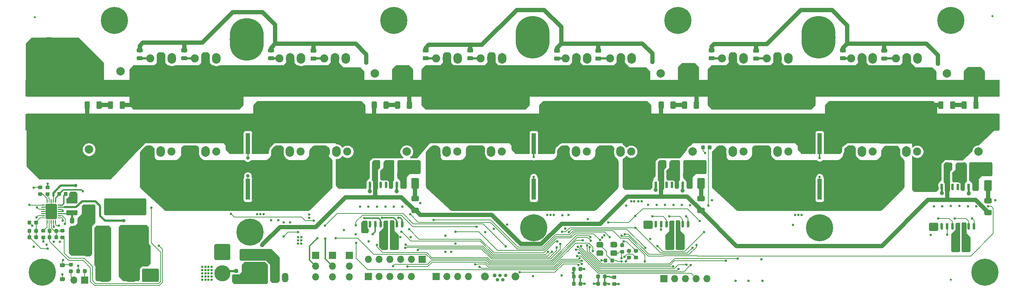
<source format=gbr>
G04 #@! TF.GenerationSoftware,KiCad,Pcbnew,(5.1.6-0-10_14)*
G04 #@! TF.CreationDate,2020-10-13T10:26:18-07:00*
G04 #@! TF.ProjectId,besc g2,62657363-2067-4322-9e6b-696361645f70,Init*
G04 #@! TF.SameCoordinates,Original*
G04 #@! TF.FileFunction,Copper,L4,Bot*
G04 #@! TF.FilePolarity,Positive*
%FSLAX46Y46*%
G04 Gerber Fmt 4.6, Leading zero omitted, Abs format (unit mm)*
G04 Created by KiCad (PCBNEW (5.1.6-0-10_14)) date 2020-10-13 10:26:18*
%MOMM*%
%LPD*%
G01*
G04 APERTURE LIST*
G04 #@! TA.AperFunction,ComponentPad*
%ADD10C,2.000000*%
G04 #@! TD*
G04 #@! TA.AperFunction,ComponentPad*
%ADD11C,1.500000*%
G04 #@! TD*
G04 #@! TA.AperFunction,ComponentPad*
%ADD12O,8.000000X10.000000*%
G04 #@! TD*
G04 #@! TA.AperFunction,SMDPad,CuDef*
%ADD13C,0.500000*%
G04 #@! TD*
G04 #@! TA.AperFunction,SMDPad,CuDef*
%ADD14R,230.000000X4.000000*%
G04 #@! TD*
G04 #@! TA.AperFunction,SMDPad,CuDef*
%ADD15R,3.375000X5.000000*%
G04 #@! TD*
G04 #@! TA.AperFunction,SMDPad,CuDef*
%ADD16R,1.000000X5.000000*%
G04 #@! TD*
G04 #@! TA.AperFunction,ComponentPad*
%ADD17C,1.905000*%
G04 #@! TD*
G04 #@! TA.AperFunction,ComponentPad*
%ADD18O,2.000000X2.500000*%
G04 #@! TD*
G04 #@! TA.AperFunction,ComponentPad*
%ADD19C,1.850000*%
G04 #@! TD*
G04 #@! TA.AperFunction,ComponentPad*
%ADD20C,0.840000*%
G04 #@! TD*
G04 #@! TA.AperFunction,ComponentPad*
%ADD21O,1.700000X1.700000*%
G04 #@! TD*
G04 #@! TA.AperFunction,ComponentPad*
%ADD22R,1.700000X1.700000*%
G04 #@! TD*
G04 #@! TA.AperFunction,ComponentPad*
%ADD23C,3.800000*%
G04 #@! TD*
G04 #@! TA.AperFunction,ComponentPad*
%ADD24O,1.500000X2.300000*%
G04 #@! TD*
G04 #@! TA.AperFunction,ComponentPad*
%ADD25R,1.500000X2.300000*%
G04 #@! TD*
G04 #@! TA.AperFunction,ComponentPad*
%ADD26C,0.800000*%
G04 #@! TD*
G04 #@! TA.AperFunction,ComponentPad*
%ADD27C,6.400000*%
G04 #@! TD*
G04 #@! TA.AperFunction,ComponentPad*
%ADD28C,2.400000*%
G04 #@! TD*
G04 #@! TA.AperFunction,ViaPad*
%ADD29C,0.600000*%
G04 #@! TD*
G04 #@! TA.AperFunction,ViaPad*
%ADD30C,0.800000*%
G04 #@! TD*
G04 #@! TA.AperFunction,ViaPad*
%ADD31C,1.000000*%
G04 #@! TD*
G04 #@! TA.AperFunction,Conductor*
%ADD32C,0.500000*%
G04 #@! TD*
G04 #@! TA.AperFunction,Conductor*
%ADD33C,0.200000*%
G04 #@! TD*
G04 #@! TA.AperFunction,Conductor*
%ADD34C,0.300000*%
G04 #@! TD*
G04 #@! TA.AperFunction,Conductor*
%ADD35C,1.000000*%
G04 #@! TD*
G04 #@! TA.AperFunction,Conductor*
%ADD36C,0.250000*%
G04 #@! TD*
G04 #@! TA.AperFunction,Conductor*
%ADD37C,0.254000*%
G04 #@! TD*
G04 APERTURE END LIST*
D10*
X249800000Y-95400000D03*
X257300000Y-95400000D03*
X249800000Y-76900000D03*
X257300000Y-76900000D03*
X223686058Y-85202361D03*
X216300000Y-83900000D03*
X182300000Y-95400000D03*
X189800000Y-95400000D03*
X182300000Y-76900000D03*
X189800000Y-76900000D03*
X156186058Y-84702361D03*
X148800000Y-83400000D03*
X114800000Y-95400000D03*
X122300000Y-95400000D03*
X114800000Y-76900000D03*
X122300000Y-76900000D03*
X54800000Y-94900000D03*
X47300000Y-94900000D03*
X88686058Y-85202361D03*
X81300000Y-83900000D03*
X54800000Y-76400000D03*
X47300000Y-76400000D03*
D11*
X87300000Y-66150000D03*
X87650000Y-67400000D03*
X87300000Y-71650000D03*
X86050000Y-72400000D03*
X81800000Y-71650000D03*
X81450000Y-70400000D03*
X81800000Y-66150000D03*
X83050000Y-65400000D03*
X87650000Y-70400000D03*
X86050000Y-65400000D03*
X83050000Y-72400000D03*
X81450000Y-67400000D03*
X84550000Y-64900000D03*
X87800000Y-68900000D03*
X84550000Y-72900000D03*
X81300000Y-68900000D03*
D12*
X84550000Y-68900000D03*
D11*
X154800000Y-65650000D03*
X155150000Y-66900000D03*
X154800000Y-71150000D03*
X153550000Y-71900000D03*
X149300000Y-71150000D03*
X148950000Y-69900000D03*
X149300000Y-65650000D03*
X150550000Y-64900000D03*
X155150000Y-69900000D03*
X153550000Y-64900000D03*
X150550000Y-71900000D03*
X148950000Y-66900000D03*
X152050000Y-64400000D03*
X155300000Y-68400000D03*
X152050000Y-72400000D03*
X148800000Y-68400000D03*
D12*
X152050000Y-68400000D03*
D11*
X222300000Y-65650000D03*
X222650000Y-66900000D03*
X222300000Y-71150000D03*
X221050000Y-71900000D03*
X216800000Y-71150000D03*
X216450000Y-69900000D03*
X216800000Y-65650000D03*
X218050000Y-64900000D03*
X222650000Y-69900000D03*
X221050000Y-64900000D03*
X218050000Y-71900000D03*
X216450000Y-66900000D03*
X219550000Y-64400000D03*
X222800000Y-68400000D03*
X219550000Y-72400000D03*
X216300000Y-68400000D03*
D12*
X219550000Y-68400000D03*
D11*
X35050000Y-76150000D03*
X34700000Y-74900000D03*
X35050000Y-70650000D03*
X36300000Y-69900000D03*
X40550000Y-70650000D03*
X40900000Y-71900000D03*
X40550000Y-76150000D03*
X39300000Y-76900000D03*
X34700000Y-71900000D03*
X36300000Y-76900000D03*
X39300000Y-69900000D03*
X40900000Y-74900000D03*
X37800000Y-77400000D03*
X34550000Y-73400000D03*
X37800000Y-69400000D03*
X41050000Y-73400000D03*
D12*
X37800000Y-73400000D03*
D11*
X35050000Y-99150000D03*
X34700000Y-97900000D03*
X35050000Y-93650000D03*
X36300000Y-92900000D03*
X40550000Y-93650000D03*
X40900000Y-94900000D03*
X40550000Y-99150000D03*
X39300000Y-99900000D03*
X34700000Y-94900000D03*
X36300000Y-99900000D03*
X39300000Y-92900000D03*
X40900000Y-97900000D03*
X37800000Y-100400000D03*
X34550000Y-96400000D03*
X37800000Y-92400000D03*
X41050000Y-96400000D03*
D12*
X37800000Y-96400000D03*
G04 #@! TA.AperFunction,SMDPad,CuDef*
G36*
G01*
X44725000Y-112156250D02*
X44725000Y-111243750D01*
G75*
G02*
X44968750Y-111000000I243750J0D01*
G01*
X45456250Y-111000000D01*
G75*
G02*
X45700000Y-111243750I0J-243750D01*
G01*
X45700000Y-112156250D01*
G75*
G02*
X45456250Y-112400000I-243750J0D01*
G01*
X44968750Y-112400000D01*
G75*
G02*
X44725000Y-112156250I0J243750D01*
G01*
G37*
G04 #@! TD.AperFunction*
G04 #@! TA.AperFunction,SMDPad,CuDef*
G36*
G01*
X42850000Y-112156250D02*
X42850000Y-111243750D01*
G75*
G02*
X43093750Y-111000000I243750J0D01*
G01*
X43581250Y-111000000D01*
G75*
G02*
X43825000Y-111243750I0J-243750D01*
G01*
X43825000Y-112156250D01*
G75*
G02*
X43581250Y-112400000I-243750J0D01*
G01*
X43093750Y-112400000D01*
G75*
G02*
X42850000Y-112156250I0J243750D01*
G01*
G37*
G04 #@! TD.AperFunction*
G04 #@! TA.AperFunction,SMDPad,CuDef*
G36*
G01*
X44375000Y-107675000D02*
X42225000Y-107675000D01*
G75*
G02*
X41975000Y-107425000I0J250000D01*
G01*
X41975000Y-106675000D01*
G75*
G02*
X42225000Y-106425000I250000J0D01*
G01*
X44375000Y-106425000D01*
G75*
G02*
X44625000Y-106675000I0J-250000D01*
G01*
X44625000Y-107425000D01*
G75*
G02*
X44375000Y-107675000I-250000J0D01*
G01*
G37*
G04 #@! TD.AperFunction*
G04 #@! TA.AperFunction,SMDPad,CuDef*
G36*
G01*
X44375000Y-110475000D02*
X42225000Y-110475000D01*
G75*
G02*
X41975000Y-110225000I0J250000D01*
G01*
X41975000Y-109475000D01*
G75*
G02*
X42225000Y-109225000I250000J0D01*
G01*
X44375000Y-109225000D01*
G75*
G02*
X44625000Y-109475000I0J-250000D01*
G01*
X44625000Y-110225000D01*
G75*
G02*
X44375000Y-110475000I-250000J0D01*
G01*
G37*
G04 #@! TD.AperFunction*
D13*
X260550000Y-63400000D03*
X250800000Y-125650000D03*
X34550000Y-63650000D03*
G04 #@! TA.AperFunction,SMDPad,CuDef*
G36*
G01*
X248450000Y-101143750D02*
X248450000Y-101656250D01*
G75*
G02*
X248231250Y-101875000I-218750J0D01*
G01*
X247793750Y-101875000D01*
G75*
G02*
X247575000Y-101656250I0J218750D01*
G01*
X247575000Y-101143750D01*
G75*
G02*
X247793750Y-100925000I218750J0D01*
G01*
X248231250Y-100925000D01*
G75*
G02*
X248450000Y-101143750I0J-218750D01*
G01*
G37*
G04 #@! TD.AperFunction*
G04 #@! TA.AperFunction,SMDPad,CuDef*
G36*
G01*
X250025000Y-101143750D02*
X250025000Y-101656250D01*
G75*
G02*
X249806250Y-101875000I-218750J0D01*
G01*
X249368750Y-101875000D01*
G75*
G02*
X249150000Y-101656250I0J218750D01*
G01*
X249150000Y-101143750D01*
G75*
G02*
X249368750Y-100925000I218750J0D01*
G01*
X249806250Y-100925000D01*
G75*
G02*
X250025000Y-101143750I0J-218750D01*
G01*
G37*
G04 #@! TD.AperFunction*
G04 #@! TA.AperFunction,SMDPad,CuDef*
G36*
G01*
X180950000Y-100643750D02*
X180950000Y-101156250D01*
G75*
G02*
X180731250Y-101375000I-218750J0D01*
G01*
X180293750Y-101375000D01*
G75*
G02*
X180075000Y-101156250I0J218750D01*
G01*
X180075000Y-100643750D01*
G75*
G02*
X180293750Y-100425000I218750J0D01*
G01*
X180731250Y-100425000D01*
G75*
G02*
X180950000Y-100643750I0J-218750D01*
G01*
G37*
G04 #@! TD.AperFunction*
G04 #@! TA.AperFunction,SMDPad,CuDef*
G36*
G01*
X182525000Y-100643750D02*
X182525000Y-101156250D01*
G75*
G02*
X182306250Y-101375000I-218750J0D01*
G01*
X181868750Y-101375000D01*
G75*
G02*
X181650000Y-101156250I0J218750D01*
G01*
X181650000Y-100643750D01*
G75*
G02*
X181868750Y-100425000I218750J0D01*
G01*
X182306250Y-100425000D01*
G75*
G02*
X182525000Y-100643750I0J-218750D01*
G01*
G37*
G04 #@! TD.AperFunction*
G04 #@! TA.AperFunction,SMDPad,CuDef*
G36*
G01*
X113450000Y-100643750D02*
X113450000Y-101156250D01*
G75*
G02*
X113231250Y-101375000I-218750J0D01*
G01*
X112793750Y-101375000D01*
G75*
G02*
X112575000Y-101156250I0J218750D01*
G01*
X112575000Y-100643750D01*
G75*
G02*
X112793750Y-100425000I218750J0D01*
G01*
X113231250Y-100425000D01*
G75*
G02*
X113450000Y-100643750I0J-218750D01*
G01*
G37*
G04 #@! TD.AperFunction*
G04 #@! TA.AperFunction,SMDPad,CuDef*
G36*
G01*
X115025000Y-100643750D02*
X115025000Y-101156250D01*
G75*
G02*
X114806250Y-101375000I-218750J0D01*
G01*
X114368750Y-101375000D01*
G75*
G02*
X114150000Y-101156250I0J218750D01*
G01*
X114150000Y-100643750D01*
G75*
G02*
X114368750Y-100425000I218750J0D01*
G01*
X114806250Y-100425000D01*
G75*
G02*
X115025000Y-100643750I0J-218750D01*
G01*
G37*
G04 #@! TD.AperFunction*
G04 #@! TA.AperFunction,SMDPad,CuDef*
G36*
G01*
X254450000Y-101143750D02*
X254450000Y-101656250D01*
G75*
G02*
X254231250Y-101875000I-218750J0D01*
G01*
X253793750Y-101875000D01*
G75*
G02*
X253575000Y-101656250I0J218750D01*
G01*
X253575000Y-101143750D01*
G75*
G02*
X253793750Y-100925000I218750J0D01*
G01*
X254231250Y-100925000D01*
G75*
G02*
X254450000Y-101143750I0J-218750D01*
G01*
G37*
G04 #@! TD.AperFunction*
G04 #@! TA.AperFunction,SMDPad,CuDef*
G36*
G01*
X256025000Y-101143750D02*
X256025000Y-101656250D01*
G75*
G02*
X255806250Y-101875000I-218750J0D01*
G01*
X255368750Y-101875000D01*
G75*
G02*
X255150000Y-101656250I0J218750D01*
G01*
X255150000Y-101143750D01*
G75*
G02*
X255368750Y-100925000I218750J0D01*
G01*
X255806250Y-100925000D01*
G75*
G02*
X256025000Y-101143750I0J-218750D01*
G01*
G37*
G04 #@! TD.AperFunction*
G04 #@! TA.AperFunction,SMDPad,CuDef*
G36*
G01*
X186800000Y-100643750D02*
X186800000Y-101156250D01*
G75*
G02*
X186581250Y-101375000I-218750J0D01*
G01*
X186143750Y-101375000D01*
G75*
G02*
X185925000Y-101156250I0J218750D01*
G01*
X185925000Y-100643750D01*
G75*
G02*
X186143750Y-100425000I218750J0D01*
G01*
X186581250Y-100425000D01*
G75*
G02*
X186800000Y-100643750I0J-218750D01*
G01*
G37*
G04 #@! TD.AperFunction*
G04 #@! TA.AperFunction,SMDPad,CuDef*
G36*
G01*
X188375000Y-100643750D02*
X188375000Y-101156250D01*
G75*
G02*
X188156250Y-101375000I-218750J0D01*
G01*
X187718750Y-101375000D01*
G75*
G02*
X187500000Y-101156250I0J218750D01*
G01*
X187500000Y-100643750D01*
G75*
G02*
X187718750Y-100425000I218750J0D01*
G01*
X188156250Y-100425000D01*
G75*
G02*
X188375000Y-100643750I0J-218750D01*
G01*
G37*
G04 #@! TD.AperFunction*
G04 #@! TA.AperFunction,SMDPad,CuDef*
G36*
G01*
X119350000Y-100643750D02*
X119350000Y-101156250D01*
G75*
G02*
X119131250Y-101375000I-218750J0D01*
G01*
X118693750Y-101375000D01*
G75*
G02*
X118475000Y-101156250I0J218750D01*
G01*
X118475000Y-100643750D01*
G75*
G02*
X118693750Y-100425000I218750J0D01*
G01*
X119131250Y-100425000D01*
G75*
G02*
X119350000Y-100643750I0J-218750D01*
G01*
G37*
G04 #@! TD.AperFunction*
G04 #@! TA.AperFunction,SMDPad,CuDef*
G36*
G01*
X120925000Y-100643750D02*
X120925000Y-101156250D01*
G75*
G02*
X120706250Y-101375000I-218750J0D01*
G01*
X120268750Y-101375000D01*
G75*
G02*
X120050000Y-101156250I0J218750D01*
G01*
X120050000Y-100643750D01*
G75*
G02*
X120268750Y-100425000I218750J0D01*
G01*
X120706250Y-100425000D01*
G75*
G02*
X120925000Y-100643750I0J-218750D01*
G01*
G37*
G04 #@! TD.AperFunction*
G04 #@! TA.AperFunction,SMDPad,CuDef*
G36*
G01*
X252600000Y-117443750D02*
X252600000Y-118356250D01*
G75*
G02*
X252356250Y-118600000I-243750J0D01*
G01*
X251868750Y-118600000D01*
G75*
G02*
X251625000Y-118356250I0J243750D01*
G01*
X251625000Y-117443750D01*
G75*
G02*
X251868750Y-117200000I243750J0D01*
G01*
X252356250Y-117200000D01*
G75*
G02*
X252600000Y-117443750I0J-243750D01*
G01*
G37*
G04 #@! TD.AperFunction*
G04 #@! TA.AperFunction,SMDPad,CuDef*
G36*
G01*
X254475000Y-117443750D02*
X254475000Y-118356250D01*
G75*
G02*
X254231250Y-118600000I-243750J0D01*
G01*
X253743750Y-118600000D01*
G75*
G02*
X253500000Y-118356250I0J243750D01*
G01*
X253500000Y-117443750D01*
G75*
G02*
X253743750Y-117200000I243750J0D01*
G01*
X254231250Y-117200000D01*
G75*
G02*
X254475000Y-117443750I0J-243750D01*
G01*
G37*
G04 #@! TD.AperFunction*
G04 #@! TA.AperFunction,SMDPad,CuDef*
G36*
G01*
X185100000Y-116693750D02*
X185100000Y-117606250D01*
G75*
G02*
X184856250Y-117850000I-243750J0D01*
G01*
X184368750Y-117850000D01*
G75*
G02*
X184125000Y-117606250I0J243750D01*
G01*
X184125000Y-116693750D01*
G75*
G02*
X184368750Y-116450000I243750J0D01*
G01*
X184856250Y-116450000D01*
G75*
G02*
X185100000Y-116693750I0J-243750D01*
G01*
G37*
G04 #@! TD.AperFunction*
G04 #@! TA.AperFunction,SMDPad,CuDef*
G36*
G01*
X186975000Y-116693750D02*
X186975000Y-117606250D01*
G75*
G02*
X186731250Y-117850000I-243750J0D01*
G01*
X186243750Y-117850000D01*
G75*
G02*
X186000000Y-117606250I0J243750D01*
G01*
X186000000Y-116693750D01*
G75*
G02*
X186243750Y-116450000I243750J0D01*
G01*
X186731250Y-116450000D01*
G75*
G02*
X186975000Y-116693750I0J-243750D01*
G01*
G37*
G04 #@! TD.AperFunction*
G04 #@! TA.AperFunction,SMDPad,CuDef*
G36*
G01*
X117600000Y-117193750D02*
X117600000Y-118106250D01*
G75*
G02*
X117356250Y-118350000I-243750J0D01*
G01*
X116868750Y-118350000D01*
G75*
G02*
X116625000Y-118106250I0J243750D01*
G01*
X116625000Y-117193750D01*
G75*
G02*
X116868750Y-116950000I243750J0D01*
G01*
X117356250Y-116950000D01*
G75*
G02*
X117600000Y-117193750I0J-243750D01*
G01*
G37*
G04 #@! TD.AperFunction*
G04 #@! TA.AperFunction,SMDPad,CuDef*
G36*
G01*
X119475000Y-117193750D02*
X119475000Y-118106250D01*
G75*
G02*
X119231250Y-118350000I-243750J0D01*
G01*
X118743750Y-118350000D01*
G75*
G02*
X118500000Y-118106250I0J243750D01*
G01*
X118500000Y-117193750D01*
G75*
G02*
X118743750Y-116950000I243750J0D01*
G01*
X119231250Y-116950000D01*
G75*
G02*
X119475000Y-117193750I0J-243750D01*
G01*
G37*
G04 #@! TD.AperFunction*
G04 #@! TA.AperFunction,SMDPad,CuDef*
G36*
G01*
X185200000Y-114643750D02*
X185200000Y-115156250D01*
G75*
G02*
X184981250Y-115375000I-218750J0D01*
G01*
X184543750Y-115375000D01*
G75*
G02*
X184325000Y-115156250I0J218750D01*
G01*
X184325000Y-114643750D01*
G75*
G02*
X184543750Y-114425000I218750J0D01*
G01*
X184981250Y-114425000D01*
G75*
G02*
X185200000Y-114643750I0J-218750D01*
G01*
G37*
G04 #@! TD.AperFunction*
G04 #@! TA.AperFunction,SMDPad,CuDef*
G36*
G01*
X186775000Y-114643750D02*
X186775000Y-115156250D01*
G75*
G02*
X186556250Y-115375000I-218750J0D01*
G01*
X186118750Y-115375000D01*
G75*
G02*
X185900000Y-115156250I0J218750D01*
G01*
X185900000Y-114643750D01*
G75*
G02*
X186118750Y-114425000I218750J0D01*
G01*
X186556250Y-114425000D01*
G75*
G02*
X186775000Y-114643750I0J-218750D01*
G01*
G37*
G04 #@! TD.AperFunction*
G04 #@! TA.AperFunction,SMDPad,CuDef*
G36*
G01*
X252700000Y-115393750D02*
X252700000Y-115906250D01*
G75*
G02*
X252481250Y-116125000I-218750J0D01*
G01*
X252043750Y-116125000D01*
G75*
G02*
X251825000Y-115906250I0J218750D01*
G01*
X251825000Y-115393750D01*
G75*
G02*
X252043750Y-115175000I218750J0D01*
G01*
X252481250Y-115175000D01*
G75*
G02*
X252700000Y-115393750I0J-218750D01*
G01*
G37*
G04 #@! TD.AperFunction*
G04 #@! TA.AperFunction,SMDPad,CuDef*
G36*
G01*
X254275000Y-115393750D02*
X254275000Y-115906250D01*
G75*
G02*
X254056250Y-116125000I-218750J0D01*
G01*
X253618750Y-116125000D01*
G75*
G02*
X253400000Y-115906250I0J218750D01*
G01*
X253400000Y-115393750D01*
G75*
G02*
X253618750Y-115175000I218750J0D01*
G01*
X254056250Y-115175000D01*
G75*
G02*
X254275000Y-115393750I0J-218750D01*
G01*
G37*
G04 #@! TD.AperFunction*
G04 #@! TA.AperFunction,SMDPad,CuDef*
G36*
G01*
X117700000Y-114893750D02*
X117700000Y-115406250D01*
G75*
G02*
X117481250Y-115625000I-218750J0D01*
G01*
X117043750Y-115625000D01*
G75*
G02*
X116825000Y-115406250I0J218750D01*
G01*
X116825000Y-114893750D01*
G75*
G02*
X117043750Y-114675000I218750J0D01*
G01*
X117481250Y-114675000D01*
G75*
G02*
X117700000Y-114893750I0J-218750D01*
G01*
G37*
G04 #@! TD.AperFunction*
G04 #@! TA.AperFunction,SMDPad,CuDef*
G36*
G01*
X119275000Y-114893750D02*
X119275000Y-115406250D01*
G75*
G02*
X119056250Y-115625000I-218750J0D01*
G01*
X118618750Y-115625000D01*
G75*
G02*
X118400000Y-115406250I0J218750D01*
G01*
X118400000Y-114893750D01*
G75*
G02*
X118618750Y-114675000I218750J0D01*
G01*
X119056250Y-114675000D01*
G75*
G02*
X119275000Y-114893750I0J-218750D01*
G01*
G37*
G04 #@! TD.AperFunction*
D14*
X147300000Y-80400000D03*
X147300000Y-88400000D03*
D15*
X87487500Y-104300000D03*
X82112500Y-104300000D03*
D16*
X84800000Y-104300000D03*
D15*
X87487500Y-93500000D03*
D16*
X84800000Y-93500000D03*
D15*
X82112500Y-93500000D03*
X154987500Y-104300000D03*
X149612500Y-104300000D03*
D16*
X152300000Y-104300000D03*
D15*
X154987500Y-93500000D03*
D16*
X152300000Y-93500000D03*
D15*
X149612500Y-93500000D03*
X222487500Y-104300000D03*
X217112500Y-104300000D03*
D16*
X219800000Y-104300000D03*
D15*
X222487500Y-93500000D03*
D16*
X219800000Y-93500000D03*
D15*
X217112500Y-93500000D03*
G04 #@! TA.AperFunction,SMDPad,CuDef*
G36*
G01*
X167100000Y-119725000D02*
X167100000Y-119075000D01*
G75*
G02*
X167425000Y-118750000I325000J0D01*
G01*
X168375000Y-118750000D01*
G75*
G02*
X168700000Y-119075000I0J-325000D01*
G01*
X168700000Y-119725000D01*
G75*
G02*
X168375000Y-120050000I-325000J0D01*
G01*
X167425000Y-120050000D01*
G75*
G02*
X167100000Y-119725000I0J325000D01*
G01*
G37*
G04 #@! TD.AperFunction*
G04 #@! TA.AperFunction,SMDPad,CuDef*
G36*
G01*
X170400000Y-119725000D02*
X170400000Y-119075000D01*
G75*
G02*
X170725000Y-118750000I325000J0D01*
G01*
X171675000Y-118750000D01*
G75*
G02*
X172000000Y-119075000I0J-325000D01*
G01*
X172000000Y-119725000D01*
G75*
G02*
X171675000Y-120050000I-325000J0D01*
G01*
X170725000Y-120050000D01*
G75*
G02*
X170400000Y-119725000I0J325000D01*
G01*
G37*
G04 #@! TD.AperFunction*
G04 #@! TA.AperFunction,SMDPad,CuDef*
G36*
G01*
X170400000Y-117725000D02*
X170400000Y-117075000D01*
G75*
G02*
X170725000Y-116750000I325000J0D01*
G01*
X171675000Y-116750000D01*
G75*
G02*
X172000000Y-117075000I0J-325000D01*
G01*
X172000000Y-117725000D01*
G75*
G02*
X171675000Y-118050000I-325000J0D01*
G01*
X170725000Y-118050000D01*
G75*
G02*
X170400000Y-117725000I0J325000D01*
G01*
G37*
G04 #@! TD.AperFunction*
G04 #@! TA.AperFunction,SMDPad,CuDef*
G36*
G01*
X167100000Y-117725000D02*
X167100000Y-117075000D01*
G75*
G02*
X167425000Y-116750000I325000J0D01*
G01*
X168375000Y-116750000D01*
G75*
G02*
X168700000Y-117075000I0J-325000D01*
G01*
X168700000Y-117725000D01*
G75*
G02*
X168375000Y-118050000I-325000J0D01*
G01*
X167425000Y-118050000D01*
G75*
G02*
X167100000Y-117725000I0J325000D01*
G01*
G37*
G04 #@! TD.AperFunction*
D17*
X175300000Y-95400000D03*
D18*
X172760000Y-95400000D03*
X170220000Y-95400000D03*
D17*
X201800000Y-95400000D03*
D18*
X199260000Y-95400000D03*
X196720000Y-95400000D03*
D17*
X237800000Y-73400000D03*
D18*
X240340000Y-73400000D03*
X242880000Y-73400000D03*
D17*
X134300000Y-95400000D03*
D18*
X131760000Y-95400000D03*
X129220000Y-95400000D03*
D17*
X170300000Y-73400000D03*
D18*
X172840000Y-73400000D03*
X175380000Y-73400000D03*
D17*
X97300000Y-95400000D03*
D18*
X94760000Y-95400000D03*
X92220000Y-95400000D03*
D17*
X61800000Y-73400000D03*
D18*
X64340000Y-73400000D03*
X66880000Y-73400000D03*
D17*
X212380000Y-95400000D03*
D18*
X209840000Y-95400000D03*
X207300000Y-95400000D03*
D17*
X227220000Y-73400000D03*
D18*
X229760000Y-73400000D03*
X232300000Y-73400000D03*
D17*
X144800000Y-95400000D03*
D18*
X142260000Y-95400000D03*
X139720000Y-95400000D03*
D17*
X159800000Y-73400000D03*
D18*
X162340000Y-73400000D03*
X164880000Y-73400000D03*
D17*
X108300000Y-95400000D03*
D18*
X105760000Y-95400000D03*
X103220000Y-95400000D03*
D17*
X72300000Y-73400000D03*
D18*
X74840000Y-73400000D03*
X77380000Y-73400000D03*
D17*
X232300000Y-95400000D03*
D18*
X229760000Y-95400000D03*
X227220000Y-95400000D03*
D17*
X207300000Y-73400000D03*
D18*
X209840000Y-73400000D03*
X212380000Y-73400000D03*
D17*
X164800000Y-95400000D03*
D18*
X162260000Y-95400000D03*
X159720000Y-95400000D03*
D17*
X139800000Y-73400000D03*
D18*
X142340000Y-73400000D03*
X144880000Y-73400000D03*
D17*
X66800000Y-95400000D03*
D18*
X64260000Y-95400000D03*
X61720000Y-95400000D03*
D17*
X92300000Y-73400000D03*
D18*
X94840000Y-73400000D03*
X97380000Y-73400000D03*
D17*
X242800000Y-95400000D03*
D18*
X240260000Y-95400000D03*
X237720000Y-95400000D03*
D17*
X196720000Y-73400000D03*
D18*
X199260000Y-73400000D03*
X201800000Y-73400000D03*
D17*
X129300000Y-73400000D03*
D18*
X131840000Y-73400000D03*
X134380000Y-73400000D03*
D17*
X77410000Y-95400000D03*
D18*
X74870000Y-95400000D03*
X72330000Y-95400000D03*
D17*
X102830000Y-73400000D03*
D18*
X105370000Y-73400000D03*
X107910000Y-73400000D03*
G04 #@! TA.AperFunction,SMDPad,CuDef*
G36*
G01*
X192700000Y-94143750D02*
X192700000Y-94656250D01*
G75*
G02*
X192481250Y-94875000I-218750J0D01*
G01*
X192043750Y-94875000D01*
G75*
G02*
X191825000Y-94656250I0J218750D01*
G01*
X191825000Y-94143750D01*
G75*
G02*
X192043750Y-93925000I218750J0D01*
G01*
X192481250Y-93925000D01*
G75*
G02*
X192700000Y-94143750I0J-218750D01*
G01*
G37*
G04 #@! TD.AperFunction*
G04 #@! TA.AperFunction,SMDPad,CuDef*
G36*
G01*
X194275000Y-94143750D02*
X194275000Y-94656250D01*
G75*
G02*
X194056250Y-94875000I-218750J0D01*
G01*
X193618750Y-94875000D01*
G75*
G02*
X193400000Y-94656250I0J218750D01*
G01*
X193400000Y-94143750D01*
G75*
G02*
X193618750Y-93925000I218750J0D01*
G01*
X194056250Y-93925000D01*
G75*
G02*
X194275000Y-94143750I0J-218750D01*
G01*
G37*
G04 #@! TD.AperFunction*
D19*
X147950000Y-124900000D03*
X140800000Y-124900000D03*
D20*
X145675000Y-124680000D03*
X145025000Y-125680000D03*
X144375000Y-124680000D03*
X143725000Y-125680000D03*
G04 #@! TA.AperFunction,ComponentPad*
G36*
G01*
X142655000Y-124890000D02*
X142655000Y-124470000D01*
G75*
G02*
X142865000Y-124260000I210000J0D01*
G01*
X143285000Y-124260000D01*
G75*
G02*
X143495000Y-124470000I0J-210000D01*
G01*
X143495000Y-124890000D01*
G75*
G02*
X143285000Y-125100000I-210000J0D01*
G01*
X142865000Y-125100000D01*
G75*
G02*
X142655000Y-124890000I0J210000D01*
G01*
G37*
G04 #@! TD.AperFunction*
D21*
X100800000Y-124980000D03*
X100800000Y-122440000D03*
D22*
X100800000Y-119900000D03*
D23*
X78800000Y-124150000D03*
G04 #@! TA.AperFunction,ComponentPad*
G36*
G01*
X77280000Y-117250000D02*
X80320000Y-117250000D01*
G75*
G02*
X80700000Y-117630000I0J-380000D01*
G01*
X80700000Y-120670000D01*
G75*
G02*
X80320000Y-121050000I-380000J0D01*
G01*
X77280000Y-121050000D01*
G75*
G02*
X76900000Y-120670000I0J380000D01*
G01*
X76900000Y-117630000D01*
G75*
G02*
X77280000Y-117250000I380000J0D01*
G01*
G37*
G04 #@! TD.AperFunction*
G04 #@! TA.AperFunction,SMDPad,CuDef*
G36*
G01*
X40675000Y-125100000D02*
X41425000Y-125100000D01*
G75*
G02*
X41650000Y-125325000I0J-225000D01*
G01*
X41650000Y-125775000D01*
G75*
G02*
X41425000Y-126000000I-225000J0D01*
G01*
X40675000Y-126000000D01*
G75*
G02*
X40450000Y-125775000I0J225000D01*
G01*
X40450000Y-125325000D01*
G75*
G02*
X40675000Y-125100000I225000J0D01*
G01*
G37*
G04 #@! TD.AperFunction*
G04 #@! TA.AperFunction,SMDPad,CuDef*
G36*
G01*
X40675000Y-121800000D02*
X41425000Y-121800000D01*
G75*
G02*
X41650000Y-122025000I0J-225000D01*
G01*
X41650000Y-122475000D01*
G75*
G02*
X41425000Y-122700000I-225000J0D01*
G01*
X40675000Y-122700000D01*
G75*
G02*
X40450000Y-122475000I0J225000D01*
G01*
X40450000Y-122025000D01*
G75*
G02*
X40675000Y-121800000I225000J0D01*
G01*
G37*
G04 #@! TD.AperFunction*
G04 #@! TA.AperFunction,SMDPad,CuDef*
G36*
G01*
X90450000Y-123025000D02*
X90450000Y-121775000D01*
G75*
G02*
X90700000Y-121525000I250000J0D01*
G01*
X91450000Y-121525000D01*
G75*
G02*
X91700000Y-121775000I0J-250000D01*
G01*
X91700000Y-123025000D01*
G75*
G02*
X91450000Y-123275000I-250000J0D01*
G01*
X90700000Y-123275000D01*
G75*
G02*
X90450000Y-123025000I0J250000D01*
G01*
G37*
G04 #@! TD.AperFunction*
G04 #@! TA.AperFunction,SMDPad,CuDef*
G36*
G01*
X87650000Y-123025000D02*
X87650000Y-121775000D01*
G75*
G02*
X87900000Y-121525000I250000J0D01*
G01*
X88650000Y-121525000D01*
G75*
G02*
X88900000Y-121775000I0J-250000D01*
G01*
X88900000Y-123025000D01*
G75*
G02*
X88650000Y-123275000I-250000J0D01*
G01*
X87900000Y-123275000D01*
G75*
G02*
X87650000Y-123025000I0J250000D01*
G01*
G37*
G04 #@! TD.AperFunction*
D24*
X93630000Y-125150000D03*
X91090000Y-125150000D03*
D25*
X88550000Y-125150000D03*
G04 #@! TA.AperFunction,SMDPad,CuDef*
G36*
G01*
X60080000Y-123500000D02*
X61520000Y-123500000D01*
G75*
G02*
X61700000Y-123680000I0J-180000D01*
G01*
X61700000Y-125820000D01*
G75*
G02*
X61520000Y-126000000I-180000J0D01*
G01*
X60080000Y-126000000D01*
G75*
G02*
X59900000Y-125820000I0J180000D01*
G01*
X59900000Y-123680000D01*
G75*
G02*
X60080000Y-123500000I180000J0D01*
G01*
G37*
G04 #@! TD.AperFunction*
G04 #@! TA.AperFunction,SMDPad,CuDef*
G36*
G01*
X60080000Y-119500000D02*
X61520000Y-119500000D01*
G75*
G02*
X61700000Y-119680000I0J-180000D01*
G01*
X61700000Y-121820000D01*
G75*
G02*
X61520000Y-122000000I-180000J0D01*
G01*
X60080000Y-122000000D01*
G75*
G02*
X59900000Y-121820000I0J180000D01*
G01*
X59900000Y-119680000D01*
G75*
G02*
X60080000Y-119500000I180000J0D01*
G01*
G37*
G04 #@! TD.AperFunction*
G04 #@! TA.AperFunction,SMDPad,CuDef*
G36*
G01*
X258830000Y-102150000D02*
X260270000Y-102150000D01*
G75*
G02*
X260450000Y-102330000I0J-180000D01*
G01*
X260450000Y-104470000D01*
G75*
G02*
X260270000Y-104650000I-180000J0D01*
G01*
X258830000Y-104650000D01*
G75*
G02*
X258650000Y-104470000I0J180000D01*
G01*
X258650000Y-102330000D01*
G75*
G02*
X258830000Y-102150000I180000J0D01*
G01*
G37*
G04 #@! TD.AperFunction*
G04 #@! TA.AperFunction,SMDPad,CuDef*
G36*
G01*
X258830000Y-98150000D02*
X260270000Y-98150000D01*
G75*
G02*
X260450000Y-98330000I0J-180000D01*
G01*
X260450000Y-100470000D01*
G75*
G02*
X260270000Y-100650000I-180000J0D01*
G01*
X258830000Y-100650000D01*
G75*
G02*
X258650000Y-100470000I0J180000D01*
G01*
X258650000Y-98330000D01*
G75*
G02*
X258830000Y-98150000I180000J0D01*
G01*
G37*
G04 #@! TD.AperFunction*
G04 #@! TA.AperFunction,SMDPad,CuDef*
G36*
G01*
X191080000Y-101650000D02*
X192520000Y-101650000D01*
G75*
G02*
X192700000Y-101830000I0J-180000D01*
G01*
X192700000Y-103970000D01*
G75*
G02*
X192520000Y-104150000I-180000J0D01*
G01*
X191080000Y-104150000D01*
G75*
G02*
X190900000Y-103970000I0J180000D01*
G01*
X190900000Y-101830000D01*
G75*
G02*
X191080000Y-101650000I180000J0D01*
G01*
G37*
G04 #@! TD.AperFunction*
G04 #@! TA.AperFunction,SMDPad,CuDef*
G36*
G01*
X191080000Y-97650000D02*
X192520000Y-97650000D01*
G75*
G02*
X192700000Y-97830000I0J-180000D01*
G01*
X192700000Y-99970000D01*
G75*
G02*
X192520000Y-100150000I-180000J0D01*
G01*
X191080000Y-100150000D01*
G75*
G02*
X190900000Y-99970000I0J180000D01*
G01*
X190900000Y-97830000D01*
G75*
G02*
X191080000Y-97650000I180000J0D01*
G01*
G37*
G04 #@! TD.AperFunction*
G04 #@! TA.AperFunction,SMDPad,CuDef*
G36*
G01*
X123580000Y-101650000D02*
X125020000Y-101650000D01*
G75*
G02*
X125200000Y-101830000I0J-180000D01*
G01*
X125200000Y-103970000D01*
G75*
G02*
X125020000Y-104150000I-180000J0D01*
G01*
X123580000Y-104150000D01*
G75*
G02*
X123400000Y-103970000I0J180000D01*
G01*
X123400000Y-101830000D01*
G75*
G02*
X123580000Y-101650000I180000J0D01*
G01*
G37*
G04 #@! TD.AperFunction*
G04 #@! TA.AperFunction,SMDPad,CuDef*
G36*
G01*
X123580000Y-97650000D02*
X125020000Y-97650000D01*
G75*
G02*
X125200000Y-97830000I0J-180000D01*
G01*
X125200000Y-99970000D01*
G75*
G02*
X125020000Y-100150000I-180000J0D01*
G01*
X123580000Y-100150000D01*
G75*
G02*
X123400000Y-99970000I0J180000D01*
G01*
X123400000Y-97830000D01*
G75*
G02*
X123580000Y-97650000I180000J0D01*
G01*
G37*
G04 #@! TD.AperFunction*
G04 #@! TA.AperFunction,SMDPad,CuDef*
G36*
G01*
X256395000Y-104500000D02*
X256095000Y-104500000D01*
G75*
G02*
X255945000Y-104350000I0J150000D01*
G01*
X255945000Y-103150000D01*
G75*
G02*
X256095000Y-103000000I150000J0D01*
G01*
X256395000Y-103000000D01*
G75*
G02*
X256545000Y-103150000I0J-150000D01*
G01*
X256545000Y-104350000D01*
G75*
G02*
X256395000Y-104500000I-150000J0D01*
G01*
G37*
G04 #@! TD.AperFunction*
G04 #@! TA.AperFunction,SMDPad,CuDef*
G36*
G01*
X255125000Y-104500000D02*
X254825000Y-104500000D01*
G75*
G02*
X254675000Y-104350000I0J150000D01*
G01*
X254675000Y-103150000D01*
G75*
G02*
X254825000Y-103000000I150000J0D01*
G01*
X255125000Y-103000000D01*
G75*
G02*
X255275000Y-103150000I0J-150000D01*
G01*
X255275000Y-104350000D01*
G75*
G02*
X255125000Y-104500000I-150000J0D01*
G01*
G37*
G04 #@! TD.AperFunction*
G04 #@! TA.AperFunction,SMDPad,CuDef*
G36*
G01*
X253855000Y-104500000D02*
X253555000Y-104500000D01*
G75*
G02*
X253405000Y-104350000I0J150000D01*
G01*
X253405000Y-103150000D01*
G75*
G02*
X253555000Y-103000000I150000J0D01*
G01*
X253855000Y-103000000D01*
G75*
G02*
X254005000Y-103150000I0J-150000D01*
G01*
X254005000Y-104350000D01*
G75*
G02*
X253855000Y-104500000I-150000J0D01*
G01*
G37*
G04 #@! TD.AperFunction*
G04 #@! TA.AperFunction,SMDPad,CuDef*
G36*
G01*
X252585000Y-104500000D02*
X252285000Y-104500000D01*
G75*
G02*
X252135000Y-104350000I0J150000D01*
G01*
X252135000Y-103150000D01*
G75*
G02*
X252285000Y-103000000I150000J0D01*
G01*
X252585000Y-103000000D01*
G75*
G02*
X252735000Y-103150000I0J-150000D01*
G01*
X252735000Y-104350000D01*
G75*
G02*
X252585000Y-104500000I-150000J0D01*
G01*
G37*
G04 #@! TD.AperFunction*
G04 #@! TA.AperFunction,SMDPad,CuDef*
G36*
G01*
X251315000Y-104500000D02*
X251015000Y-104500000D01*
G75*
G02*
X250865000Y-104350000I0J150000D01*
G01*
X250865000Y-103150000D01*
G75*
G02*
X251015000Y-103000000I150000J0D01*
G01*
X251315000Y-103000000D01*
G75*
G02*
X251465000Y-103150000I0J-150000D01*
G01*
X251465000Y-104350000D01*
G75*
G02*
X251315000Y-104500000I-150000J0D01*
G01*
G37*
G04 #@! TD.AperFunction*
G04 #@! TA.AperFunction,SMDPad,CuDef*
G36*
G01*
X250045000Y-104500000D02*
X249745000Y-104500000D01*
G75*
G02*
X249595000Y-104350000I0J150000D01*
G01*
X249595000Y-103150000D01*
G75*
G02*
X249745000Y-103000000I150000J0D01*
G01*
X250045000Y-103000000D01*
G75*
G02*
X250195000Y-103150000I0J-150000D01*
G01*
X250195000Y-104350000D01*
G75*
G02*
X250045000Y-104500000I-150000J0D01*
G01*
G37*
G04 #@! TD.AperFunction*
G04 #@! TA.AperFunction,SMDPad,CuDef*
G36*
G01*
X248775000Y-104500000D02*
X248475000Y-104500000D01*
G75*
G02*
X248325000Y-104350000I0J150000D01*
G01*
X248325000Y-103150000D01*
G75*
G02*
X248475000Y-103000000I150000J0D01*
G01*
X248775000Y-103000000D01*
G75*
G02*
X248925000Y-103150000I0J-150000D01*
G01*
X248925000Y-104350000D01*
G75*
G02*
X248775000Y-104500000I-150000J0D01*
G01*
G37*
G04 #@! TD.AperFunction*
G04 #@! TA.AperFunction,SMDPad,CuDef*
G36*
G01*
X247505000Y-104500000D02*
X247205000Y-104500000D01*
G75*
G02*
X247055000Y-104350000I0J150000D01*
G01*
X247055000Y-103150000D01*
G75*
G02*
X247205000Y-103000000I150000J0D01*
G01*
X247505000Y-103000000D01*
G75*
G02*
X247655000Y-103150000I0J-150000D01*
G01*
X247655000Y-104350000D01*
G75*
G02*
X247505000Y-104500000I-150000J0D01*
G01*
G37*
G04 #@! TD.AperFunction*
G04 #@! TA.AperFunction,SMDPad,CuDef*
G36*
G01*
X247505000Y-113800000D02*
X247205000Y-113800000D01*
G75*
G02*
X247055000Y-113650000I0J150000D01*
G01*
X247055000Y-112450000D01*
G75*
G02*
X247205000Y-112300000I150000J0D01*
G01*
X247505000Y-112300000D01*
G75*
G02*
X247655000Y-112450000I0J-150000D01*
G01*
X247655000Y-113650000D01*
G75*
G02*
X247505000Y-113800000I-150000J0D01*
G01*
G37*
G04 #@! TD.AperFunction*
G04 #@! TA.AperFunction,SMDPad,CuDef*
G36*
G01*
X248775000Y-113800000D02*
X248475000Y-113800000D01*
G75*
G02*
X248325000Y-113650000I0J150000D01*
G01*
X248325000Y-112450000D01*
G75*
G02*
X248475000Y-112300000I150000J0D01*
G01*
X248775000Y-112300000D01*
G75*
G02*
X248925000Y-112450000I0J-150000D01*
G01*
X248925000Y-113650000D01*
G75*
G02*
X248775000Y-113800000I-150000J0D01*
G01*
G37*
G04 #@! TD.AperFunction*
G04 #@! TA.AperFunction,SMDPad,CuDef*
G36*
G01*
X250045000Y-113800000D02*
X249745000Y-113800000D01*
G75*
G02*
X249595000Y-113650000I0J150000D01*
G01*
X249595000Y-112450000D01*
G75*
G02*
X249745000Y-112300000I150000J0D01*
G01*
X250045000Y-112300000D01*
G75*
G02*
X250195000Y-112450000I0J-150000D01*
G01*
X250195000Y-113650000D01*
G75*
G02*
X250045000Y-113800000I-150000J0D01*
G01*
G37*
G04 #@! TD.AperFunction*
G04 #@! TA.AperFunction,SMDPad,CuDef*
G36*
G01*
X251315000Y-113800000D02*
X251015000Y-113800000D01*
G75*
G02*
X250865000Y-113650000I0J150000D01*
G01*
X250865000Y-112450000D01*
G75*
G02*
X251015000Y-112300000I150000J0D01*
G01*
X251315000Y-112300000D01*
G75*
G02*
X251465000Y-112450000I0J-150000D01*
G01*
X251465000Y-113650000D01*
G75*
G02*
X251315000Y-113800000I-150000J0D01*
G01*
G37*
G04 #@! TD.AperFunction*
G04 #@! TA.AperFunction,SMDPad,CuDef*
G36*
G01*
X252585000Y-113800000D02*
X252285000Y-113800000D01*
G75*
G02*
X252135000Y-113650000I0J150000D01*
G01*
X252135000Y-112450000D01*
G75*
G02*
X252285000Y-112300000I150000J0D01*
G01*
X252585000Y-112300000D01*
G75*
G02*
X252735000Y-112450000I0J-150000D01*
G01*
X252735000Y-113650000D01*
G75*
G02*
X252585000Y-113800000I-150000J0D01*
G01*
G37*
G04 #@! TD.AperFunction*
G04 #@! TA.AperFunction,SMDPad,CuDef*
G36*
G01*
X253855000Y-113800000D02*
X253555000Y-113800000D01*
G75*
G02*
X253405000Y-113650000I0J150000D01*
G01*
X253405000Y-112450000D01*
G75*
G02*
X253555000Y-112300000I150000J0D01*
G01*
X253855000Y-112300000D01*
G75*
G02*
X254005000Y-112450000I0J-150000D01*
G01*
X254005000Y-113650000D01*
G75*
G02*
X253855000Y-113800000I-150000J0D01*
G01*
G37*
G04 #@! TD.AperFunction*
G04 #@! TA.AperFunction,SMDPad,CuDef*
G36*
G01*
X255125000Y-113800000D02*
X254825000Y-113800000D01*
G75*
G02*
X254675000Y-113650000I0J150000D01*
G01*
X254675000Y-112450000D01*
G75*
G02*
X254825000Y-112300000I150000J0D01*
G01*
X255125000Y-112300000D01*
G75*
G02*
X255275000Y-112450000I0J-150000D01*
G01*
X255275000Y-113650000D01*
G75*
G02*
X255125000Y-113800000I-150000J0D01*
G01*
G37*
G04 #@! TD.AperFunction*
G04 #@! TA.AperFunction,SMDPad,CuDef*
G36*
G01*
X256395000Y-113800000D02*
X256095000Y-113800000D01*
G75*
G02*
X255945000Y-113650000I0J150000D01*
G01*
X255945000Y-112450000D01*
G75*
G02*
X256095000Y-112300000I150000J0D01*
G01*
X256395000Y-112300000D01*
G75*
G02*
X256545000Y-112450000I0J-150000D01*
G01*
X256545000Y-113650000D01*
G75*
G02*
X256395000Y-113800000I-150000J0D01*
G01*
G37*
G04 #@! TD.AperFunction*
G04 #@! TA.AperFunction,SMDPad,CuDef*
G36*
G01*
X188895000Y-104000000D02*
X188595000Y-104000000D01*
G75*
G02*
X188445000Y-103850000I0J150000D01*
G01*
X188445000Y-102650000D01*
G75*
G02*
X188595000Y-102500000I150000J0D01*
G01*
X188895000Y-102500000D01*
G75*
G02*
X189045000Y-102650000I0J-150000D01*
G01*
X189045000Y-103850000D01*
G75*
G02*
X188895000Y-104000000I-150000J0D01*
G01*
G37*
G04 #@! TD.AperFunction*
G04 #@! TA.AperFunction,SMDPad,CuDef*
G36*
G01*
X187625000Y-104000000D02*
X187325000Y-104000000D01*
G75*
G02*
X187175000Y-103850000I0J150000D01*
G01*
X187175000Y-102650000D01*
G75*
G02*
X187325000Y-102500000I150000J0D01*
G01*
X187625000Y-102500000D01*
G75*
G02*
X187775000Y-102650000I0J-150000D01*
G01*
X187775000Y-103850000D01*
G75*
G02*
X187625000Y-104000000I-150000J0D01*
G01*
G37*
G04 #@! TD.AperFunction*
G04 #@! TA.AperFunction,SMDPad,CuDef*
G36*
G01*
X186355000Y-104000000D02*
X186055000Y-104000000D01*
G75*
G02*
X185905000Y-103850000I0J150000D01*
G01*
X185905000Y-102650000D01*
G75*
G02*
X186055000Y-102500000I150000J0D01*
G01*
X186355000Y-102500000D01*
G75*
G02*
X186505000Y-102650000I0J-150000D01*
G01*
X186505000Y-103850000D01*
G75*
G02*
X186355000Y-104000000I-150000J0D01*
G01*
G37*
G04 #@! TD.AperFunction*
G04 #@! TA.AperFunction,SMDPad,CuDef*
G36*
G01*
X185085000Y-104000000D02*
X184785000Y-104000000D01*
G75*
G02*
X184635000Y-103850000I0J150000D01*
G01*
X184635000Y-102650000D01*
G75*
G02*
X184785000Y-102500000I150000J0D01*
G01*
X185085000Y-102500000D01*
G75*
G02*
X185235000Y-102650000I0J-150000D01*
G01*
X185235000Y-103850000D01*
G75*
G02*
X185085000Y-104000000I-150000J0D01*
G01*
G37*
G04 #@! TD.AperFunction*
G04 #@! TA.AperFunction,SMDPad,CuDef*
G36*
G01*
X183815000Y-104000000D02*
X183515000Y-104000000D01*
G75*
G02*
X183365000Y-103850000I0J150000D01*
G01*
X183365000Y-102650000D01*
G75*
G02*
X183515000Y-102500000I150000J0D01*
G01*
X183815000Y-102500000D01*
G75*
G02*
X183965000Y-102650000I0J-150000D01*
G01*
X183965000Y-103850000D01*
G75*
G02*
X183815000Y-104000000I-150000J0D01*
G01*
G37*
G04 #@! TD.AperFunction*
G04 #@! TA.AperFunction,SMDPad,CuDef*
G36*
G01*
X182545000Y-104000000D02*
X182245000Y-104000000D01*
G75*
G02*
X182095000Y-103850000I0J150000D01*
G01*
X182095000Y-102650000D01*
G75*
G02*
X182245000Y-102500000I150000J0D01*
G01*
X182545000Y-102500000D01*
G75*
G02*
X182695000Y-102650000I0J-150000D01*
G01*
X182695000Y-103850000D01*
G75*
G02*
X182545000Y-104000000I-150000J0D01*
G01*
G37*
G04 #@! TD.AperFunction*
G04 #@! TA.AperFunction,SMDPad,CuDef*
G36*
G01*
X181275000Y-104000000D02*
X180975000Y-104000000D01*
G75*
G02*
X180825000Y-103850000I0J150000D01*
G01*
X180825000Y-102650000D01*
G75*
G02*
X180975000Y-102500000I150000J0D01*
G01*
X181275000Y-102500000D01*
G75*
G02*
X181425000Y-102650000I0J-150000D01*
G01*
X181425000Y-103850000D01*
G75*
G02*
X181275000Y-104000000I-150000J0D01*
G01*
G37*
G04 #@! TD.AperFunction*
G04 #@! TA.AperFunction,SMDPad,CuDef*
G36*
G01*
X180005000Y-104000000D02*
X179705000Y-104000000D01*
G75*
G02*
X179555000Y-103850000I0J150000D01*
G01*
X179555000Y-102650000D01*
G75*
G02*
X179705000Y-102500000I150000J0D01*
G01*
X180005000Y-102500000D01*
G75*
G02*
X180155000Y-102650000I0J-150000D01*
G01*
X180155000Y-103850000D01*
G75*
G02*
X180005000Y-104000000I-150000J0D01*
G01*
G37*
G04 #@! TD.AperFunction*
G04 #@! TA.AperFunction,SMDPad,CuDef*
G36*
G01*
X180005000Y-113300000D02*
X179705000Y-113300000D01*
G75*
G02*
X179555000Y-113150000I0J150000D01*
G01*
X179555000Y-111950000D01*
G75*
G02*
X179705000Y-111800000I150000J0D01*
G01*
X180005000Y-111800000D01*
G75*
G02*
X180155000Y-111950000I0J-150000D01*
G01*
X180155000Y-113150000D01*
G75*
G02*
X180005000Y-113300000I-150000J0D01*
G01*
G37*
G04 #@! TD.AperFunction*
G04 #@! TA.AperFunction,SMDPad,CuDef*
G36*
G01*
X181275000Y-113300000D02*
X180975000Y-113300000D01*
G75*
G02*
X180825000Y-113150000I0J150000D01*
G01*
X180825000Y-111950000D01*
G75*
G02*
X180975000Y-111800000I150000J0D01*
G01*
X181275000Y-111800000D01*
G75*
G02*
X181425000Y-111950000I0J-150000D01*
G01*
X181425000Y-113150000D01*
G75*
G02*
X181275000Y-113300000I-150000J0D01*
G01*
G37*
G04 #@! TD.AperFunction*
G04 #@! TA.AperFunction,SMDPad,CuDef*
G36*
G01*
X182545000Y-113300000D02*
X182245000Y-113300000D01*
G75*
G02*
X182095000Y-113150000I0J150000D01*
G01*
X182095000Y-111950000D01*
G75*
G02*
X182245000Y-111800000I150000J0D01*
G01*
X182545000Y-111800000D01*
G75*
G02*
X182695000Y-111950000I0J-150000D01*
G01*
X182695000Y-113150000D01*
G75*
G02*
X182545000Y-113300000I-150000J0D01*
G01*
G37*
G04 #@! TD.AperFunction*
G04 #@! TA.AperFunction,SMDPad,CuDef*
G36*
G01*
X183815000Y-113300000D02*
X183515000Y-113300000D01*
G75*
G02*
X183365000Y-113150000I0J150000D01*
G01*
X183365000Y-111950000D01*
G75*
G02*
X183515000Y-111800000I150000J0D01*
G01*
X183815000Y-111800000D01*
G75*
G02*
X183965000Y-111950000I0J-150000D01*
G01*
X183965000Y-113150000D01*
G75*
G02*
X183815000Y-113300000I-150000J0D01*
G01*
G37*
G04 #@! TD.AperFunction*
G04 #@! TA.AperFunction,SMDPad,CuDef*
G36*
G01*
X185085000Y-113300000D02*
X184785000Y-113300000D01*
G75*
G02*
X184635000Y-113150000I0J150000D01*
G01*
X184635000Y-111950000D01*
G75*
G02*
X184785000Y-111800000I150000J0D01*
G01*
X185085000Y-111800000D01*
G75*
G02*
X185235000Y-111950000I0J-150000D01*
G01*
X185235000Y-113150000D01*
G75*
G02*
X185085000Y-113300000I-150000J0D01*
G01*
G37*
G04 #@! TD.AperFunction*
G04 #@! TA.AperFunction,SMDPad,CuDef*
G36*
G01*
X186355000Y-113300000D02*
X186055000Y-113300000D01*
G75*
G02*
X185905000Y-113150000I0J150000D01*
G01*
X185905000Y-111950000D01*
G75*
G02*
X186055000Y-111800000I150000J0D01*
G01*
X186355000Y-111800000D01*
G75*
G02*
X186505000Y-111950000I0J-150000D01*
G01*
X186505000Y-113150000D01*
G75*
G02*
X186355000Y-113300000I-150000J0D01*
G01*
G37*
G04 #@! TD.AperFunction*
G04 #@! TA.AperFunction,SMDPad,CuDef*
G36*
G01*
X187625000Y-113300000D02*
X187325000Y-113300000D01*
G75*
G02*
X187175000Y-113150000I0J150000D01*
G01*
X187175000Y-111950000D01*
G75*
G02*
X187325000Y-111800000I150000J0D01*
G01*
X187625000Y-111800000D01*
G75*
G02*
X187775000Y-111950000I0J-150000D01*
G01*
X187775000Y-113150000D01*
G75*
G02*
X187625000Y-113300000I-150000J0D01*
G01*
G37*
G04 #@! TD.AperFunction*
G04 #@! TA.AperFunction,SMDPad,CuDef*
G36*
G01*
X188895000Y-113300000D02*
X188595000Y-113300000D01*
G75*
G02*
X188445000Y-113150000I0J150000D01*
G01*
X188445000Y-111950000D01*
G75*
G02*
X188595000Y-111800000I150000J0D01*
G01*
X188895000Y-111800000D01*
G75*
G02*
X189045000Y-111950000I0J-150000D01*
G01*
X189045000Y-113150000D01*
G75*
G02*
X188895000Y-113300000I-150000J0D01*
G01*
G37*
G04 #@! TD.AperFunction*
G04 #@! TA.AperFunction,SMDPad,CuDef*
G36*
G01*
X121395000Y-104000000D02*
X121095000Y-104000000D01*
G75*
G02*
X120945000Y-103850000I0J150000D01*
G01*
X120945000Y-102650000D01*
G75*
G02*
X121095000Y-102500000I150000J0D01*
G01*
X121395000Y-102500000D01*
G75*
G02*
X121545000Y-102650000I0J-150000D01*
G01*
X121545000Y-103850000D01*
G75*
G02*
X121395000Y-104000000I-150000J0D01*
G01*
G37*
G04 #@! TD.AperFunction*
G04 #@! TA.AperFunction,SMDPad,CuDef*
G36*
G01*
X120125000Y-104000000D02*
X119825000Y-104000000D01*
G75*
G02*
X119675000Y-103850000I0J150000D01*
G01*
X119675000Y-102650000D01*
G75*
G02*
X119825000Y-102500000I150000J0D01*
G01*
X120125000Y-102500000D01*
G75*
G02*
X120275000Y-102650000I0J-150000D01*
G01*
X120275000Y-103850000D01*
G75*
G02*
X120125000Y-104000000I-150000J0D01*
G01*
G37*
G04 #@! TD.AperFunction*
G04 #@! TA.AperFunction,SMDPad,CuDef*
G36*
G01*
X118855000Y-104000000D02*
X118555000Y-104000000D01*
G75*
G02*
X118405000Y-103850000I0J150000D01*
G01*
X118405000Y-102650000D01*
G75*
G02*
X118555000Y-102500000I150000J0D01*
G01*
X118855000Y-102500000D01*
G75*
G02*
X119005000Y-102650000I0J-150000D01*
G01*
X119005000Y-103850000D01*
G75*
G02*
X118855000Y-104000000I-150000J0D01*
G01*
G37*
G04 #@! TD.AperFunction*
G04 #@! TA.AperFunction,SMDPad,CuDef*
G36*
G01*
X117585000Y-104000000D02*
X117285000Y-104000000D01*
G75*
G02*
X117135000Y-103850000I0J150000D01*
G01*
X117135000Y-102650000D01*
G75*
G02*
X117285000Y-102500000I150000J0D01*
G01*
X117585000Y-102500000D01*
G75*
G02*
X117735000Y-102650000I0J-150000D01*
G01*
X117735000Y-103850000D01*
G75*
G02*
X117585000Y-104000000I-150000J0D01*
G01*
G37*
G04 #@! TD.AperFunction*
G04 #@! TA.AperFunction,SMDPad,CuDef*
G36*
G01*
X116315000Y-104000000D02*
X116015000Y-104000000D01*
G75*
G02*
X115865000Y-103850000I0J150000D01*
G01*
X115865000Y-102650000D01*
G75*
G02*
X116015000Y-102500000I150000J0D01*
G01*
X116315000Y-102500000D01*
G75*
G02*
X116465000Y-102650000I0J-150000D01*
G01*
X116465000Y-103850000D01*
G75*
G02*
X116315000Y-104000000I-150000J0D01*
G01*
G37*
G04 #@! TD.AperFunction*
G04 #@! TA.AperFunction,SMDPad,CuDef*
G36*
G01*
X115045000Y-104000000D02*
X114745000Y-104000000D01*
G75*
G02*
X114595000Y-103850000I0J150000D01*
G01*
X114595000Y-102650000D01*
G75*
G02*
X114745000Y-102500000I150000J0D01*
G01*
X115045000Y-102500000D01*
G75*
G02*
X115195000Y-102650000I0J-150000D01*
G01*
X115195000Y-103850000D01*
G75*
G02*
X115045000Y-104000000I-150000J0D01*
G01*
G37*
G04 #@! TD.AperFunction*
G04 #@! TA.AperFunction,SMDPad,CuDef*
G36*
G01*
X113775000Y-104000000D02*
X113475000Y-104000000D01*
G75*
G02*
X113325000Y-103850000I0J150000D01*
G01*
X113325000Y-102650000D01*
G75*
G02*
X113475000Y-102500000I150000J0D01*
G01*
X113775000Y-102500000D01*
G75*
G02*
X113925000Y-102650000I0J-150000D01*
G01*
X113925000Y-103850000D01*
G75*
G02*
X113775000Y-104000000I-150000J0D01*
G01*
G37*
G04 #@! TD.AperFunction*
G04 #@! TA.AperFunction,SMDPad,CuDef*
G36*
G01*
X112505000Y-104000000D02*
X112205000Y-104000000D01*
G75*
G02*
X112055000Y-103850000I0J150000D01*
G01*
X112055000Y-102650000D01*
G75*
G02*
X112205000Y-102500000I150000J0D01*
G01*
X112505000Y-102500000D01*
G75*
G02*
X112655000Y-102650000I0J-150000D01*
G01*
X112655000Y-103850000D01*
G75*
G02*
X112505000Y-104000000I-150000J0D01*
G01*
G37*
G04 #@! TD.AperFunction*
G04 #@! TA.AperFunction,SMDPad,CuDef*
G36*
G01*
X112505000Y-113300000D02*
X112205000Y-113300000D01*
G75*
G02*
X112055000Y-113150000I0J150000D01*
G01*
X112055000Y-111950000D01*
G75*
G02*
X112205000Y-111800000I150000J0D01*
G01*
X112505000Y-111800000D01*
G75*
G02*
X112655000Y-111950000I0J-150000D01*
G01*
X112655000Y-113150000D01*
G75*
G02*
X112505000Y-113300000I-150000J0D01*
G01*
G37*
G04 #@! TD.AperFunction*
G04 #@! TA.AperFunction,SMDPad,CuDef*
G36*
G01*
X113775000Y-113300000D02*
X113475000Y-113300000D01*
G75*
G02*
X113325000Y-113150000I0J150000D01*
G01*
X113325000Y-111950000D01*
G75*
G02*
X113475000Y-111800000I150000J0D01*
G01*
X113775000Y-111800000D01*
G75*
G02*
X113925000Y-111950000I0J-150000D01*
G01*
X113925000Y-113150000D01*
G75*
G02*
X113775000Y-113300000I-150000J0D01*
G01*
G37*
G04 #@! TD.AperFunction*
G04 #@! TA.AperFunction,SMDPad,CuDef*
G36*
G01*
X115045000Y-113300000D02*
X114745000Y-113300000D01*
G75*
G02*
X114595000Y-113150000I0J150000D01*
G01*
X114595000Y-111950000D01*
G75*
G02*
X114745000Y-111800000I150000J0D01*
G01*
X115045000Y-111800000D01*
G75*
G02*
X115195000Y-111950000I0J-150000D01*
G01*
X115195000Y-113150000D01*
G75*
G02*
X115045000Y-113300000I-150000J0D01*
G01*
G37*
G04 #@! TD.AperFunction*
G04 #@! TA.AperFunction,SMDPad,CuDef*
G36*
G01*
X116315000Y-113300000D02*
X116015000Y-113300000D01*
G75*
G02*
X115865000Y-113150000I0J150000D01*
G01*
X115865000Y-111950000D01*
G75*
G02*
X116015000Y-111800000I150000J0D01*
G01*
X116315000Y-111800000D01*
G75*
G02*
X116465000Y-111950000I0J-150000D01*
G01*
X116465000Y-113150000D01*
G75*
G02*
X116315000Y-113300000I-150000J0D01*
G01*
G37*
G04 #@! TD.AperFunction*
G04 #@! TA.AperFunction,SMDPad,CuDef*
G36*
G01*
X117585000Y-113300000D02*
X117285000Y-113300000D01*
G75*
G02*
X117135000Y-113150000I0J150000D01*
G01*
X117135000Y-111950000D01*
G75*
G02*
X117285000Y-111800000I150000J0D01*
G01*
X117585000Y-111800000D01*
G75*
G02*
X117735000Y-111950000I0J-150000D01*
G01*
X117735000Y-113150000D01*
G75*
G02*
X117585000Y-113300000I-150000J0D01*
G01*
G37*
G04 #@! TD.AperFunction*
G04 #@! TA.AperFunction,SMDPad,CuDef*
G36*
G01*
X118855000Y-113300000D02*
X118555000Y-113300000D01*
G75*
G02*
X118405000Y-113150000I0J150000D01*
G01*
X118405000Y-111950000D01*
G75*
G02*
X118555000Y-111800000I150000J0D01*
G01*
X118855000Y-111800000D01*
G75*
G02*
X119005000Y-111950000I0J-150000D01*
G01*
X119005000Y-113150000D01*
G75*
G02*
X118855000Y-113300000I-150000J0D01*
G01*
G37*
G04 #@! TD.AperFunction*
G04 #@! TA.AperFunction,SMDPad,CuDef*
G36*
G01*
X120125000Y-113300000D02*
X119825000Y-113300000D01*
G75*
G02*
X119675000Y-113150000I0J150000D01*
G01*
X119675000Y-111950000D01*
G75*
G02*
X119825000Y-111800000I150000J0D01*
G01*
X120125000Y-111800000D01*
G75*
G02*
X120275000Y-111950000I0J-150000D01*
G01*
X120275000Y-113150000D01*
G75*
G02*
X120125000Y-113300000I-150000J0D01*
G01*
G37*
G04 #@! TD.AperFunction*
G04 #@! TA.AperFunction,SMDPad,CuDef*
G36*
G01*
X121395000Y-113300000D02*
X121095000Y-113300000D01*
G75*
G02*
X120945000Y-113150000I0J150000D01*
G01*
X120945000Y-111950000D01*
G75*
G02*
X121095000Y-111800000I150000J0D01*
G01*
X121395000Y-111800000D01*
G75*
G02*
X121545000Y-111950000I0J-150000D01*
G01*
X121545000Y-113150000D01*
G75*
G02*
X121395000Y-113300000I-150000J0D01*
G01*
G37*
G04 #@! TD.AperFunction*
G04 #@! TA.AperFunction,SMDPad,CuDef*
G36*
G01*
X38450000Y-115393750D02*
X38450000Y-115906250D01*
G75*
G02*
X38231250Y-116125000I-218750J0D01*
G01*
X37793750Y-116125000D01*
G75*
G02*
X37575000Y-115906250I0J218750D01*
G01*
X37575000Y-115393750D01*
G75*
G02*
X37793750Y-115175000I218750J0D01*
G01*
X38231250Y-115175000D01*
G75*
G02*
X38450000Y-115393750I0J-218750D01*
G01*
G37*
G04 #@! TD.AperFunction*
G04 #@! TA.AperFunction,SMDPad,CuDef*
G36*
G01*
X40025000Y-115393750D02*
X40025000Y-115906250D01*
G75*
G02*
X39806250Y-116125000I-218750J0D01*
G01*
X39368750Y-116125000D01*
G75*
G02*
X39150000Y-115906250I0J218750D01*
G01*
X39150000Y-115393750D01*
G75*
G02*
X39368750Y-115175000I218750J0D01*
G01*
X39806250Y-115175000D01*
G75*
G02*
X40025000Y-115393750I0J-218750D01*
G01*
G37*
G04 #@! TD.AperFunction*
G04 #@! TA.AperFunction,SMDPad,CuDef*
G36*
G01*
X40793750Y-115250000D02*
X41306250Y-115250000D01*
G75*
G02*
X41525000Y-115468750I0J-218750D01*
G01*
X41525000Y-115906250D01*
G75*
G02*
X41306250Y-116125000I-218750J0D01*
G01*
X40793750Y-116125000D01*
G75*
G02*
X40575000Y-115906250I0J218750D01*
G01*
X40575000Y-115468750D01*
G75*
G02*
X40793750Y-115250000I218750J0D01*
G01*
G37*
G04 #@! TD.AperFunction*
G04 #@! TA.AperFunction,SMDPad,CuDef*
G36*
G01*
X40793750Y-113675000D02*
X41306250Y-113675000D01*
G75*
G02*
X41525000Y-113893750I0J-218750D01*
G01*
X41525000Y-114331250D01*
G75*
G02*
X41306250Y-114550000I-218750J0D01*
G01*
X40793750Y-114550000D01*
G75*
G02*
X40575000Y-114331250I0J218750D01*
G01*
X40575000Y-113893750D01*
G75*
G02*
X40793750Y-113675000I218750J0D01*
G01*
G37*
G04 #@! TD.AperFunction*
G04 #@! TA.AperFunction,SMDPad,CuDef*
G36*
G01*
X38450000Y-113893750D02*
X38450000Y-114406250D01*
G75*
G02*
X38231250Y-114625000I-218750J0D01*
G01*
X37793750Y-114625000D01*
G75*
G02*
X37575000Y-114406250I0J218750D01*
G01*
X37575000Y-113893750D01*
G75*
G02*
X37793750Y-113675000I218750J0D01*
G01*
X38231250Y-113675000D01*
G75*
G02*
X38450000Y-113893750I0J-218750D01*
G01*
G37*
G04 #@! TD.AperFunction*
G04 #@! TA.AperFunction,SMDPad,CuDef*
G36*
G01*
X40025000Y-113893750D02*
X40025000Y-114406250D01*
G75*
G02*
X39806250Y-114625000I-218750J0D01*
G01*
X39368750Y-114625000D01*
G75*
G02*
X39150000Y-114406250I0J218750D01*
G01*
X39150000Y-113893750D01*
G75*
G02*
X39368750Y-113675000I218750J0D01*
G01*
X39806250Y-113675000D01*
G75*
G02*
X40025000Y-113893750I0J-218750D01*
G01*
G37*
G04 #@! TD.AperFunction*
G04 #@! TA.AperFunction,SMDPad,CuDef*
G36*
G01*
X116825000Y-85025000D02*
X116825000Y-83775000D01*
G75*
G02*
X117075000Y-83525000I250000J0D01*
G01*
X117825000Y-83525000D01*
G75*
G02*
X118075000Y-83775000I0J-250000D01*
G01*
X118075000Y-85025000D01*
G75*
G02*
X117825000Y-85275000I-250000J0D01*
G01*
X117075000Y-85275000D01*
G75*
G02*
X116825000Y-85025000I0J250000D01*
G01*
G37*
G04 #@! TD.AperFunction*
G04 #@! TA.AperFunction,SMDPad,CuDef*
G36*
G01*
X114025000Y-85025000D02*
X114025000Y-83775000D01*
G75*
G02*
X114275000Y-83525000I250000J0D01*
G01*
X115025000Y-83525000D01*
G75*
G02*
X115275000Y-83775000I0J-250000D01*
G01*
X115275000Y-85025000D01*
G75*
G02*
X115025000Y-85275000I-250000J0D01*
G01*
X114275000Y-85275000D01*
G75*
G02*
X114025000Y-85025000I0J250000D01*
G01*
G37*
G04 #@! TD.AperFunction*
G04 #@! TA.AperFunction,SMDPad,CuDef*
G36*
G01*
X184575000Y-85025000D02*
X184575000Y-83775000D01*
G75*
G02*
X184825000Y-83525000I250000J0D01*
G01*
X185575000Y-83525000D01*
G75*
G02*
X185825000Y-83775000I0J-250000D01*
G01*
X185825000Y-85025000D01*
G75*
G02*
X185575000Y-85275000I-250000J0D01*
G01*
X184825000Y-85275000D01*
G75*
G02*
X184575000Y-85025000I0J250000D01*
G01*
G37*
G04 #@! TD.AperFunction*
G04 #@! TA.AperFunction,SMDPad,CuDef*
G36*
G01*
X181775000Y-85025000D02*
X181775000Y-83775000D01*
G75*
G02*
X182025000Y-83525000I250000J0D01*
G01*
X182775000Y-83525000D01*
G75*
G02*
X183025000Y-83775000I0J-250000D01*
G01*
X183025000Y-85025000D01*
G75*
G02*
X182775000Y-85275000I-250000J0D01*
G01*
X182025000Y-85275000D01*
G75*
G02*
X181775000Y-85025000I0J250000D01*
G01*
G37*
G04 #@! TD.AperFunction*
G04 #@! TA.AperFunction,SMDPad,CuDef*
G36*
G01*
X250575000Y-85025000D02*
X250575000Y-83775000D01*
G75*
G02*
X250825000Y-83525000I250000J0D01*
G01*
X251575000Y-83525000D01*
G75*
G02*
X251825000Y-83775000I0J-250000D01*
G01*
X251825000Y-85025000D01*
G75*
G02*
X251575000Y-85275000I-250000J0D01*
G01*
X250825000Y-85275000D01*
G75*
G02*
X250575000Y-85025000I0J250000D01*
G01*
G37*
G04 #@! TD.AperFunction*
G04 #@! TA.AperFunction,SMDPad,CuDef*
G36*
G01*
X247775000Y-85025000D02*
X247775000Y-83775000D01*
G75*
G02*
X248025000Y-83525000I250000J0D01*
G01*
X248775000Y-83525000D01*
G75*
G02*
X249025000Y-83775000I0J-250000D01*
G01*
X249025000Y-85025000D01*
G75*
G02*
X248775000Y-85275000I-250000J0D01*
G01*
X248025000Y-85275000D01*
G75*
G02*
X247775000Y-85025000I0J250000D01*
G01*
G37*
G04 #@! TD.AperFunction*
G04 #@! TA.AperFunction,SMDPad,CuDef*
G36*
G01*
X49075000Y-85025000D02*
X49075000Y-83775000D01*
G75*
G02*
X49325000Y-83525000I250000J0D01*
G01*
X50075000Y-83525000D01*
G75*
G02*
X50325000Y-83775000I0J-250000D01*
G01*
X50325000Y-85025000D01*
G75*
G02*
X50075000Y-85275000I-250000J0D01*
G01*
X49325000Y-85275000D01*
G75*
G02*
X49075000Y-85025000I0J250000D01*
G01*
G37*
G04 #@! TD.AperFunction*
G04 #@! TA.AperFunction,SMDPad,CuDef*
G36*
G01*
X46275000Y-85025000D02*
X46275000Y-83775000D01*
G75*
G02*
X46525000Y-83525000I250000J0D01*
G01*
X47275000Y-83525000D01*
G75*
G02*
X47525000Y-83775000I0J-250000D01*
G01*
X47525000Y-85025000D01*
G75*
G02*
X47275000Y-85275000I-250000J0D01*
G01*
X46525000Y-85275000D01*
G75*
G02*
X46275000Y-85025000I0J250000D01*
G01*
G37*
G04 #@! TD.AperFunction*
G04 #@! TA.AperFunction,SMDPad,CuDef*
G36*
G01*
X33700000Y-111893750D02*
X33700000Y-112406250D01*
G75*
G02*
X33481250Y-112625000I-218750J0D01*
G01*
X33043750Y-112625000D01*
G75*
G02*
X32825000Y-112406250I0J218750D01*
G01*
X32825000Y-111893750D01*
G75*
G02*
X33043750Y-111675000I218750J0D01*
G01*
X33481250Y-111675000D01*
G75*
G02*
X33700000Y-111893750I0J-218750D01*
G01*
G37*
G04 #@! TD.AperFunction*
G04 #@! TA.AperFunction,SMDPad,CuDef*
G36*
G01*
X35275000Y-111893750D02*
X35275000Y-112406250D01*
G75*
G02*
X35056250Y-112625000I-218750J0D01*
G01*
X34618750Y-112625000D01*
G75*
G02*
X34400000Y-112406250I0J218750D01*
G01*
X34400000Y-111893750D01*
G75*
G02*
X34618750Y-111675000I218750J0D01*
G01*
X35056250Y-111675000D01*
G75*
G02*
X35275000Y-111893750I0J-218750D01*
G01*
G37*
G04 #@! TD.AperFunction*
G04 #@! TA.AperFunction,SMDPad,CuDef*
G36*
G01*
X34400000Y-115906250D02*
X34400000Y-115393750D01*
G75*
G02*
X34618750Y-115175000I218750J0D01*
G01*
X35056250Y-115175000D01*
G75*
G02*
X35275000Y-115393750I0J-218750D01*
G01*
X35275000Y-115906250D01*
G75*
G02*
X35056250Y-116125000I-218750J0D01*
G01*
X34618750Y-116125000D01*
G75*
G02*
X34400000Y-115906250I0J218750D01*
G01*
G37*
G04 #@! TD.AperFunction*
G04 #@! TA.AperFunction,SMDPad,CuDef*
G36*
G01*
X32825000Y-115906250D02*
X32825000Y-115393750D01*
G75*
G02*
X33043750Y-115175000I218750J0D01*
G01*
X33481250Y-115175000D01*
G75*
G02*
X33700000Y-115393750I0J-218750D01*
G01*
X33700000Y-115906250D01*
G75*
G02*
X33481250Y-116125000I-218750J0D01*
G01*
X33043750Y-116125000D01*
G75*
G02*
X32825000Y-115906250I0J218750D01*
G01*
G37*
G04 #@! TD.AperFunction*
G04 #@! TA.AperFunction,SMDPad,CuDef*
G36*
G01*
X36056250Y-104300000D02*
X35543750Y-104300000D01*
G75*
G02*
X35325000Y-104081250I0J218750D01*
G01*
X35325000Y-103643750D01*
G75*
G02*
X35543750Y-103425000I218750J0D01*
G01*
X36056250Y-103425000D01*
G75*
G02*
X36275000Y-103643750I0J-218750D01*
G01*
X36275000Y-104081250D01*
G75*
G02*
X36056250Y-104300000I-218750J0D01*
G01*
G37*
G04 #@! TD.AperFunction*
G04 #@! TA.AperFunction,SMDPad,CuDef*
G36*
G01*
X36056250Y-105875000D02*
X35543750Y-105875000D01*
G75*
G02*
X35325000Y-105656250I0J218750D01*
G01*
X35325000Y-105218750D01*
G75*
G02*
X35543750Y-105000000I218750J0D01*
G01*
X36056250Y-105000000D01*
G75*
G02*
X36275000Y-105218750I0J-218750D01*
G01*
X36275000Y-105656250D01*
G75*
G02*
X36056250Y-105875000I-218750J0D01*
G01*
G37*
G04 #@! TD.AperFunction*
G04 #@! TA.AperFunction,SMDPad,CuDef*
G36*
G01*
X37806250Y-104300000D02*
X37293750Y-104300000D01*
G75*
G02*
X37075000Y-104081250I0J218750D01*
G01*
X37075000Y-103643750D01*
G75*
G02*
X37293750Y-103425000I218750J0D01*
G01*
X37806250Y-103425000D01*
G75*
G02*
X38025000Y-103643750I0J-218750D01*
G01*
X38025000Y-104081250D01*
G75*
G02*
X37806250Y-104300000I-218750J0D01*
G01*
G37*
G04 #@! TD.AperFunction*
G04 #@! TA.AperFunction,SMDPad,CuDef*
G36*
G01*
X37806250Y-105875000D02*
X37293750Y-105875000D01*
G75*
G02*
X37075000Y-105656250I0J218750D01*
G01*
X37075000Y-105218750D01*
G75*
G02*
X37293750Y-105000000I218750J0D01*
G01*
X37806250Y-105000000D01*
G75*
G02*
X38025000Y-105218750I0J-218750D01*
G01*
X38025000Y-105656250D01*
G75*
G02*
X37806250Y-105875000I-218750J0D01*
G01*
G37*
G04 #@! TD.AperFunction*
G04 #@! TA.AperFunction,SMDPad,CuDef*
G36*
G01*
X37295000Y-112352500D02*
X37295000Y-111627500D01*
G75*
G02*
X37357500Y-111565000I62500J0D01*
G01*
X37482500Y-111565000D01*
G75*
G02*
X37545000Y-111627500I0J-62500D01*
G01*
X37545000Y-112352500D01*
G75*
G02*
X37482500Y-112415000I-62500J0D01*
G01*
X37357500Y-112415000D01*
G75*
G02*
X37295000Y-112352500I0J62500D01*
G01*
G37*
G04 #@! TD.AperFunction*
G04 #@! TA.AperFunction,SMDPad,CuDef*
G36*
G01*
X37795000Y-112352500D02*
X37795000Y-111627500D01*
G75*
G02*
X37857500Y-111565000I62500J0D01*
G01*
X37982500Y-111565000D01*
G75*
G02*
X38045000Y-111627500I0J-62500D01*
G01*
X38045000Y-112352500D01*
G75*
G02*
X37982500Y-112415000I-62500J0D01*
G01*
X37857500Y-112415000D01*
G75*
G02*
X37795000Y-112352500I0J62500D01*
G01*
G37*
G04 #@! TD.AperFunction*
G04 #@! TA.AperFunction,SMDPad,CuDef*
G36*
G01*
X38295000Y-112352500D02*
X38295000Y-111627500D01*
G75*
G02*
X38357500Y-111565000I62500J0D01*
G01*
X38482500Y-111565000D01*
G75*
G02*
X38545000Y-111627500I0J-62500D01*
G01*
X38545000Y-112352500D01*
G75*
G02*
X38482500Y-112415000I-62500J0D01*
G01*
X38357500Y-112415000D01*
G75*
G02*
X38295000Y-112352500I0J62500D01*
G01*
G37*
G04 #@! TD.AperFunction*
G04 #@! TA.AperFunction,SMDPad,CuDef*
G36*
G01*
X38795000Y-112352500D02*
X38795000Y-111627500D01*
G75*
G02*
X38857500Y-111565000I62500J0D01*
G01*
X38982500Y-111565000D01*
G75*
G02*
X39045000Y-111627500I0J-62500D01*
G01*
X39045000Y-112352500D01*
G75*
G02*
X38982500Y-112415000I-62500J0D01*
G01*
X38857500Y-112415000D01*
G75*
G02*
X38795000Y-112352500I0J62500D01*
G01*
G37*
G04 #@! TD.AperFunction*
G04 #@! TA.AperFunction,SMDPad,CuDef*
G36*
G01*
X39295000Y-112352500D02*
X39295000Y-111627500D01*
G75*
G02*
X39357500Y-111565000I62500J0D01*
G01*
X39482500Y-111565000D01*
G75*
G02*
X39545000Y-111627500I0J-62500D01*
G01*
X39545000Y-112352500D01*
G75*
G02*
X39482500Y-112415000I-62500J0D01*
G01*
X39357500Y-112415000D01*
G75*
G02*
X39295000Y-112352500I0J62500D01*
G01*
G37*
G04 #@! TD.AperFunction*
G04 #@! TA.AperFunction,SMDPad,CuDef*
G36*
G01*
X39945000Y-111102500D02*
X39945000Y-110977500D01*
G75*
G02*
X40007500Y-110915000I62500J0D01*
G01*
X40732500Y-110915000D01*
G75*
G02*
X40795000Y-110977500I0J-62500D01*
G01*
X40795000Y-111102500D01*
G75*
G02*
X40732500Y-111165000I-62500J0D01*
G01*
X40007500Y-111165000D01*
G75*
G02*
X39945000Y-111102500I0J62500D01*
G01*
G37*
G04 #@! TD.AperFunction*
G04 #@! TA.AperFunction,SMDPad,CuDef*
G36*
G01*
X39945000Y-110602500D02*
X39945000Y-110477500D01*
G75*
G02*
X40007500Y-110415000I62500J0D01*
G01*
X40732500Y-110415000D01*
G75*
G02*
X40795000Y-110477500I0J-62500D01*
G01*
X40795000Y-110602500D01*
G75*
G02*
X40732500Y-110665000I-62500J0D01*
G01*
X40007500Y-110665000D01*
G75*
G02*
X39945000Y-110602500I0J62500D01*
G01*
G37*
G04 #@! TD.AperFunction*
G04 #@! TA.AperFunction,SMDPad,CuDef*
G36*
G01*
X39945000Y-110102500D02*
X39945000Y-109977500D01*
G75*
G02*
X40007500Y-109915000I62500J0D01*
G01*
X40732500Y-109915000D01*
G75*
G02*
X40795000Y-109977500I0J-62500D01*
G01*
X40795000Y-110102500D01*
G75*
G02*
X40732500Y-110165000I-62500J0D01*
G01*
X40007500Y-110165000D01*
G75*
G02*
X39945000Y-110102500I0J62500D01*
G01*
G37*
G04 #@! TD.AperFunction*
G04 #@! TA.AperFunction,SMDPad,CuDef*
G36*
G01*
X39945000Y-109602500D02*
X39945000Y-109477500D01*
G75*
G02*
X40007500Y-109415000I62500J0D01*
G01*
X40732500Y-109415000D01*
G75*
G02*
X40795000Y-109477500I0J-62500D01*
G01*
X40795000Y-109602500D01*
G75*
G02*
X40732500Y-109665000I-62500J0D01*
G01*
X40007500Y-109665000D01*
G75*
G02*
X39945000Y-109602500I0J62500D01*
G01*
G37*
G04 #@! TD.AperFunction*
G04 #@! TA.AperFunction,SMDPad,CuDef*
G36*
G01*
X39945000Y-109102500D02*
X39945000Y-108977500D01*
G75*
G02*
X40007500Y-108915000I62500J0D01*
G01*
X40732500Y-108915000D01*
G75*
G02*
X40795000Y-108977500I0J-62500D01*
G01*
X40795000Y-109102500D01*
G75*
G02*
X40732500Y-109165000I-62500J0D01*
G01*
X40007500Y-109165000D01*
G75*
G02*
X39945000Y-109102500I0J62500D01*
G01*
G37*
G04 #@! TD.AperFunction*
G04 #@! TA.AperFunction,SMDPad,CuDef*
G36*
G01*
X39945000Y-108602500D02*
X39945000Y-108477500D01*
G75*
G02*
X40007500Y-108415000I62500J0D01*
G01*
X40732500Y-108415000D01*
G75*
G02*
X40795000Y-108477500I0J-62500D01*
G01*
X40795000Y-108602500D01*
G75*
G02*
X40732500Y-108665000I-62500J0D01*
G01*
X40007500Y-108665000D01*
G75*
G02*
X39945000Y-108602500I0J62500D01*
G01*
G37*
G04 #@! TD.AperFunction*
G04 #@! TA.AperFunction,SMDPad,CuDef*
G36*
G01*
X39945000Y-108102500D02*
X39945000Y-107977500D01*
G75*
G02*
X40007500Y-107915000I62500J0D01*
G01*
X40732500Y-107915000D01*
G75*
G02*
X40795000Y-107977500I0J-62500D01*
G01*
X40795000Y-108102500D01*
G75*
G02*
X40732500Y-108165000I-62500J0D01*
G01*
X40007500Y-108165000D01*
G75*
G02*
X39945000Y-108102500I0J62500D01*
G01*
G37*
G04 #@! TD.AperFunction*
G04 #@! TA.AperFunction,SMDPad,CuDef*
G36*
G01*
X39295000Y-107452500D02*
X39295000Y-106727500D01*
G75*
G02*
X39357500Y-106665000I62500J0D01*
G01*
X39482500Y-106665000D01*
G75*
G02*
X39545000Y-106727500I0J-62500D01*
G01*
X39545000Y-107452500D01*
G75*
G02*
X39482500Y-107515000I-62500J0D01*
G01*
X39357500Y-107515000D01*
G75*
G02*
X39295000Y-107452500I0J62500D01*
G01*
G37*
G04 #@! TD.AperFunction*
G04 #@! TA.AperFunction,SMDPad,CuDef*
G36*
G01*
X38795000Y-107452500D02*
X38795000Y-106727500D01*
G75*
G02*
X38857500Y-106665000I62500J0D01*
G01*
X38982500Y-106665000D01*
G75*
G02*
X39045000Y-106727500I0J-62500D01*
G01*
X39045000Y-107452500D01*
G75*
G02*
X38982500Y-107515000I-62500J0D01*
G01*
X38857500Y-107515000D01*
G75*
G02*
X38795000Y-107452500I0J62500D01*
G01*
G37*
G04 #@! TD.AperFunction*
G04 #@! TA.AperFunction,SMDPad,CuDef*
G36*
G01*
X38295000Y-107452500D02*
X38295000Y-106727500D01*
G75*
G02*
X38357500Y-106665000I62500J0D01*
G01*
X38482500Y-106665000D01*
G75*
G02*
X38545000Y-106727500I0J-62500D01*
G01*
X38545000Y-107452500D01*
G75*
G02*
X38482500Y-107515000I-62500J0D01*
G01*
X38357500Y-107515000D01*
G75*
G02*
X38295000Y-107452500I0J62500D01*
G01*
G37*
G04 #@! TD.AperFunction*
G04 #@! TA.AperFunction,SMDPad,CuDef*
G36*
G01*
X37795000Y-107452500D02*
X37795000Y-106727500D01*
G75*
G02*
X37857500Y-106665000I62500J0D01*
G01*
X37982500Y-106665000D01*
G75*
G02*
X38045000Y-106727500I0J-62500D01*
G01*
X38045000Y-107452500D01*
G75*
G02*
X37982500Y-107515000I-62500J0D01*
G01*
X37857500Y-107515000D01*
G75*
G02*
X37795000Y-107452500I0J62500D01*
G01*
G37*
G04 #@! TD.AperFunction*
G04 #@! TA.AperFunction,SMDPad,CuDef*
G36*
G01*
X37295000Y-107452500D02*
X37295000Y-106727500D01*
G75*
G02*
X37357500Y-106665000I62500J0D01*
G01*
X37482500Y-106665000D01*
G75*
G02*
X37545000Y-106727500I0J-62500D01*
G01*
X37545000Y-107452500D01*
G75*
G02*
X37482500Y-107515000I-62500J0D01*
G01*
X37357500Y-107515000D01*
G75*
G02*
X37295000Y-107452500I0J62500D01*
G01*
G37*
G04 #@! TD.AperFunction*
G04 #@! TA.AperFunction,SMDPad,CuDef*
G36*
G01*
X36045000Y-108102500D02*
X36045000Y-107977500D01*
G75*
G02*
X36107500Y-107915000I62500J0D01*
G01*
X36832500Y-107915000D01*
G75*
G02*
X36895000Y-107977500I0J-62500D01*
G01*
X36895000Y-108102500D01*
G75*
G02*
X36832500Y-108165000I-62500J0D01*
G01*
X36107500Y-108165000D01*
G75*
G02*
X36045000Y-108102500I0J62500D01*
G01*
G37*
G04 #@! TD.AperFunction*
G04 #@! TA.AperFunction,SMDPad,CuDef*
G36*
G01*
X36045000Y-108602500D02*
X36045000Y-108477500D01*
G75*
G02*
X36107500Y-108415000I62500J0D01*
G01*
X36832500Y-108415000D01*
G75*
G02*
X36895000Y-108477500I0J-62500D01*
G01*
X36895000Y-108602500D01*
G75*
G02*
X36832500Y-108665000I-62500J0D01*
G01*
X36107500Y-108665000D01*
G75*
G02*
X36045000Y-108602500I0J62500D01*
G01*
G37*
G04 #@! TD.AperFunction*
G04 #@! TA.AperFunction,SMDPad,CuDef*
G36*
G01*
X36045000Y-109102500D02*
X36045000Y-108977500D01*
G75*
G02*
X36107500Y-108915000I62500J0D01*
G01*
X36832500Y-108915000D01*
G75*
G02*
X36895000Y-108977500I0J-62500D01*
G01*
X36895000Y-109102500D01*
G75*
G02*
X36832500Y-109165000I-62500J0D01*
G01*
X36107500Y-109165000D01*
G75*
G02*
X36045000Y-109102500I0J62500D01*
G01*
G37*
G04 #@! TD.AperFunction*
G04 #@! TA.AperFunction,SMDPad,CuDef*
G36*
G01*
X36045000Y-109602500D02*
X36045000Y-109477500D01*
G75*
G02*
X36107500Y-109415000I62500J0D01*
G01*
X36832500Y-109415000D01*
G75*
G02*
X36895000Y-109477500I0J-62500D01*
G01*
X36895000Y-109602500D01*
G75*
G02*
X36832500Y-109665000I-62500J0D01*
G01*
X36107500Y-109665000D01*
G75*
G02*
X36045000Y-109602500I0J62500D01*
G01*
G37*
G04 #@! TD.AperFunction*
G04 #@! TA.AperFunction,SMDPad,CuDef*
G36*
G01*
X36045000Y-110102500D02*
X36045000Y-109977500D01*
G75*
G02*
X36107500Y-109915000I62500J0D01*
G01*
X36832500Y-109915000D01*
G75*
G02*
X36895000Y-109977500I0J-62500D01*
G01*
X36895000Y-110102500D01*
G75*
G02*
X36832500Y-110165000I-62500J0D01*
G01*
X36107500Y-110165000D01*
G75*
G02*
X36045000Y-110102500I0J62500D01*
G01*
G37*
G04 #@! TD.AperFunction*
G04 #@! TA.AperFunction,SMDPad,CuDef*
G36*
G01*
X36045000Y-110602500D02*
X36045000Y-110477500D01*
G75*
G02*
X36107500Y-110415000I62500J0D01*
G01*
X36832500Y-110415000D01*
G75*
G02*
X36895000Y-110477500I0J-62500D01*
G01*
X36895000Y-110602500D01*
G75*
G02*
X36832500Y-110665000I-62500J0D01*
G01*
X36107500Y-110665000D01*
G75*
G02*
X36045000Y-110602500I0J62500D01*
G01*
G37*
G04 #@! TD.AperFunction*
G04 #@! TA.AperFunction,SMDPad,CuDef*
G36*
G01*
X36045000Y-111102500D02*
X36045000Y-110977500D01*
G75*
G02*
X36107500Y-110915000I62500J0D01*
G01*
X36832500Y-110915000D01*
G75*
G02*
X36895000Y-110977500I0J-62500D01*
G01*
X36895000Y-111102500D01*
G75*
G02*
X36832500Y-111165000I-62500J0D01*
G01*
X36107500Y-111165000D01*
G75*
G02*
X36045000Y-111102500I0J62500D01*
G01*
G37*
G04 #@! TD.AperFunction*
G04 #@! TA.AperFunction,SMDPad,CuDef*
G36*
G01*
X37095000Y-111115000D02*
X37095000Y-107965000D01*
G75*
G02*
X37345000Y-107715000I250000J0D01*
G01*
X39495000Y-107715000D01*
G75*
G02*
X39745000Y-107965000I0J-250000D01*
G01*
X39745000Y-111115000D01*
G75*
G02*
X39495000Y-111365000I-250000J0D01*
G01*
X37345000Y-111365000D01*
G75*
G02*
X37095000Y-111115000I0J250000D01*
G01*
G37*
G04 #@! TD.AperFunction*
G04 #@! TA.AperFunction,SMDPad,CuDef*
G36*
G01*
X52075000Y-113875000D02*
X52075000Y-115925000D01*
G75*
G02*
X51825000Y-116175000I-250000J0D01*
G01*
X50250000Y-116175000D01*
G75*
G02*
X50000000Y-115925000I0J250000D01*
G01*
X50000000Y-113875000D01*
G75*
G02*
X50250000Y-113625000I250000J0D01*
G01*
X51825000Y-113625000D01*
G75*
G02*
X52075000Y-113875000I0J-250000D01*
G01*
G37*
G04 #@! TD.AperFunction*
G04 #@! TA.AperFunction,SMDPad,CuDef*
G36*
G01*
X58300000Y-113875000D02*
X58300000Y-115925000D01*
G75*
G02*
X58050000Y-116175000I-250000J0D01*
G01*
X56475000Y-116175000D01*
G75*
G02*
X56225000Y-115925000I0J250000D01*
G01*
X56225000Y-113875000D01*
G75*
G02*
X56475000Y-113625000I250000J0D01*
G01*
X58050000Y-113625000D01*
G75*
G02*
X58300000Y-113875000I0J-250000D01*
G01*
G37*
G04 #@! TD.AperFunction*
G04 #@! TA.AperFunction,SMDPad,CuDef*
G36*
G01*
X52075000Y-123875000D02*
X52075000Y-125925000D01*
G75*
G02*
X51825000Y-126175000I-250000J0D01*
G01*
X50250000Y-126175000D01*
G75*
G02*
X50000000Y-125925000I0J250000D01*
G01*
X50000000Y-123875000D01*
G75*
G02*
X50250000Y-123625000I250000J0D01*
G01*
X51825000Y-123625000D01*
G75*
G02*
X52075000Y-123875000I0J-250000D01*
G01*
G37*
G04 #@! TD.AperFunction*
G04 #@! TA.AperFunction,SMDPad,CuDef*
G36*
G01*
X58300000Y-123875000D02*
X58300000Y-125925000D01*
G75*
G02*
X58050000Y-126175000I-250000J0D01*
G01*
X56475000Y-126175000D01*
G75*
G02*
X56225000Y-125925000I0J250000D01*
G01*
X56225000Y-123875000D01*
G75*
G02*
X56475000Y-123625000I250000J0D01*
G01*
X58050000Y-123625000D01*
G75*
G02*
X58300000Y-123875000I0J-250000D01*
G01*
G37*
G04 #@! TD.AperFunction*
G04 #@! TA.AperFunction,SMDPad,CuDef*
G36*
G01*
X52075000Y-118875000D02*
X52075000Y-120925000D01*
G75*
G02*
X51825000Y-121175000I-250000J0D01*
G01*
X50250000Y-121175000D01*
G75*
G02*
X50000000Y-120925000I0J250000D01*
G01*
X50000000Y-118875000D01*
G75*
G02*
X50250000Y-118625000I250000J0D01*
G01*
X51825000Y-118625000D01*
G75*
G02*
X52075000Y-118875000I0J-250000D01*
G01*
G37*
G04 #@! TD.AperFunction*
G04 #@! TA.AperFunction,SMDPad,CuDef*
G36*
G01*
X58300000Y-118875000D02*
X58300000Y-120925000D01*
G75*
G02*
X58050000Y-121175000I-250000J0D01*
G01*
X56475000Y-121175000D01*
G75*
G02*
X56225000Y-120925000I0J250000D01*
G01*
X56225000Y-118875000D01*
G75*
G02*
X56475000Y-118625000I250000J0D01*
G01*
X58050000Y-118625000D01*
G75*
G02*
X58300000Y-118875000I0J-250000D01*
G01*
G37*
G04 #@! TD.AperFunction*
G04 #@! TA.AperFunction,SMDPad,CuDef*
G36*
G01*
X34400000Y-114406250D02*
X34400000Y-113893750D01*
G75*
G02*
X34618750Y-113675000I218750J0D01*
G01*
X35056250Y-113675000D01*
G75*
G02*
X35275000Y-113893750I0J-218750D01*
G01*
X35275000Y-114406250D01*
G75*
G02*
X35056250Y-114625000I-218750J0D01*
G01*
X34618750Y-114625000D01*
G75*
G02*
X34400000Y-114406250I0J218750D01*
G01*
G37*
G04 #@! TD.AperFunction*
G04 #@! TA.AperFunction,SMDPad,CuDef*
G36*
G01*
X32825000Y-114406250D02*
X32825000Y-113893750D01*
G75*
G02*
X33043750Y-113675000I218750J0D01*
G01*
X33481250Y-113675000D01*
G75*
G02*
X33700000Y-113893750I0J-218750D01*
G01*
X33700000Y-114406250D01*
G75*
G02*
X33481250Y-114625000I-218750J0D01*
G01*
X33043750Y-114625000D01*
G75*
G02*
X32825000Y-114406250I0J218750D01*
G01*
G37*
G04 #@! TD.AperFunction*
G04 #@! TA.AperFunction,SMDPad,CuDef*
G36*
G01*
X36293750Y-115250000D02*
X36806250Y-115250000D01*
G75*
G02*
X37025000Y-115468750I0J-218750D01*
G01*
X37025000Y-115906250D01*
G75*
G02*
X36806250Y-116125000I-218750J0D01*
G01*
X36293750Y-116125000D01*
G75*
G02*
X36075000Y-115906250I0J218750D01*
G01*
X36075000Y-115468750D01*
G75*
G02*
X36293750Y-115250000I218750J0D01*
G01*
G37*
G04 #@! TD.AperFunction*
G04 #@! TA.AperFunction,SMDPad,CuDef*
G36*
G01*
X36293750Y-113675000D02*
X36806250Y-113675000D01*
G75*
G02*
X37025000Y-113893750I0J-218750D01*
G01*
X37025000Y-114331250D01*
G75*
G02*
X36806250Y-114550000I-218750J0D01*
G01*
X36293750Y-114550000D01*
G75*
G02*
X36075000Y-114331250I0J218750D01*
G01*
X36075000Y-113893750D01*
G75*
G02*
X36293750Y-113675000I218750J0D01*
G01*
G37*
G04 #@! TD.AperFunction*
G04 #@! TA.AperFunction,SMDPad,CuDef*
G36*
G01*
X41400000Y-105656250D02*
X41400000Y-105143750D01*
G75*
G02*
X41618750Y-104925000I218750J0D01*
G01*
X42056250Y-104925000D01*
G75*
G02*
X42275000Y-105143750I0J-218750D01*
G01*
X42275000Y-105656250D01*
G75*
G02*
X42056250Y-105875000I-218750J0D01*
G01*
X41618750Y-105875000D01*
G75*
G02*
X41400000Y-105656250I0J218750D01*
G01*
G37*
G04 #@! TD.AperFunction*
G04 #@! TA.AperFunction,SMDPad,CuDef*
G36*
G01*
X39825000Y-105656250D02*
X39825000Y-105143750D01*
G75*
G02*
X40043750Y-104925000I218750J0D01*
G01*
X40481250Y-104925000D01*
G75*
G02*
X40700000Y-105143750I0J-218750D01*
G01*
X40700000Y-105656250D01*
G75*
G02*
X40481250Y-105875000I-218750J0D01*
G01*
X40043750Y-105875000D01*
G75*
G02*
X39825000Y-105656250I0J218750D01*
G01*
G37*
G04 #@! TD.AperFunction*
G04 #@! TA.AperFunction,SMDPad,CuDef*
G36*
G01*
X43306250Y-122550000D02*
X42793750Y-122550000D01*
G75*
G02*
X42575000Y-122331250I0J218750D01*
G01*
X42575000Y-121893750D01*
G75*
G02*
X42793750Y-121675000I218750J0D01*
G01*
X43306250Y-121675000D01*
G75*
G02*
X43525000Y-121893750I0J-218750D01*
G01*
X43525000Y-122331250D01*
G75*
G02*
X43306250Y-122550000I-218750J0D01*
G01*
G37*
G04 #@! TD.AperFunction*
G04 #@! TA.AperFunction,SMDPad,CuDef*
G36*
G01*
X43306250Y-124125000D02*
X42793750Y-124125000D01*
G75*
G02*
X42575000Y-123906250I0J218750D01*
G01*
X42575000Y-123468750D01*
G75*
G02*
X42793750Y-123250000I218750J0D01*
G01*
X43306250Y-123250000D01*
G75*
G02*
X43525000Y-123468750I0J-218750D01*
G01*
X43525000Y-123906250D01*
G75*
G02*
X43306250Y-124125000I-218750J0D01*
G01*
G37*
G04 #@! TD.AperFunction*
G04 #@! TA.AperFunction,SMDPad,CuDef*
G36*
G01*
X45200000Y-123393750D02*
X45200000Y-123906250D01*
G75*
G02*
X44981250Y-124125000I-218750J0D01*
G01*
X44543750Y-124125000D01*
G75*
G02*
X44325000Y-123906250I0J218750D01*
G01*
X44325000Y-123393750D01*
G75*
G02*
X44543750Y-123175000I218750J0D01*
G01*
X44981250Y-123175000D01*
G75*
G02*
X45200000Y-123393750I0J-218750D01*
G01*
G37*
G04 #@! TD.AperFunction*
G04 #@! TA.AperFunction,SMDPad,CuDef*
G36*
G01*
X46775000Y-123393750D02*
X46775000Y-123906250D01*
G75*
G02*
X46556250Y-124125000I-218750J0D01*
G01*
X46118750Y-124125000D01*
G75*
G02*
X45900000Y-123906250I0J218750D01*
G01*
X45900000Y-123393750D01*
G75*
G02*
X46118750Y-123175000I218750J0D01*
G01*
X46556250Y-123175000D01*
G75*
G02*
X46775000Y-123393750I0J-218750D01*
G01*
G37*
G04 #@! TD.AperFunction*
D21*
X43800000Y-125775000D03*
D22*
X46340000Y-125775000D03*
G04 #@! TA.AperFunction,SMDPad,CuDef*
G36*
G01*
X258925000Y-109175000D02*
X260175000Y-109175000D01*
G75*
G02*
X260425000Y-109425000I0J-250000D01*
G01*
X260425000Y-110175000D01*
G75*
G02*
X260175000Y-110425000I-250000J0D01*
G01*
X258925000Y-110425000D01*
G75*
G02*
X258675000Y-110175000I0J250000D01*
G01*
X258675000Y-109425000D01*
G75*
G02*
X258925000Y-109175000I250000J0D01*
G01*
G37*
G04 #@! TD.AperFunction*
G04 #@! TA.AperFunction,SMDPad,CuDef*
G36*
G01*
X258925000Y-106375000D02*
X260175000Y-106375000D01*
G75*
G02*
X260425000Y-106625000I0J-250000D01*
G01*
X260425000Y-107375000D01*
G75*
G02*
X260175000Y-107625000I-250000J0D01*
G01*
X258925000Y-107625000D01*
G75*
G02*
X258675000Y-107375000I0J250000D01*
G01*
X258675000Y-106625000D01*
G75*
G02*
X258925000Y-106375000I250000J0D01*
G01*
G37*
G04 #@! TD.AperFunction*
G04 #@! TA.AperFunction,SMDPad,CuDef*
G36*
G01*
X191175000Y-108675000D02*
X192425000Y-108675000D01*
G75*
G02*
X192675000Y-108925000I0J-250000D01*
G01*
X192675000Y-109675000D01*
G75*
G02*
X192425000Y-109925000I-250000J0D01*
G01*
X191175000Y-109925000D01*
G75*
G02*
X190925000Y-109675000I0J250000D01*
G01*
X190925000Y-108925000D01*
G75*
G02*
X191175000Y-108675000I250000J0D01*
G01*
G37*
G04 #@! TD.AperFunction*
G04 #@! TA.AperFunction,SMDPad,CuDef*
G36*
G01*
X191175000Y-105875000D02*
X192425000Y-105875000D01*
G75*
G02*
X192675000Y-106125000I0J-250000D01*
G01*
X192675000Y-106875000D01*
G75*
G02*
X192425000Y-107125000I-250000J0D01*
G01*
X191175000Y-107125000D01*
G75*
G02*
X190925000Y-106875000I0J250000D01*
G01*
X190925000Y-106125000D01*
G75*
G02*
X191175000Y-105875000I250000J0D01*
G01*
G37*
G04 #@! TD.AperFunction*
G04 #@! TA.AperFunction,SMDPad,CuDef*
G36*
G01*
X248025000Y-98275000D02*
X248025000Y-99525000D01*
G75*
G02*
X247775000Y-99775000I-250000J0D01*
G01*
X247025000Y-99775000D01*
G75*
G02*
X246775000Y-99525000I0J250000D01*
G01*
X246775000Y-98275000D01*
G75*
G02*
X247025000Y-98025000I250000J0D01*
G01*
X247775000Y-98025000D01*
G75*
G02*
X248025000Y-98275000I0J-250000D01*
G01*
G37*
G04 #@! TD.AperFunction*
G04 #@! TA.AperFunction,SMDPad,CuDef*
G36*
G01*
X250825000Y-98275000D02*
X250825000Y-99525000D01*
G75*
G02*
X250575000Y-99775000I-250000J0D01*
G01*
X249825000Y-99775000D01*
G75*
G02*
X249575000Y-99525000I0J250000D01*
G01*
X249575000Y-98275000D01*
G75*
G02*
X249825000Y-98025000I250000J0D01*
G01*
X250575000Y-98025000D01*
G75*
G02*
X250825000Y-98275000I0J-250000D01*
G01*
G37*
G04 #@! TD.AperFunction*
G04 #@! TA.AperFunction,SMDPad,CuDef*
G36*
G01*
X180525000Y-97775000D02*
X180525000Y-99025000D01*
G75*
G02*
X180275000Y-99275000I-250000J0D01*
G01*
X179525000Y-99275000D01*
G75*
G02*
X179275000Y-99025000I0J250000D01*
G01*
X179275000Y-97775000D01*
G75*
G02*
X179525000Y-97525000I250000J0D01*
G01*
X180275000Y-97525000D01*
G75*
G02*
X180525000Y-97775000I0J-250000D01*
G01*
G37*
G04 #@! TD.AperFunction*
G04 #@! TA.AperFunction,SMDPad,CuDef*
G36*
G01*
X183325000Y-97775000D02*
X183325000Y-99025000D01*
G75*
G02*
X183075000Y-99275000I-250000J0D01*
G01*
X182325000Y-99275000D01*
G75*
G02*
X182075000Y-99025000I0J250000D01*
G01*
X182075000Y-97775000D01*
G75*
G02*
X182325000Y-97525000I250000J0D01*
G01*
X183075000Y-97525000D01*
G75*
G02*
X183325000Y-97775000I0J-250000D01*
G01*
G37*
G04 #@! TD.AperFunction*
G04 #@! TA.AperFunction,SMDPad,CuDef*
G36*
G01*
X254025000Y-98275000D02*
X254025000Y-99525000D01*
G75*
G02*
X253775000Y-99775000I-250000J0D01*
G01*
X253025000Y-99775000D01*
G75*
G02*
X252775000Y-99525000I0J250000D01*
G01*
X252775000Y-98275000D01*
G75*
G02*
X253025000Y-98025000I250000J0D01*
G01*
X253775000Y-98025000D01*
G75*
G02*
X254025000Y-98275000I0J-250000D01*
G01*
G37*
G04 #@! TD.AperFunction*
G04 #@! TA.AperFunction,SMDPad,CuDef*
G36*
G01*
X256825000Y-98275000D02*
X256825000Y-99525000D01*
G75*
G02*
X256575000Y-99775000I-250000J0D01*
G01*
X255825000Y-99775000D01*
G75*
G02*
X255575000Y-99525000I0J250000D01*
G01*
X255575000Y-98275000D01*
G75*
G02*
X255825000Y-98025000I250000J0D01*
G01*
X256575000Y-98025000D01*
G75*
G02*
X256825000Y-98275000I0J-250000D01*
G01*
G37*
G04 #@! TD.AperFunction*
G04 #@! TA.AperFunction,SMDPad,CuDef*
G36*
G01*
X186525000Y-97775000D02*
X186525000Y-99025000D01*
G75*
G02*
X186275000Y-99275000I-250000J0D01*
G01*
X185525000Y-99275000D01*
G75*
G02*
X185275000Y-99025000I0J250000D01*
G01*
X185275000Y-97775000D01*
G75*
G02*
X185525000Y-97525000I250000J0D01*
G01*
X186275000Y-97525000D01*
G75*
G02*
X186525000Y-97775000I0J-250000D01*
G01*
G37*
G04 #@! TD.AperFunction*
G04 #@! TA.AperFunction,SMDPad,CuDef*
G36*
G01*
X189325000Y-97775000D02*
X189325000Y-99025000D01*
G75*
G02*
X189075000Y-99275000I-250000J0D01*
G01*
X188325000Y-99275000D01*
G75*
G02*
X188075000Y-99025000I0J250000D01*
G01*
X188075000Y-97775000D01*
G75*
G02*
X188325000Y-97525000I250000J0D01*
G01*
X189075000Y-97525000D01*
G75*
G02*
X189325000Y-97775000I0J-250000D01*
G01*
G37*
G04 #@! TD.AperFunction*
D26*
X86997056Y-112702944D03*
X85300000Y-112000000D03*
X83602944Y-112702944D03*
X82900000Y-114400000D03*
X83602944Y-116097056D03*
X85300000Y-116800000D03*
X86997056Y-116097056D03*
X87700000Y-114400000D03*
D27*
X85300000Y-114400000D03*
D26*
X221497056Y-111702944D03*
X219800000Y-111000000D03*
X218102944Y-111702944D03*
X217400000Y-113400000D03*
X218102944Y-115097056D03*
X219800000Y-115800000D03*
X221497056Y-115097056D03*
X222200000Y-113400000D03*
D27*
X219800000Y-113400000D03*
D26*
X153997056Y-111702944D03*
X152300000Y-111000000D03*
X150602944Y-111702944D03*
X149900000Y-113400000D03*
X150602944Y-115097056D03*
X152300000Y-115800000D03*
X153997056Y-115097056D03*
X154700000Y-113400000D03*
D27*
X152300000Y-113400000D03*
D26*
X120997056Y-62702944D03*
X119300000Y-62000000D03*
X117602944Y-62702944D03*
X116900000Y-64400000D03*
X117602944Y-66097056D03*
X119300000Y-66800000D03*
X120997056Y-66097056D03*
X121700000Y-64400000D03*
D27*
X119300000Y-64400000D03*
D26*
X187997056Y-62702944D03*
X186300000Y-62000000D03*
X184602944Y-62702944D03*
X183900000Y-64400000D03*
X184602944Y-66097056D03*
X186300000Y-66800000D03*
X187997056Y-66097056D03*
X188700000Y-64400000D03*
D27*
X186300000Y-64400000D03*
D28*
X68050000Y-91900000D03*
X68050000Y-76900000D03*
G04 #@! TA.AperFunction,SMDPad,CuDef*
G36*
G01*
X119025000Y-97775000D02*
X119025000Y-99025000D01*
G75*
G02*
X118775000Y-99275000I-250000J0D01*
G01*
X118025000Y-99275000D01*
G75*
G02*
X117775000Y-99025000I0J250000D01*
G01*
X117775000Y-97775000D01*
G75*
G02*
X118025000Y-97525000I250000J0D01*
G01*
X118775000Y-97525000D01*
G75*
G02*
X119025000Y-97775000I0J-250000D01*
G01*
G37*
G04 #@! TD.AperFunction*
G04 #@! TA.AperFunction,SMDPad,CuDef*
G36*
G01*
X121825000Y-97775000D02*
X121825000Y-99025000D01*
G75*
G02*
X121575000Y-99275000I-250000J0D01*
G01*
X120825000Y-99275000D01*
G75*
G02*
X120575000Y-99025000I0J250000D01*
G01*
X120575000Y-97775000D01*
G75*
G02*
X120825000Y-97525000I250000J0D01*
G01*
X121575000Y-97525000D01*
G75*
G02*
X121825000Y-97775000I0J-250000D01*
G01*
G37*
G04 #@! TD.AperFunction*
G04 #@! TA.AperFunction,SMDPad,CuDef*
G36*
G01*
X113025000Y-97775000D02*
X113025000Y-99025000D01*
G75*
G02*
X112775000Y-99275000I-250000J0D01*
G01*
X112025000Y-99275000D01*
G75*
G02*
X111775000Y-99025000I0J250000D01*
G01*
X111775000Y-97775000D01*
G75*
G02*
X112025000Y-97525000I250000J0D01*
G01*
X112775000Y-97525000D01*
G75*
G02*
X113025000Y-97775000I0J-250000D01*
G01*
G37*
G04 #@! TD.AperFunction*
G04 #@! TA.AperFunction,SMDPad,CuDef*
G36*
G01*
X115825000Y-97775000D02*
X115825000Y-99025000D01*
G75*
G02*
X115575000Y-99275000I-250000J0D01*
G01*
X114825000Y-99275000D01*
G75*
G02*
X114575000Y-99025000I0J250000D01*
G01*
X114575000Y-97775000D01*
G75*
G02*
X114825000Y-97525000I250000J0D01*
G01*
X115575000Y-97525000D01*
G75*
G02*
X115825000Y-97775000I0J-250000D01*
G01*
G37*
G04 #@! TD.AperFunction*
G04 #@! TA.AperFunction,SMDPad,CuDef*
G36*
G01*
X53025000Y-83775000D02*
X53025000Y-85025000D01*
G75*
G02*
X52775000Y-85275000I-250000J0D01*
G01*
X52025000Y-85275000D01*
G75*
G02*
X51775000Y-85025000I0J250000D01*
G01*
X51775000Y-83775000D01*
G75*
G02*
X52025000Y-83525000I250000J0D01*
G01*
X52775000Y-83525000D01*
G75*
G02*
X53025000Y-83775000I0J-250000D01*
G01*
G37*
G04 #@! TD.AperFunction*
G04 #@! TA.AperFunction,SMDPad,CuDef*
G36*
G01*
X55825000Y-83775000D02*
X55825000Y-85025000D01*
G75*
G02*
X55575000Y-85275000I-250000J0D01*
G01*
X54825000Y-85275000D01*
G75*
G02*
X54575000Y-85025000I0J250000D01*
G01*
X54575000Y-83775000D01*
G75*
G02*
X54825000Y-83525000I250000J0D01*
G01*
X55575000Y-83525000D01*
G75*
G02*
X55825000Y-83775000I0J-250000D01*
G01*
G37*
G04 #@! TD.AperFunction*
G04 #@! TA.AperFunction,SMDPad,CuDef*
G36*
G01*
X254525000Y-83775000D02*
X254525000Y-85025000D01*
G75*
G02*
X254275000Y-85275000I-250000J0D01*
G01*
X253525000Y-85275000D01*
G75*
G02*
X253275000Y-85025000I0J250000D01*
G01*
X253275000Y-83775000D01*
G75*
G02*
X253525000Y-83525000I250000J0D01*
G01*
X254275000Y-83525000D01*
G75*
G02*
X254525000Y-83775000I0J-250000D01*
G01*
G37*
G04 #@! TD.AperFunction*
G04 #@! TA.AperFunction,SMDPad,CuDef*
G36*
G01*
X257325000Y-83775000D02*
X257325000Y-85025000D01*
G75*
G02*
X257075000Y-85275000I-250000J0D01*
G01*
X256325000Y-85275000D01*
G75*
G02*
X256075000Y-85025000I0J250000D01*
G01*
X256075000Y-83775000D01*
G75*
G02*
X256325000Y-83525000I250000J0D01*
G01*
X257075000Y-83525000D01*
G75*
G02*
X257325000Y-83775000I0J-250000D01*
G01*
G37*
G04 #@! TD.AperFunction*
G04 #@! TA.AperFunction,SMDPad,CuDef*
G36*
G01*
X188525000Y-83775000D02*
X188525000Y-85025000D01*
G75*
G02*
X188275000Y-85275000I-250000J0D01*
G01*
X187525000Y-85275000D01*
G75*
G02*
X187275000Y-85025000I0J250000D01*
G01*
X187275000Y-83775000D01*
G75*
G02*
X187525000Y-83525000I250000J0D01*
G01*
X188275000Y-83525000D01*
G75*
G02*
X188525000Y-83775000I0J-250000D01*
G01*
G37*
G04 #@! TD.AperFunction*
G04 #@! TA.AperFunction,SMDPad,CuDef*
G36*
G01*
X191325000Y-83775000D02*
X191325000Y-85025000D01*
G75*
G02*
X191075000Y-85275000I-250000J0D01*
G01*
X190325000Y-85275000D01*
G75*
G02*
X190075000Y-85025000I0J250000D01*
G01*
X190075000Y-83775000D01*
G75*
G02*
X190325000Y-83525000I250000J0D01*
G01*
X191075000Y-83525000D01*
G75*
G02*
X191325000Y-83775000I0J-250000D01*
G01*
G37*
G04 #@! TD.AperFunction*
G04 #@! TA.AperFunction,SMDPad,CuDef*
G36*
G01*
X162900000Y-123406250D02*
X162900000Y-122893750D01*
G75*
G02*
X163118750Y-122675000I218750J0D01*
G01*
X163556250Y-122675000D01*
G75*
G02*
X163775000Y-122893750I0J-218750D01*
G01*
X163775000Y-123406250D01*
G75*
G02*
X163556250Y-123625000I-218750J0D01*
G01*
X163118750Y-123625000D01*
G75*
G02*
X162900000Y-123406250I0J218750D01*
G01*
G37*
G04 #@! TD.AperFunction*
G04 #@! TA.AperFunction,SMDPad,CuDef*
G36*
G01*
X161325000Y-123406250D02*
X161325000Y-122893750D01*
G75*
G02*
X161543750Y-122675000I218750J0D01*
G01*
X161981250Y-122675000D01*
G75*
G02*
X162200000Y-122893750I0J-218750D01*
G01*
X162200000Y-123406250D01*
G75*
G02*
X161981250Y-123625000I-218750J0D01*
G01*
X161543750Y-123625000D01*
G75*
G02*
X161325000Y-123406250I0J218750D01*
G01*
G37*
G04 #@! TD.AperFunction*
G04 #@! TA.AperFunction,SMDPad,CuDef*
G36*
G01*
X171063750Y-126240000D02*
X171576250Y-126240000D01*
G75*
G02*
X171795000Y-126458750I0J-218750D01*
G01*
X171795000Y-126896250D01*
G75*
G02*
X171576250Y-127115000I-218750J0D01*
G01*
X171063750Y-127115000D01*
G75*
G02*
X170845000Y-126896250I0J218750D01*
G01*
X170845000Y-126458750D01*
G75*
G02*
X171063750Y-126240000I218750J0D01*
G01*
G37*
G04 #@! TD.AperFunction*
G04 #@! TA.AperFunction,SMDPad,CuDef*
G36*
G01*
X171063750Y-124665000D02*
X171576250Y-124665000D01*
G75*
G02*
X171795000Y-124883750I0J-218750D01*
G01*
X171795000Y-125321250D01*
G75*
G02*
X171576250Y-125540000I-218750J0D01*
G01*
X171063750Y-125540000D01*
G75*
G02*
X170845000Y-125321250I0J218750D01*
G01*
X170845000Y-124883750D01*
G75*
G02*
X171063750Y-124665000I218750J0D01*
G01*
G37*
G04 #@! TD.AperFunction*
G04 #@! TA.AperFunction,SMDPad,CuDef*
G36*
G01*
X167950000Y-124643750D02*
X167950000Y-125156250D01*
G75*
G02*
X167731250Y-125375000I-218750J0D01*
G01*
X167293750Y-125375000D01*
G75*
G02*
X167075000Y-125156250I0J218750D01*
G01*
X167075000Y-124643750D01*
G75*
G02*
X167293750Y-124425000I218750J0D01*
G01*
X167731250Y-124425000D01*
G75*
G02*
X167950000Y-124643750I0J-218750D01*
G01*
G37*
G04 #@! TD.AperFunction*
G04 #@! TA.AperFunction,SMDPad,CuDef*
G36*
G01*
X169525000Y-124643750D02*
X169525000Y-125156250D01*
G75*
G02*
X169306250Y-125375000I-218750J0D01*
G01*
X168868750Y-125375000D01*
G75*
G02*
X168650000Y-125156250I0J218750D01*
G01*
X168650000Y-124643750D01*
G75*
G02*
X168868750Y-124425000I218750J0D01*
G01*
X169306250Y-124425000D01*
G75*
G02*
X169525000Y-124643750I0J-218750D01*
G01*
G37*
G04 #@! TD.AperFunction*
G04 #@! TA.AperFunction,SMDPad,CuDef*
G36*
G01*
X162900000Y-126906250D02*
X162900000Y-126393750D01*
G75*
G02*
X163118750Y-126175000I218750J0D01*
G01*
X163556250Y-126175000D01*
G75*
G02*
X163775000Y-126393750I0J-218750D01*
G01*
X163775000Y-126906250D01*
G75*
G02*
X163556250Y-127125000I-218750J0D01*
G01*
X163118750Y-127125000D01*
G75*
G02*
X162900000Y-126906250I0J218750D01*
G01*
G37*
G04 #@! TD.AperFunction*
G04 #@! TA.AperFunction,SMDPad,CuDef*
G36*
G01*
X161325000Y-126906250D02*
X161325000Y-126393750D01*
G75*
G02*
X161543750Y-126175000I218750J0D01*
G01*
X161981250Y-126175000D01*
G75*
G02*
X162200000Y-126393750I0J-218750D01*
G01*
X162200000Y-126906250D01*
G75*
G02*
X161981250Y-127125000I-218750J0D01*
G01*
X161543750Y-127125000D01*
G75*
G02*
X161325000Y-126906250I0J218750D01*
G01*
G37*
G04 #@! TD.AperFunction*
G04 #@! TA.AperFunction,SMDPad,CuDef*
G36*
G01*
X169700000Y-120893750D02*
X169700000Y-121406250D01*
G75*
G02*
X169481250Y-121625000I-218750J0D01*
G01*
X169043750Y-121625000D01*
G75*
G02*
X168825000Y-121406250I0J218750D01*
G01*
X168825000Y-120893750D01*
G75*
G02*
X169043750Y-120675000I218750J0D01*
G01*
X169481250Y-120675000D01*
G75*
G02*
X169700000Y-120893750I0J-218750D01*
G01*
G37*
G04 #@! TD.AperFunction*
G04 #@! TA.AperFunction,SMDPad,CuDef*
G36*
G01*
X171275000Y-120893750D02*
X171275000Y-121406250D01*
G75*
G02*
X171056250Y-121625000I-218750J0D01*
G01*
X170618750Y-121625000D01*
G75*
G02*
X170400000Y-121406250I0J218750D01*
G01*
X170400000Y-120893750D01*
G75*
G02*
X170618750Y-120675000I218750J0D01*
G01*
X171056250Y-120675000D01*
G75*
G02*
X171275000Y-120893750I0J-218750D01*
G01*
G37*
G04 #@! TD.AperFunction*
G04 #@! TA.AperFunction,SMDPad,CuDef*
G36*
G01*
X173456250Y-117950000D02*
X172943750Y-117950000D01*
G75*
G02*
X172725000Y-117731250I0J218750D01*
G01*
X172725000Y-117293750D01*
G75*
G02*
X172943750Y-117075000I218750J0D01*
G01*
X173456250Y-117075000D01*
G75*
G02*
X173675000Y-117293750I0J-218750D01*
G01*
X173675000Y-117731250D01*
G75*
G02*
X173456250Y-117950000I-218750J0D01*
G01*
G37*
G04 #@! TD.AperFunction*
G04 #@! TA.AperFunction,SMDPad,CuDef*
G36*
G01*
X173456250Y-119525000D02*
X172943750Y-119525000D01*
G75*
G02*
X172725000Y-119306250I0J218750D01*
G01*
X172725000Y-118868750D01*
G75*
G02*
X172943750Y-118650000I218750J0D01*
G01*
X173456250Y-118650000D01*
G75*
G02*
X173675000Y-118868750I0J-218750D01*
G01*
X173675000Y-119306250D01*
G75*
G02*
X173456250Y-119525000I-218750J0D01*
G01*
G37*
G04 #@! TD.AperFunction*
G04 #@! TA.AperFunction,SMDPad,CuDef*
G36*
G01*
X176686250Y-119300000D02*
X176173750Y-119300000D01*
G75*
G02*
X175955000Y-119081250I0J218750D01*
G01*
X175955000Y-118643750D01*
G75*
G02*
X176173750Y-118425000I218750J0D01*
G01*
X176686250Y-118425000D01*
G75*
G02*
X176905000Y-118643750I0J-218750D01*
G01*
X176905000Y-119081250D01*
G75*
G02*
X176686250Y-119300000I-218750J0D01*
G01*
G37*
G04 #@! TD.AperFunction*
G04 #@! TA.AperFunction,SMDPad,CuDef*
G36*
G01*
X176686250Y-120875000D02*
X176173750Y-120875000D01*
G75*
G02*
X175955000Y-120656250I0J218750D01*
G01*
X175955000Y-120218750D01*
G75*
G02*
X176173750Y-120000000I218750J0D01*
G01*
X176686250Y-120000000D01*
G75*
G02*
X176905000Y-120218750I0J-218750D01*
G01*
X176905000Y-120656250D01*
G75*
G02*
X176686250Y-120875000I-218750J0D01*
G01*
G37*
G04 #@! TD.AperFunction*
G04 #@! TA.AperFunction,SMDPad,CuDef*
G36*
G01*
X162900000Y-125156250D02*
X162900000Y-124643750D01*
G75*
G02*
X163118750Y-124425000I218750J0D01*
G01*
X163556250Y-124425000D01*
G75*
G02*
X163775000Y-124643750I0J-218750D01*
G01*
X163775000Y-125156250D01*
G75*
G02*
X163556250Y-125375000I-218750J0D01*
G01*
X163118750Y-125375000D01*
G75*
G02*
X162900000Y-125156250I0J218750D01*
G01*
G37*
G04 #@! TD.AperFunction*
G04 #@! TA.AperFunction,SMDPad,CuDef*
G36*
G01*
X161325000Y-125156250D02*
X161325000Y-124643750D01*
G75*
G02*
X161543750Y-124425000I218750J0D01*
G01*
X161981250Y-124425000D01*
G75*
G02*
X162200000Y-124643750I0J-218750D01*
G01*
X162200000Y-125156250D01*
G75*
G02*
X161981250Y-125375000I-218750J0D01*
G01*
X161543750Y-125375000D01*
G75*
G02*
X161325000Y-125156250I0J218750D01*
G01*
G37*
G04 #@! TD.AperFunction*
G04 #@! TA.AperFunction,SMDPad,CuDef*
G36*
G01*
X167950000Y-126393750D02*
X167950000Y-126906250D01*
G75*
G02*
X167731250Y-127125000I-218750J0D01*
G01*
X167293750Y-127125000D01*
G75*
G02*
X167075000Y-126906250I0J218750D01*
G01*
X167075000Y-126393750D01*
G75*
G02*
X167293750Y-126175000I218750J0D01*
G01*
X167731250Y-126175000D01*
G75*
G02*
X167950000Y-126393750I0J-218750D01*
G01*
G37*
G04 #@! TD.AperFunction*
G04 #@! TA.AperFunction,SMDPad,CuDef*
G36*
G01*
X169525000Y-126393750D02*
X169525000Y-126906250D01*
G75*
G02*
X169306250Y-127125000I-218750J0D01*
G01*
X168868750Y-127125000D01*
G75*
G02*
X168650000Y-126906250I0J218750D01*
G01*
X168650000Y-126393750D01*
G75*
G02*
X168868750Y-126175000I218750J0D01*
G01*
X169306250Y-126175000D01*
G75*
G02*
X169525000Y-126393750I0J-218750D01*
G01*
G37*
G04 #@! TD.AperFunction*
G04 #@! TA.AperFunction,SMDPad,CuDef*
G36*
G01*
X82306250Y-124050000D02*
X81793750Y-124050000D01*
G75*
G02*
X81575000Y-123831250I0J218750D01*
G01*
X81575000Y-123393750D01*
G75*
G02*
X81793750Y-123175000I218750J0D01*
G01*
X82306250Y-123175000D01*
G75*
G02*
X82525000Y-123393750I0J-218750D01*
G01*
X82525000Y-123831250D01*
G75*
G02*
X82306250Y-124050000I-218750J0D01*
G01*
G37*
G04 #@! TD.AperFunction*
G04 #@! TA.AperFunction,SMDPad,CuDef*
G36*
G01*
X82306250Y-125625000D02*
X81793750Y-125625000D01*
G75*
G02*
X81575000Y-125406250I0J218750D01*
G01*
X81575000Y-124968750D01*
G75*
G02*
X81793750Y-124750000I218750J0D01*
G01*
X82306250Y-124750000D01*
G75*
G02*
X82525000Y-124968750I0J-218750D01*
G01*
X82525000Y-125406250D01*
G75*
G02*
X82306250Y-125625000I-218750J0D01*
G01*
G37*
G04 #@! TD.AperFunction*
D26*
X54997056Y-62702944D03*
X53300000Y-62000000D03*
X51602944Y-62702944D03*
X50900000Y-64400000D03*
X51602944Y-66097056D03*
X53300000Y-66800000D03*
X54997056Y-66097056D03*
X55700000Y-64400000D03*
D27*
X53300000Y-64400000D03*
D26*
X252497056Y-62702944D03*
X250800000Y-62000000D03*
X249102944Y-62702944D03*
X248400000Y-64400000D03*
X249102944Y-66097056D03*
X250800000Y-66800000D03*
X252497056Y-66097056D03*
X253200000Y-64400000D03*
D27*
X250800000Y-64400000D03*
D26*
X37997056Y-122202944D03*
X36300000Y-121500000D03*
X34602944Y-122202944D03*
X33900000Y-123900000D03*
X34602944Y-125597056D03*
X36300000Y-126300000D03*
X37997056Y-125597056D03*
X38700000Y-123900000D03*
D27*
X36300000Y-123900000D03*
D26*
X260497056Y-122202944D03*
X258800000Y-121500000D03*
X257102944Y-122202944D03*
X256400000Y-123900000D03*
X257102944Y-125597056D03*
X258800000Y-126300000D03*
X260497056Y-125597056D03*
X261200000Y-123900000D03*
D27*
X258800000Y-123900000D03*
G04 #@! TA.AperFunction,SMDPad,CuDef*
G36*
G01*
X123675000Y-108675000D02*
X124925000Y-108675000D01*
G75*
G02*
X125175000Y-108925000I0J-250000D01*
G01*
X125175000Y-109675000D01*
G75*
G02*
X124925000Y-109925000I-250000J0D01*
G01*
X123675000Y-109925000D01*
G75*
G02*
X123425000Y-109675000I0J250000D01*
G01*
X123425000Y-108925000D01*
G75*
G02*
X123675000Y-108675000I250000J0D01*
G01*
G37*
G04 #@! TD.AperFunction*
G04 #@! TA.AperFunction,SMDPad,CuDef*
G36*
G01*
X123675000Y-105875000D02*
X124925000Y-105875000D01*
G75*
G02*
X125175000Y-106125000I0J-250000D01*
G01*
X125175000Y-106875000D01*
G75*
G02*
X124925000Y-107125000I-250000J0D01*
G01*
X123675000Y-107125000D01*
G75*
G02*
X123425000Y-106875000I0J250000D01*
G01*
X123425000Y-106125000D01*
G75*
G02*
X123675000Y-105875000I250000J0D01*
G01*
G37*
G04 #@! TD.AperFunction*
G04 #@! TA.AperFunction,SMDPad,CuDef*
G36*
G01*
X99843750Y-72912500D02*
X100756250Y-72912500D01*
G75*
G02*
X101000000Y-73156250I0J-243750D01*
G01*
X101000000Y-73643750D01*
G75*
G02*
X100756250Y-73887500I-243750J0D01*
G01*
X99843750Y-73887500D01*
G75*
G02*
X99600000Y-73643750I0J243750D01*
G01*
X99600000Y-73156250D01*
G75*
G02*
X99843750Y-72912500I243750J0D01*
G01*
G37*
G04 #@! TD.AperFunction*
G04 #@! TA.AperFunction,SMDPad,CuDef*
G36*
G01*
X99843750Y-71037500D02*
X100756250Y-71037500D01*
G75*
G02*
X101000000Y-71281250I0J-243750D01*
G01*
X101000000Y-71768750D01*
G75*
G02*
X100756250Y-72012500I-243750J0D01*
G01*
X99843750Y-72012500D01*
G75*
G02*
X99600000Y-71768750I0J243750D01*
G01*
X99600000Y-71281250D01*
G75*
G02*
X99843750Y-71037500I243750J0D01*
G01*
G37*
G04 #@! TD.AperFunction*
G04 #@! TA.AperFunction,SMDPad,CuDef*
G36*
G01*
X126343750Y-72850000D02*
X127256250Y-72850000D01*
G75*
G02*
X127500000Y-73093750I0J-243750D01*
G01*
X127500000Y-73581250D01*
G75*
G02*
X127256250Y-73825000I-243750J0D01*
G01*
X126343750Y-73825000D01*
G75*
G02*
X126100000Y-73581250I0J243750D01*
G01*
X126100000Y-73093750D01*
G75*
G02*
X126343750Y-72850000I243750J0D01*
G01*
G37*
G04 #@! TD.AperFunction*
G04 #@! TA.AperFunction,SMDPad,CuDef*
G36*
G01*
X126343750Y-70975000D02*
X127256250Y-70975000D01*
G75*
G02*
X127500000Y-71218750I0J-243750D01*
G01*
X127500000Y-71706250D01*
G75*
G02*
X127256250Y-71950000I-243750J0D01*
G01*
X126343750Y-71950000D01*
G75*
G02*
X126100000Y-71706250I0J243750D01*
G01*
X126100000Y-71218750D01*
G75*
G02*
X126343750Y-70975000I243750J0D01*
G01*
G37*
G04 #@! TD.AperFunction*
G04 #@! TA.AperFunction,SMDPad,CuDef*
G36*
G01*
X193843750Y-72850000D02*
X194756250Y-72850000D01*
G75*
G02*
X195000000Y-73093750I0J-243750D01*
G01*
X195000000Y-73581250D01*
G75*
G02*
X194756250Y-73825000I-243750J0D01*
G01*
X193843750Y-73825000D01*
G75*
G02*
X193600000Y-73581250I0J243750D01*
G01*
X193600000Y-73093750D01*
G75*
G02*
X193843750Y-72850000I243750J0D01*
G01*
G37*
G04 #@! TD.AperFunction*
G04 #@! TA.AperFunction,SMDPad,CuDef*
G36*
G01*
X193843750Y-70975000D02*
X194756250Y-70975000D01*
G75*
G02*
X195000000Y-71218750I0J-243750D01*
G01*
X195000000Y-71706250D01*
G75*
G02*
X194756250Y-71950000I-243750J0D01*
G01*
X193843750Y-71950000D01*
G75*
G02*
X193600000Y-71706250I0J243750D01*
G01*
X193600000Y-71218750D01*
G75*
G02*
X193843750Y-70975000I243750J0D01*
G01*
G37*
G04 #@! TD.AperFunction*
G04 #@! TA.AperFunction,SMDPad,CuDef*
G36*
G01*
X89843750Y-72850000D02*
X90756250Y-72850000D01*
G75*
G02*
X91000000Y-73093750I0J-243750D01*
G01*
X91000000Y-73581250D01*
G75*
G02*
X90756250Y-73825000I-243750J0D01*
G01*
X89843750Y-73825000D01*
G75*
G02*
X89600000Y-73581250I0J243750D01*
G01*
X89600000Y-73093750D01*
G75*
G02*
X89843750Y-72850000I243750J0D01*
G01*
G37*
G04 #@! TD.AperFunction*
G04 #@! TA.AperFunction,SMDPad,CuDef*
G36*
G01*
X89843750Y-70975000D02*
X90756250Y-70975000D01*
G75*
G02*
X91000000Y-71218750I0J-243750D01*
G01*
X91000000Y-71706250D01*
G75*
G02*
X90756250Y-71950000I-243750J0D01*
G01*
X89843750Y-71950000D01*
G75*
G02*
X89600000Y-71706250I0J243750D01*
G01*
X89600000Y-71218750D01*
G75*
G02*
X89843750Y-70975000I243750J0D01*
G01*
G37*
G04 #@! TD.AperFunction*
G04 #@! TA.AperFunction,SMDPad,CuDef*
G36*
G01*
X136843750Y-72850000D02*
X137756250Y-72850000D01*
G75*
G02*
X138000000Y-73093750I0J-243750D01*
G01*
X138000000Y-73581250D01*
G75*
G02*
X137756250Y-73825000I-243750J0D01*
G01*
X136843750Y-73825000D01*
G75*
G02*
X136600000Y-73581250I0J243750D01*
G01*
X136600000Y-73093750D01*
G75*
G02*
X136843750Y-72850000I243750J0D01*
G01*
G37*
G04 #@! TD.AperFunction*
G04 #@! TA.AperFunction,SMDPad,CuDef*
G36*
G01*
X136843750Y-70975000D02*
X137756250Y-70975000D01*
G75*
G02*
X138000000Y-71218750I0J-243750D01*
G01*
X138000000Y-71706250D01*
G75*
G02*
X137756250Y-71950000I-243750J0D01*
G01*
X136843750Y-71950000D01*
G75*
G02*
X136600000Y-71706250I0J243750D01*
G01*
X136600000Y-71218750D01*
G75*
G02*
X136843750Y-70975000I243750J0D01*
G01*
G37*
G04 #@! TD.AperFunction*
G04 #@! TA.AperFunction,SMDPad,CuDef*
G36*
G01*
X204343750Y-72912500D02*
X205256250Y-72912500D01*
G75*
G02*
X205500000Y-73156250I0J-243750D01*
G01*
X205500000Y-73643750D01*
G75*
G02*
X205256250Y-73887500I-243750J0D01*
G01*
X204343750Y-73887500D01*
G75*
G02*
X204100000Y-73643750I0J243750D01*
G01*
X204100000Y-73156250D01*
G75*
G02*
X204343750Y-72912500I243750J0D01*
G01*
G37*
G04 #@! TD.AperFunction*
G04 #@! TA.AperFunction,SMDPad,CuDef*
G36*
G01*
X204343750Y-71037500D02*
X205256250Y-71037500D01*
G75*
G02*
X205500000Y-71281250I0J-243750D01*
G01*
X205500000Y-71768750D01*
G75*
G02*
X205256250Y-72012500I-243750J0D01*
G01*
X204343750Y-72012500D01*
G75*
G02*
X204100000Y-71768750I0J243750D01*
G01*
X204100000Y-71281250D01*
G75*
G02*
X204343750Y-71037500I243750J0D01*
G01*
G37*
G04 #@! TD.AperFunction*
G04 #@! TA.AperFunction,SMDPad,CuDef*
G36*
G01*
X69343750Y-72850000D02*
X70256250Y-72850000D01*
G75*
G02*
X70500000Y-73093750I0J-243750D01*
G01*
X70500000Y-73581250D01*
G75*
G02*
X70256250Y-73825000I-243750J0D01*
G01*
X69343750Y-73825000D01*
G75*
G02*
X69100000Y-73581250I0J243750D01*
G01*
X69100000Y-73093750D01*
G75*
G02*
X69343750Y-72850000I243750J0D01*
G01*
G37*
G04 #@! TD.AperFunction*
G04 #@! TA.AperFunction,SMDPad,CuDef*
G36*
G01*
X69343750Y-70975000D02*
X70256250Y-70975000D01*
G75*
G02*
X70500000Y-71218750I0J-243750D01*
G01*
X70500000Y-71706250D01*
G75*
G02*
X70256250Y-71950000I-243750J0D01*
G01*
X69343750Y-71950000D01*
G75*
G02*
X69100000Y-71706250I0J243750D01*
G01*
X69100000Y-71218750D01*
G75*
G02*
X69343750Y-70975000I243750J0D01*
G01*
G37*
G04 #@! TD.AperFunction*
G04 #@! TA.AperFunction,SMDPad,CuDef*
G36*
G01*
X157343750Y-72912500D02*
X158256250Y-72912500D01*
G75*
G02*
X158500000Y-73156250I0J-243750D01*
G01*
X158500000Y-73643750D01*
G75*
G02*
X158256250Y-73887500I-243750J0D01*
G01*
X157343750Y-73887500D01*
G75*
G02*
X157100000Y-73643750I0J243750D01*
G01*
X157100000Y-73156250D01*
G75*
G02*
X157343750Y-72912500I243750J0D01*
G01*
G37*
G04 #@! TD.AperFunction*
G04 #@! TA.AperFunction,SMDPad,CuDef*
G36*
G01*
X157343750Y-71037500D02*
X158256250Y-71037500D01*
G75*
G02*
X158500000Y-71281250I0J-243750D01*
G01*
X158500000Y-71768750D01*
G75*
G02*
X158256250Y-72012500I-243750J0D01*
G01*
X157343750Y-72012500D01*
G75*
G02*
X157100000Y-71768750I0J243750D01*
G01*
X157100000Y-71281250D01*
G75*
G02*
X157343750Y-71037500I243750J0D01*
G01*
G37*
G04 #@! TD.AperFunction*
G04 #@! TA.AperFunction,SMDPad,CuDef*
G36*
G01*
X224843750Y-72850000D02*
X225756250Y-72850000D01*
G75*
G02*
X226000000Y-73093750I0J-243750D01*
G01*
X226000000Y-73581250D01*
G75*
G02*
X225756250Y-73825000I-243750J0D01*
G01*
X224843750Y-73825000D01*
G75*
G02*
X224600000Y-73581250I0J243750D01*
G01*
X224600000Y-73093750D01*
G75*
G02*
X224843750Y-72850000I243750J0D01*
G01*
G37*
G04 #@! TD.AperFunction*
G04 #@! TA.AperFunction,SMDPad,CuDef*
G36*
G01*
X224843750Y-70975000D02*
X225756250Y-70975000D01*
G75*
G02*
X226000000Y-71218750I0J-243750D01*
G01*
X226000000Y-71706250D01*
G75*
G02*
X225756250Y-71950000I-243750J0D01*
G01*
X224843750Y-71950000D01*
G75*
G02*
X224600000Y-71706250I0J243750D01*
G01*
X224600000Y-71218750D01*
G75*
G02*
X224843750Y-70975000I243750J0D01*
G01*
G37*
G04 #@! TD.AperFunction*
G04 #@! TA.AperFunction,SMDPad,CuDef*
G36*
G01*
X58843750Y-72850000D02*
X59756250Y-72850000D01*
G75*
G02*
X60000000Y-73093750I0J-243750D01*
G01*
X60000000Y-73581250D01*
G75*
G02*
X59756250Y-73825000I-243750J0D01*
G01*
X58843750Y-73825000D01*
G75*
G02*
X58600000Y-73581250I0J243750D01*
G01*
X58600000Y-73093750D01*
G75*
G02*
X58843750Y-72850000I243750J0D01*
G01*
G37*
G04 #@! TD.AperFunction*
G04 #@! TA.AperFunction,SMDPad,CuDef*
G36*
G01*
X58843750Y-70975000D02*
X59756250Y-70975000D01*
G75*
G02*
X60000000Y-71218750I0J-243750D01*
G01*
X60000000Y-71706250D01*
G75*
G02*
X59756250Y-71950000I-243750J0D01*
G01*
X58843750Y-71950000D01*
G75*
G02*
X58600000Y-71706250I0J243750D01*
G01*
X58600000Y-71218750D01*
G75*
G02*
X58843750Y-70975000I243750J0D01*
G01*
G37*
G04 #@! TD.AperFunction*
G04 #@! TA.AperFunction,SMDPad,CuDef*
G36*
G01*
X167093750Y-72912500D02*
X168006250Y-72912500D01*
G75*
G02*
X168250000Y-73156250I0J-243750D01*
G01*
X168250000Y-73643750D01*
G75*
G02*
X168006250Y-73887500I-243750J0D01*
G01*
X167093750Y-73887500D01*
G75*
G02*
X166850000Y-73643750I0J243750D01*
G01*
X166850000Y-73156250D01*
G75*
G02*
X167093750Y-72912500I243750J0D01*
G01*
G37*
G04 #@! TD.AperFunction*
G04 #@! TA.AperFunction,SMDPad,CuDef*
G36*
G01*
X167093750Y-71037500D02*
X168006250Y-71037500D01*
G75*
G02*
X168250000Y-71281250I0J-243750D01*
G01*
X168250000Y-71768750D01*
G75*
G02*
X168006250Y-72012500I-243750J0D01*
G01*
X167093750Y-72012500D01*
G75*
G02*
X166850000Y-71768750I0J243750D01*
G01*
X166850000Y-71281250D01*
G75*
G02*
X167093750Y-71037500I243750J0D01*
G01*
G37*
G04 #@! TD.AperFunction*
G04 #@! TA.AperFunction,SMDPad,CuDef*
G36*
G01*
X234593750Y-72912500D02*
X235506250Y-72912500D01*
G75*
G02*
X235750000Y-73156250I0J-243750D01*
G01*
X235750000Y-73643750D01*
G75*
G02*
X235506250Y-73887500I-243750J0D01*
G01*
X234593750Y-73887500D01*
G75*
G02*
X234350000Y-73643750I0J243750D01*
G01*
X234350000Y-73156250D01*
G75*
G02*
X234593750Y-72912500I243750J0D01*
G01*
G37*
G04 #@! TD.AperFunction*
G04 #@! TA.AperFunction,SMDPad,CuDef*
G36*
G01*
X234593750Y-71037500D02*
X235506250Y-71037500D01*
G75*
G02*
X235750000Y-71281250I0J-243750D01*
G01*
X235750000Y-71768750D01*
G75*
G02*
X235506250Y-72012500I-243750J0D01*
G01*
X234593750Y-72012500D01*
G75*
G02*
X234350000Y-71768750I0J243750D01*
G01*
X234350000Y-71281250D01*
G75*
G02*
X234593750Y-71037500I243750J0D01*
G01*
G37*
G04 #@! TD.AperFunction*
G04 #@! TA.AperFunction,SMDPad,CuDef*
G36*
G01*
X175056250Y-119300000D02*
X174543750Y-119300000D01*
G75*
G02*
X174325000Y-119081250I0J218750D01*
G01*
X174325000Y-118643750D01*
G75*
G02*
X174543750Y-118425000I218750J0D01*
G01*
X175056250Y-118425000D01*
G75*
G02*
X175275000Y-118643750I0J-218750D01*
G01*
X175275000Y-119081250D01*
G75*
G02*
X175056250Y-119300000I-218750J0D01*
G01*
G37*
G04 #@! TD.AperFunction*
G04 #@! TA.AperFunction,SMDPad,CuDef*
G36*
G01*
X175056250Y-120875000D02*
X174543750Y-120875000D01*
G75*
G02*
X174325000Y-120656250I0J218750D01*
G01*
X174325000Y-120218750D01*
G75*
G02*
X174543750Y-120000000I218750J0D01*
G01*
X175056250Y-120000000D01*
G75*
G02*
X175275000Y-120218750I0J-218750D01*
G01*
X175275000Y-120656250D01*
G75*
G02*
X175056250Y-120875000I-218750J0D01*
G01*
G37*
G04 #@! TD.AperFunction*
D28*
X102300000Y-91900000D03*
X102300000Y-76900000D03*
X135550000Y-91900000D03*
X135550000Y-76900000D03*
X169800000Y-91900000D03*
X169800000Y-76900000D03*
G04 #@! TA.AperFunction,SMDPad,CuDef*
G36*
G01*
X120775000Y-83775000D02*
X120775000Y-85025000D01*
G75*
G02*
X120525000Y-85275000I-250000J0D01*
G01*
X119775000Y-85275000D01*
G75*
G02*
X119525000Y-85025000I0J250000D01*
G01*
X119525000Y-83775000D01*
G75*
G02*
X119775000Y-83525000I250000J0D01*
G01*
X120525000Y-83525000D01*
G75*
G02*
X120775000Y-83775000I0J-250000D01*
G01*
G37*
G04 #@! TD.AperFunction*
G04 #@! TA.AperFunction,SMDPad,CuDef*
G36*
G01*
X123575000Y-83775000D02*
X123575000Y-85025000D01*
G75*
G02*
X123325000Y-85275000I-250000J0D01*
G01*
X122575000Y-85275000D01*
G75*
G02*
X122325000Y-85025000I0J250000D01*
G01*
X122325000Y-83775000D01*
G75*
G02*
X122575000Y-83525000I250000J0D01*
G01*
X123325000Y-83525000D01*
G75*
G02*
X123575000Y-83775000I0J-250000D01*
G01*
G37*
G04 #@! TD.AperFunction*
X203050000Y-91900000D03*
X203050000Y-76900000D03*
X237300000Y-91900000D03*
X237300000Y-76900000D03*
G04 #@! TA.AperFunction,SMDPad,CuDef*
G36*
G01*
X86225000Y-120725000D02*
X84375000Y-120725000D01*
G75*
G02*
X84125000Y-120475000I0J250000D01*
G01*
X84125000Y-118900000D01*
G75*
G02*
X84375000Y-118650000I250000J0D01*
G01*
X86225000Y-118650000D01*
G75*
G02*
X86475000Y-118900000I0J-250000D01*
G01*
X86475000Y-120475000D01*
G75*
G02*
X86225000Y-120725000I-250000J0D01*
G01*
G37*
G04 #@! TD.AperFunction*
G04 #@! TA.AperFunction,SMDPad,CuDef*
G36*
G01*
X86225000Y-125650000D02*
X84375000Y-125650000D01*
G75*
G02*
X84125000Y-125400000I0J250000D01*
G01*
X84125000Y-123825000D01*
G75*
G02*
X84375000Y-123575000I250000J0D01*
G01*
X86225000Y-123575000D01*
G75*
G02*
X86475000Y-123825000I0J-250000D01*
G01*
X86475000Y-125400000D01*
G75*
G02*
X86225000Y-125650000I-250000J0D01*
G01*
G37*
G04 #@! TD.AperFunction*
D21*
X193210000Y-125400000D03*
X190670000Y-125400000D03*
X188130000Y-125400000D03*
X185590000Y-125400000D03*
D22*
X183050000Y-125400000D03*
D21*
X108800000Y-124980000D03*
X108800000Y-122440000D03*
D22*
X108800000Y-119900000D03*
D21*
X113300000Y-120900000D03*
X115840000Y-120900000D03*
X118380000Y-120900000D03*
X120920000Y-120900000D03*
X123460000Y-120900000D03*
D22*
X126000000Y-120900000D03*
D21*
X104800000Y-124980000D03*
X104800000Y-122440000D03*
D22*
X104800000Y-119900000D03*
D21*
X123460000Y-124900000D03*
X120920000Y-124900000D03*
X118380000Y-124900000D03*
X115840000Y-124900000D03*
D22*
X113300000Y-124900000D03*
D21*
X136920000Y-124900000D03*
X134380000Y-124900000D03*
X131840000Y-124900000D03*
D22*
X129300000Y-124900000D03*
D29*
X116800000Y-113900000D03*
X87050000Y-118900000D03*
X87050000Y-119650000D03*
X87050000Y-120400000D03*
X83550000Y-118900000D03*
X83550000Y-119650000D03*
X83550000Y-120400000D03*
X251925000Y-114275000D03*
D30*
X251550000Y-88900000D03*
X249650010Y-88900000D03*
X250550000Y-87400000D03*
X250550000Y-89400000D03*
X249650010Y-89900000D03*
X249650010Y-86900000D03*
X249650010Y-87900000D03*
X251550000Y-86900000D03*
X251550000Y-89900000D03*
X250550000Y-88400000D03*
X251550000Y-87900000D03*
X252550000Y-87400000D03*
X252550000Y-88400000D03*
X252550000Y-89400000D03*
X251550000Y-90900000D03*
X250550000Y-90400000D03*
X249650010Y-90900000D03*
X252550000Y-90400000D03*
X251550000Y-91900000D03*
X250550000Y-91400000D03*
X249650010Y-91900000D03*
X252550000Y-91400000D03*
X184050000Y-88900000D03*
X182150010Y-88900000D03*
X183050000Y-87400000D03*
X183050000Y-89400000D03*
X182150010Y-89900000D03*
X182150010Y-86900000D03*
X182150010Y-87900000D03*
X184050000Y-86900000D03*
X184050000Y-89900000D03*
X183050000Y-88400000D03*
X184050000Y-87900000D03*
X185050000Y-87400000D03*
X185050000Y-88400000D03*
X185050000Y-89400000D03*
X184050000Y-90900000D03*
X183050000Y-90400000D03*
X182150010Y-90900000D03*
X185050000Y-90400000D03*
X184050000Y-91900000D03*
X183050000Y-91400000D03*
X182150010Y-91900000D03*
X185050000Y-91400000D03*
D29*
X39175000Y-110650000D03*
X38425000Y-110650000D03*
X37675000Y-110650000D03*
X37675000Y-109900000D03*
X38425000Y-109900000D03*
X39175000Y-109900000D03*
X39175000Y-109150000D03*
X38425000Y-109150000D03*
X37675000Y-109150000D03*
X38425000Y-108400000D03*
X37675000Y-108400000D03*
D30*
X62300000Y-123750000D03*
X62300000Y-124750000D03*
X115550000Y-90400000D03*
X116550000Y-90900000D03*
X117550000Y-90400000D03*
X114650010Y-90900000D03*
X115550000Y-91400000D03*
X116550000Y-91900000D03*
X117550000Y-91400000D03*
X114650010Y-91900000D03*
X116550000Y-88900000D03*
X115550000Y-89400000D03*
X115550000Y-87400000D03*
X116550000Y-86900000D03*
X115550000Y-88400000D03*
X116550000Y-89900000D03*
X116550000Y-87900000D03*
X117550000Y-87400000D03*
X117550000Y-89400000D03*
X117550000Y-88400000D03*
X55800000Y-87900000D03*
X53800000Y-88900000D03*
X51800000Y-88900000D03*
X51800000Y-87900000D03*
X51800000Y-86900000D03*
X53800000Y-89900000D03*
X52800000Y-88400000D03*
X53800000Y-86900000D03*
X52800000Y-87400000D03*
X52800000Y-89400000D03*
X51800000Y-89900000D03*
X53800000Y-87900000D03*
X55800000Y-86900000D03*
X54800000Y-87400000D03*
X54800000Y-89400000D03*
X54800000Y-88400000D03*
X55800000Y-89900000D03*
X55800000Y-88900000D03*
X44800000Y-89900000D03*
X43800000Y-89400000D03*
X42800000Y-87900000D03*
X42800000Y-88900000D03*
X42800000Y-89900000D03*
X41800000Y-88400000D03*
X41800000Y-89400000D03*
X41800000Y-87400000D03*
X40800000Y-87900000D03*
X40800000Y-88900000D03*
X40800000Y-89900000D03*
X39800000Y-88400000D03*
X39800000Y-89400000D03*
X39800000Y-87400000D03*
X40800000Y-86900000D03*
X38800000Y-87900000D03*
X38800000Y-88900000D03*
X38800000Y-89900000D03*
X37800000Y-88400000D03*
X37800000Y-89400000D03*
X37800000Y-87400000D03*
X38800000Y-86900000D03*
X36800000Y-87900000D03*
X36800000Y-88900000D03*
X36800000Y-89900000D03*
X35800000Y-88400000D03*
X35800000Y-89400000D03*
X35800000Y-87400000D03*
X36800000Y-86900000D03*
X34800000Y-89900000D03*
X34800000Y-88900000D03*
X34800000Y-87900000D03*
X34800000Y-86900000D03*
X33800000Y-87400000D03*
X33800000Y-88400000D03*
X33800000Y-89400000D03*
X32800000Y-89900000D03*
X32800000Y-88900000D03*
X32800000Y-87900000D03*
X32800000Y-86900000D03*
X114650010Y-87900000D03*
X114650010Y-86900000D03*
X114650010Y-89900000D03*
X114650010Y-88900000D03*
X49550000Y-113900000D03*
X49050000Y-114650000D03*
X49550000Y-115400000D03*
X49050000Y-116150000D03*
X49550000Y-116900000D03*
X49050000Y-117650000D03*
X49550000Y-118400000D03*
X49050000Y-119150000D03*
X49550000Y-119900000D03*
X49050000Y-120650000D03*
X49550000Y-121400000D03*
X49050000Y-122150000D03*
X49550000Y-122900000D03*
D29*
X39175000Y-108400000D03*
X36550000Y-116600000D03*
X39060000Y-116700000D03*
X33980000Y-112870000D03*
D30*
X63139990Y-125731223D03*
X63139990Y-124750000D03*
X62300000Y-125739990D03*
D29*
X34300000Y-103900000D03*
D30*
X63139990Y-123750000D03*
D29*
X111300000Y-108400000D03*
X113300000Y-108400000D03*
X115300000Y-108400000D03*
X117300000Y-108400000D03*
X119300000Y-108400000D03*
X121300000Y-108400000D03*
X110300000Y-114900000D03*
X179310000Y-107960000D03*
X181310000Y-107960000D03*
X183290000Y-107970000D03*
X185290000Y-107970000D03*
X187280000Y-107970000D03*
X183800000Y-115900000D03*
X184550000Y-115900000D03*
X252550000Y-114275000D03*
X246800000Y-108300000D03*
X248775000Y-108300000D03*
X250800000Y-108275000D03*
X252775000Y-108275000D03*
X254800000Y-108300000D03*
X41050000Y-124400000D03*
X96675000Y-115650000D03*
X96675000Y-116400000D03*
X96675000Y-117150000D03*
X97425000Y-115650000D03*
X97425000Y-116400000D03*
X97425000Y-117150000D03*
X152110000Y-124850000D03*
X107550000Y-113900000D03*
X164330000Y-126580000D03*
X166490000Y-126650000D03*
X165120000Y-111370000D03*
X159050000Y-110410000D03*
X160550000Y-110390000D03*
X189211170Y-108058830D03*
X172330000Y-126680000D03*
X158920000Y-124650000D03*
X168323383Y-121086617D03*
X164240000Y-123170000D03*
X131483770Y-119109843D03*
X133808736Y-117139968D03*
X132813284Y-119119990D03*
X117550000Y-113900000D03*
X113344026Y-116591183D03*
X142895000Y-113685000D03*
X206320000Y-125930000D03*
X203060000Y-125930000D03*
X199990000Y-125950000D03*
X245990000Y-115140000D03*
X256746170Y-108353830D03*
X168990079Y-115159921D03*
X179782124Y-116050150D03*
X99300000Y-111025000D03*
X99300000Y-110275000D03*
X87050000Y-110150000D03*
X87800000Y-110150000D03*
X88550000Y-110150000D03*
X215550000Y-110400000D03*
X214800000Y-110400000D03*
X214050000Y-110400000D03*
X157050000Y-110400000D03*
X156300000Y-110400000D03*
X155550000Y-110400000D03*
X125530000Y-107560000D03*
X261300000Y-106900000D03*
X194397510Y-106850000D03*
X177050000Y-107150000D03*
X176050000Y-107150000D03*
X177800000Y-107150000D03*
X175300000Y-107150000D03*
X40489944Y-116700000D03*
X37560000Y-102980000D03*
X173560000Y-116620000D03*
X43320000Y-105180000D03*
X43329998Y-105820000D03*
X112800000Y-113900000D03*
X178470000Y-112890000D03*
X178490000Y-112170000D03*
X245990000Y-112670000D03*
X245970000Y-113390000D03*
X187425000Y-116650000D03*
X187425000Y-117525000D03*
X254925000Y-117400000D03*
X254925000Y-118275000D03*
X34318750Y-117918750D03*
X90300000Y-111650000D03*
X92050000Y-111650000D03*
X93300000Y-112150000D03*
X94800000Y-112150000D03*
X193550000Y-108150000D03*
X123300000Y-115650000D03*
X120800000Y-115650000D03*
X119550000Y-116400000D03*
X131470000Y-115260000D03*
X170120000Y-126680000D03*
X146070000Y-112650000D03*
X140880000Y-114390000D03*
X174150000Y-108130000D03*
X206050000Y-120830000D03*
X213520000Y-112730000D03*
X112050000Y-113900000D03*
X168486718Y-115729347D03*
X159790000Y-113580000D03*
X174020456Y-121369906D03*
X161490000Y-124080000D03*
D31*
X116550000Y-100150000D03*
X117800000Y-100150000D03*
X116550000Y-101400000D03*
X117800000Y-101400000D03*
X184050000Y-100150000D03*
X185300000Y-100150000D03*
X184050000Y-101400000D03*
X185300000Y-101400000D03*
X252800000Y-101900000D03*
X251550000Y-101900000D03*
X252800000Y-100650000D03*
X251550000Y-100650000D03*
D29*
X76300000Y-122650000D03*
X76300000Y-123400000D03*
X76300000Y-124150000D03*
X76300000Y-124900000D03*
X76300000Y-125650000D03*
X75550000Y-125650000D03*
X75550000Y-122650000D03*
X74800000Y-125650000D03*
X74800000Y-122650000D03*
X74050000Y-125650000D03*
X74050000Y-122650000D03*
D30*
X55550000Y-115400000D03*
X55550000Y-116900000D03*
X55050000Y-116150000D03*
X55050000Y-114650000D03*
X55550000Y-113900000D03*
X55050000Y-113150000D03*
X55050000Y-122150000D03*
X55050000Y-120650000D03*
X55550000Y-121400000D03*
X55050000Y-119150000D03*
X55550000Y-119900000D03*
X55050000Y-117650000D03*
X55550000Y-118400000D03*
X59050000Y-114400000D03*
X60050000Y-114400000D03*
X61050000Y-114400000D03*
D29*
X41650000Y-112490000D03*
X63820989Y-117629015D03*
D30*
X55550000Y-122900000D03*
D29*
X74800000Y-124150000D03*
X74050000Y-124150000D03*
X74050000Y-124900000D03*
X74050000Y-123400000D03*
X74800000Y-124900000D03*
X75550000Y-123400000D03*
X74800000Y-123400000D03*
X75550000Y-124150000D03*
X75550000Y-124900000D03*
X88200000Y-117470000D03*
X37540000Y-118330000D03*
D30*
X43800000Y-113400000D03*
X43300000Y-114150000D03*
X43800000Y-114900000D03*
X43300000Y-115650000D03*
X43800000Y-116400000D03*
X43300000Y-117150000D03*
X43800000Y-117900000D03*
X43300000Y-118650000D03*
X43800000Y-119400000D03*
X258300000Y-79900000D03*
X256300000Y-80900000D03*
X254300000Y-80900000D03*
X254300000Y-79900000D03*
X254300000Y-78900000D03*
X256300000Y-81900000D03*
X255300000Y-80400000D03*
X256300000Y-78900000D03*
X255300000Y-79400000D03*
X255300000Y-81400000D03*
X254300000Y-81900000D03*
X256300000Y-79900000D03*
X258300000Y-78900000D03*
X257300000Y-79400000D03*
X257300000Y-81400000D03*
X257300000Y-80400000D03*
X258300000Y-81900000D03*
X258300000Y-80900000D03*
X190800000Y-79900000D03*
X188800000Y-80900000D03*
X186800000Y-80900000D03*
X186800000Y-79900000D03*
X186800000Y-78900000D03*
X188800000Y-81900000D03*
X187800000Y-80400000D03*
X188800000Y-78900000D03*
X187800000Y-79400000D03*
X187800000Y-81400000D03*
X186800000Y-81900000D03*
X188800000Y-79900000D03*
X190800000Y-78900000D03*
X189800000Y-79400000D03*
X189800000Y-81400000D03*
X189800000Y-80400000D03*
X190800000Y-81900000D03*
X190800000Y-80900000D03*
X121300000Y-80900000D03*
X120300000Y-81400000D03*
X120300000Y-79400000D03*
X121300000Y-78900000D03*
X120300000Y-80400000D03*
X121300000Y-81900000D03*
X119300000Y-78900000D03*
X119300000Y-79900000D03*
X123300000Y-79900000D03*
X119300000Y-80900000D03*
X119300000Y-81900000D03*
X121300000Y-79900000D03*
X123300000Y-78900000D03*
X122300000Y-79400000D03*
X122300000Y-81400000D03*
X122300000Y-80400000D03*
X123300000Y-81900000D03*
X123300000Y-80900000D03*
X48800000Y-80900000D03*
X48800000Y-79900000D03*
X48800000Y-78900000D03*
X49800000Y-80400000D03*
X49800000Y-79400000D03*
X49800000Y-81400000D03*
X48800000Y-81900000D03*
X44800000Y-79900000D03*
X42800000Y-80900000D03*
X40800000Y-80900000D03*
X40800000Y-79900000D03*
X40800000Y-78900000D03*
X42800000Y-81900000D03*
X41800000Y-80400000D03*
X42800000Y-78900000D03*
X41800000Y-79400000D03*
X41800000Y-81400000D03*
X40800000Y-81900000D03*
X42800000Y-79900000D03*
X47800000Y-79400000D03*
X47800000Y-81400000D03*
X47800000Y-80400000D03*
X46800000Y-78900000D03*
X45800000Y-81400000D03*
X45800000Y-79400000D03*
X45800000Y-80400000D03*
X46800000Y-81900000D03*
X46800000Y-80900000D03*
X46800000Y-79900000D03*
X44800000Y-78900000D03*
X43800000Y-79400000D03*
X43800000Y-81400000D03*
X43800000Y-80400000D03*
X44800000Y-81900000D03*
X44800000Y-80900000D03*
X36800000Y-79900000D03*
X34800000Y-80900000D03*
X32800000Y-80900000D03*
X32800000Y-79900000D03*
X32800000Y-78900000D03*
X34800000Y-81900000D03*
X33800000Y-80400000D03*
X34800000Y-78900000D03*
X33800000Y-79400000D03*
X33800000Y-81400000D03*
X32800000Y-81900000D03*
X34800000Y-79900000D03*
X39800000Y-79400000D03*
X39800000Y-81400000D03*
X39800000Y-80400000D03*
X38800000Y-78900000D03*
X37800000Y-81400000D03*
X37800000Y-79400000D03*
X37800000Y-80400000D03*
X38800000Y-81900000D03*
X38800000Y-80900000D03*
X38800000Y-79900000D03*
X36800000Y-78900000D03*
X35800000Y-79400000D03*
X35800000Y-81400000D03*
X35800000Y-80400000D03*
X36800000Y-81900000D03*
X36800000Y-80900000D03*
X48050000Y-110900000D03*
X47050000Y-110900000D03*
X46050000Y-110900000D03*
X48050000Y-109650000D03*
X47050000Y-109650000D03*
X46050000Y-109650000D03*
X46050000Y-108400000D03*
X48050000Y-108400000D03*
X47050000Y-108400000D03*
D29*
X37290001Y-117410000D03*
X44800000Y-122400000D03*
X173743014Y-120236796D03*
X163618109Y-121988759D03*
X110410000Y-116940000D03*
X103050000Y-112900000D03*
X145710000Y-117830000D03*
X105580000Y-115880000D03*
X165769990Y-116449990D03*
X115310000Y-117500000D03*
X165710434Y-115598459D03*
X93280000Y-115470000D03*
X96690000Y-114450000D03*
X176300000Y-110650000D03*
X169950000Y-112170000D03*
X192810000Y-95720000D03*
X191490000Y-111770000D03*
X162571111Y-120116839D03*
X124950000Y-118620000D03*
X158590000Y-117240000D03*
X122020000Y-118190000D03*
X157750000Y-118089990D03*
X122060000Y-117370000D03*
X156600000Y-119070000D03*
X122510000Y-122579990D03*
X166300000Y-118900000D03*
X163880000Y-116343978D03*
X119090000Y-122460000D03*
X103110000Y-115990000D03*
X121070000Y-114300000D03*
X155694349Y-119112641D03*
X122920000Y-113790000D03*
X157930000Y-116610000D03*
X110330000Y-112850000D03*
X189780000Y-118110000D03*
X138800011Y-113119989D03*
X158971587Y-114382365D03*
X176340000Y-113400000D03*
X162859986Y-122180021D03*
X149030000Y-123880122D03*
X186480987Y-123110987D03*
X162278664Y-118578259D03*
X185200000Y-122524947D03*
X163466010Y-117756639D03*
X162970000Y-119359979D03*
X189370000Y-122200000D03*
X188399282Y-122159835D03*
X162679549Y-117932575D03*
X123170000Y-110210000D03*
X170225209Y-115603077D03*
X173818560Y-114919979D03*
X190700002Y-117510000D03*
X259540000Y-108350000D03*
X173009725Y-115279990D03*
X167930000Y-116290000D03*
X133870000Y-114340000D03*
X80820000Y-110110000D03*
X128699405Y-111560010D03*
X100430000Y-111700000D03*
X178590000Y-121369906D03*
X160590890Y-114429886D03*
X178670183Y-118140372D03*
X192480000Y-114430000D03*
X181540000Y-117730000D03*
X163660765Y-121229945D03*
X139558254Y-122611756D03*
X138530000Y-122060043D03*
X163131121Y-120640437D03*
D30*
X72800000Y-103900000D03*
X72800000Y-105900000D03*
X72800000Y-107900000D03*
X72800000Y-101900000D03*
X76800000Y-101900000D03*
X74800000Y-101150000D03*
X78800000Y-102900000D03*
X78800000Y-104900000D03*
X78800000Y-106900000D03*
X76800000Y-105900000D03*
X78800000Y-108900000D03*
X76800000Y-103900000D03*
X74800000Y-108900000D03*
X78800000Y-101150000D03*
X74800000Y-106900000D03*
X74800000Y-104900000D03*
X74800000Y-102900000D03*
X76800000Y-107900000D03*
X64800000Y-103900000D03*
X64800000Y-105900000D03*
X64800000Y-107900000D03*
X64800000Y-101900000D03*
X68800000Y-101900000D03*
X66800000Y-101400000D03*
X70800000Y-102900000D03*
X70800000Y-104900000D03*
X70800000Y-106900000D03*
X68800000Y-105900000D03*
X70800000Y-108900000D03*
X68800000Y-103900000D03*
X66800000Y-108900000D03*
X70800000Y-101150000D03*
X66800000Y-106900000D03*
X66800000Y-104900000D03*
X66800000Y-102900000D03*
X68800000Y-107900000D03*
X60800000Y-101900000D03*
X62800000Y-102900000D03*
X62800000Y-104900000D03*
X60800000Y-103900000D03*
X62800000Y-101150000D03*
X90800000Y-101150000D03*
X90800000Y-102900000D03*
X90800000Y-104900000D03*
X90800000Y-106900000D03*
X90800000Y-108900000D03*
X92800000Y-107900000D03*
X92800000Y-105900000D03*
X92800000Y-103900000D03*
X92800000Y-101900000D03*
X94800000Y-101150000D03*
X94800000Y-102900000D03*
X94800000Y-104900000D03*
X94800000Y-106900000D03*
X94800000Y-108900000D03*
X96800000Y-107900000D03*
X96800000Y-105900000D03*
X96800000Y-103900000D03*
X96800000Y-101900000D03*
X98800000Y-101150000D03*
X98800000Y-102900000D03*
X98800000Y-104900000D03*
X98800000Y-106900000D03*
X98800000Y-108900000D03*
X100800000Y-105900000D03*
X100800000Y-103900000D03*
X100800000Y-101900000D03*
X102800000Y-101150000D03*
X102800000Y-102900000D03*
X102800000Y-104900000D03*
X140190000Y-103900000D03*
X140190000Y-107900000D03*
X140190000Y-105900000D03*
X146190000Y-102900000D03*
X144190000Y-101900000D03*
X140190000Y-101900000D03*
X142190000Y-100900000D03*
X146190000Y-104900000D03*
X146190000Y-106900000D03*
X144190000Y-105900000D03*
X146190000Y-108900000D03*
X144190000Y-103900000D03*
X146190000Y-100900000D03*
X142190000Y-106900000D03*
X142190000Y-104900000D03*
X142190000Y-102900000D03*
X144190000Y-107900000D03*
X132190000Y-103900000D03*
X130190000Y-100900000D03*
X128190000Y-103900000D03*
X130190000Y-104900000D03*
X130190000Y-102900000D03*
X128190000Y-101900000D03*
X136190000Y-107900000D03*
X134190000Y-102900000D03*
X134190000Y-104900000D03*
X134190000Y-106900000D03*
X138190000Y-100900000D03*
X136190000Y-103900000D03*
X136190000Y-105900000D03*
X138190000Y-106900000D03*
X138190000Y-104900000D03*
X138190000Y-102900000D03*
X134190000Y-101400000D03*
X136190000Y-101900000D03*
X132190000Y-101900000D03*
X132190000Y-107900000D03*
X132190000Y-105900000D03*
X166300000Y-100900000D03*
X164300000Y-105900000D03*
X164300000Y-103900000D03*
X164300000Y-101900000D03*
X164300000Y-107900000D03*
X160300000Y-107900000D03*
X166300000Y-106900000D03*
X162300000Y-108900000D03*
X166300000Y-108900000D03*
X168300000Y-105900000D03*
X168300000Y-103900000D03*
X168300000Y-101900000D03*
X170300000Y-100900000D03*
X170300000Y-102900000D03*
X170300000Y-104900000D03*
X166300000Y-102900000D03*
X158300000Y-106900000D03*
X158300000Y-104900000D03*
X158300000Y-102900000D03*
X160300000Y-103900000D03*
X158300000Y-100900000D03*
X160300000Y-105900000D03*
X162300000Y-100900000D03*
X166300000Y-104900000D03*
X158300000Y-108900000D03*
X162300000Y-102900000D03*
X162300000Y-104900000D03*
X162300000Y-106900000D03*
X160300000Y-101900000D03*
X138190000Y-108239990D03*
X142159205Y-108239990D03*
X134190000Y-108239990D03*
X207770000Y-103900000D03*
X207770000Y-107900000D03*
X207770000Y-105900000D03*
X213770000Y-102900000D03*
X211770000Y-101900000D03*
X207770000Y-101900000D03*
X209770000Y-100900000D03*
X213770000Y-104900000D03*
X213770000Y-106900000D03*
X211770000Y-105900000D03*
X211770000Y-103900000D03*
X209770000Y-108900000D03*
X213770000Y-100900000D03*
X209770000Y-106900000D03*
X209770000Y-104900000D03*
X209770000Y-102900000D03*
X211770000Y-107900000D03*
X199770000Y-103900000D03*
X197770000Y-100900000D03*
X195770000Y-103900000D03*
X197770000Y-104900000D03*
X197770000Y-102900000D03*
X195770000Y-101900000D03*
X203770000Y-107900000D03*
X201770000Y-102900000D03*
X201770000Y-104900000D03*
X201770000Y-106900000D03*
X205770000Y-100900000D03*
X201770000Y-108900000D03*
X203770000Y-103900000D03*
X205770000Y-108900000D03*
X203770000Y-105900000D03*
X205770000Y-106900000D03*
X205770000Y-104900000D03*
X205770000Y-102900000D03*
X201770000Y-101400000D03*
X203770000Y-101900000D03*
X199770000Y-101900000D03*
X199770000Y-107900000D03*
X199770000Y-105900000D03*
X233800000Y-100900000D03*
X231800000Y-105900000D03*
X231800000Y-103900000D03*
X231800000Y-101900000D03*
X231800000Y-107900000D03*
X227800000Y-107900000D03*
X233800000Y-106900000D03*
X229800000Y-108900000D03*
X233800000Y-108900000D03*
X235800000Y-105900000D03*
X235800000Y-103900000D03*
X235800000Y-101900000D03*
X237800000Y-100900000D03*
X237800000Y-102900000D03*
X237800000Y-104900000D03*
X233800000Y-102900000D03*
X225800000Y-106900000D03*
X225800000Y-104900000D03*
X225800000Y-102900000D03*
X227800000Y-103900000D03*
X225800000Y-100900000D03*
X227800000Y-105900000D03*
X229800000Y-100900000D03*
X233800000Y-104900000D03*
X225800000Y-108900000D03*
X229800000Y-102900000D03*
X229800000Y-104900000D03*
X229800000Y-106900000D03*
X227800000Y-101900000D03*
D29*
X180307500Y-110687500D03*
X247812500Y-111187500D03*
X173040851Y-121369906D03*
X33290000Y-108020000D03*
X120371585Y-111068899D03*
X188272500Y-110687500D03*
X255787500Y-111187500D03*
X116452324Y-111029638D03*
X184337500Y-110687500D03*
X251737500Y-111187500D03*
X112300000Y-111150000D03*
X114300000Y-114900000D03*
X182390000Y-113810000D03*
X249943760Y-115052094D03*
X173081506Y-120610994D03*
X41120000Y-111710000D03*
X41195960Y-121004040D03*
X101250000Y-115890000D03*
D30*
X112800000Y-72400000D03*
X112800000Y-74400000D03*
D31*
X119975000Y-104750000D03*
D30*
X112800000Y-73400000D03*
X180290000Y-73210000D03*
X180290000Y-72210000D03*
X180290000Y-74210000D03*
D31*
X187425000Y-104625000D03*
D30*
X247830000Y-73600000D03*
X247790000Y-72610000D03*
X247830000Y-74600000D03*
D31*
X255030000Y-105280000D03*
X113625000Y-104800000D03*
X181125000Y-104425002D03*
X248630000Y-105180000D03*
D30*
X84800000Y-101150000D03*
X84800000Y-96900000D03*
D29*
X152300000Y-101400000D03*
X152300000Y-96650000D03*
X219800000Y-101400000D03*
X219800000Y-96900000D03*
D30*
X60300000Y-109900000D03*
X59300000Y-109900000D03*
X58300000Y-109900000D03*
X57300000Y-109900000D03*
X60300000Y-108650000D03*
X59300000Y-108650000D03*
X58300000Y-108650000D03*
X57300000Y-108650000D03*
X58300000Y-107400000D03*
X57300000Y-107400000D03*
X60300000Y-107400000D03*
X59300000Y-107400000D03*
X52300000Y-109400000D03*
X51300000Y-109400000D03*
X54300000Y-109400000D03*
X53300000Y-109400000D03*
X52300000Y-108150000D03*
X51300000Y-108150000D03*
X54300000Y-108150000D03*
X53300000Y-108150000D03*
X54300000Y-106900000D03*
X53300000Y-106900000D03*
X52300000Y-106900000D03*
X51300000Y-106900000D03*
D29*
X62049990Y-108650000D03*
X45900000Y-104800000D03*
D30*
X55570000Y-111750000D03*
X44210000Y-103460000D03*
D29*
X197662060Y-121240010D03*
X164904990Y-117570010D03*
X200480000Y-120680000D03*
X165515535Y-118022616D03*
X35062075Y-108600010D03*
X40200000Y-112900000D03*
X34930000Y-110920000D03*
X39050000Y-113149999D03*
X41175022Y-109439990D03*
D32*
X112355000Y-98445000D02*
X112400000Y-98400000D01*
X112355000Y-103250000D02*
X112355000Y-98445000D01*
D33*
X36550000Y-115687500D02*
X36550000Y-116600000D01*
X33262500Y-112150000D02*
X33262500Y-112152500D01*
X33262500Y-112152500D02*
X33980000Y-112870000D01*
X37535000Y-110040000D02*
X37675000Y-109900000D01*
X36470000Y-110040000D02*
X37535000Y-110040000D01*
X37285000Y-109540000D02*
X37675000Y-109150000D01*
X36470000Y-109540000D02*
X37285000Y-109540000D01*
X37535000Y-108540000D02*
X37675000Y-108400000D01*
X36470000Y-108540000D02*
X37535000Y-108540000D01*
X38420000Y-107090000D02*
X38420000Y-109540000D01*
X35800000Y-103862500D02*
X34337500Y-103862500D01*
X34337500Y-103862500D02*
X34300000Y-103900000D01*
D34*
X117435000Y-114827500D02*
X117362500Y-114900000D01*
X246755000Y-103750000D02*
X246355000Y-104150000D01*
X247355000Y-103750000D02*
X246755000Y-103750000D01*
D35*
X244800000Y-84400000D02*
X237300000Y-91900000D01*
X248400000Y-84400000D02*
X244800000Y-84400000D01*
X182400000Y-86650010D02*
X182150010Y-86900000D01*
X182400000Y-84400000D02*
X182400000Y-86650010D01*
X114650000Y-87899990D02*
X114650010Y-87900000D01*
X114650000Y-84400000D02*
X114650000Y-87899990D01*
X46900000Y-87800000D02*
X44800000Y-89900000D01*
X46900000Y-84400000D02*
X46900000Y-87800000D01*
D33*
X41050000Y-125550000D02*
X41050000Y-124400000D01*
D34*
X163337500Y-124900000D02*
X163337500Y-126650000D01*
X163337500Y-126650000D02*
X164260000Y-126650000D01*
X164260000Y-126650000D02*
X164330000Y-126580000D01*
X167512500Y-124900000D02*
X167512500Y-126650000D01*
X167512500Y-126650000D02*
X166490000Y-126650000D01*
X171320000Y-126677500D02*
X172327500Y-126677500D01*
X172327500Y-126677500D02*
X172330000Y-126680000D01*
D33*
X168386766Y-121150000D02*
X168323383Y-121086617D01*
X169262500Y-121150000D02*
X168386766Y-121150000D01*
D34*
X163337500Y-123150000D02*
X164220000Y-123150000D01*
X164220000Y-123150000D02*
X164240000Y-123170000D01*
D33*
X37550000Y-102990000D02*
X37560000Y-102980000D01*
X37550000Y-103862500D02*
X37550000Y-102990000D01*
X173200000Y-117512500D02*
X173200000Y-116980000D01*
X173200000Y-116980000D02*
X173560000Y-116620000D01*
X174187500Y-116620000D02*
X173560000Y-116620000D01*
X176430000Y-118862500D02*
X174187500Y-116620000D01*
X43320000Y-107030000D02*
X43300000Y-107050000D01*
X43320000Y-105180000D02*
X43320000Y-107030000D01*
D34*
X161762500Y-123150000D02*
X161762500Y-126650000D01*
X169127500Y-126610000D02*
X169087500Y-126650000D01*
X169087500Y-124900000D02*
X169087500Y-126650000D01*
X171320000Y-125102500D02*
X170342500Y-125102500D01*
X170140000Y-124900000D02*
X169087500Y-124900000D01*
X170342500Y-125102500D02*
X170140000Y-124900000D01*
X170090000Y-126650000D02*
X170120000Y-126680000D01*
X169087500Y-126650000D02*
X170090000Y-126650000D01*
D33*
X174020456Y-121217044D02*
X174020456Y-121369906D01*
X193550000Y-94687500D02*
X193550000Y-108150000D01*
X193837500Y-94400000D02*
X193550000Y-94687500D01*
X174800000Y-120437500D02*
X174020456Y-121217044D01*
D34*
X161762500Y-123807500D02*
X161490000Y-124080000D01*
X161762500Y-123150000D02*
X161762500Y-123807500D01*
X161740000Y-124877500D02*
X161762500Y-124900000D01*
X161490000Y-124080000D02*
X161740000Y-124330000D01*
X161740000Y-124330000D02*
X161740000Y-124877500D01*
D32*
X114895000Y-98705000D02*
X115200000Y-98400000D01*
D33*
X41720002Y-111321198D02*
X41720002Y-112311444D01*
X40370000Y-110540000D02*
X40938804Y-110540000D01*
X40938804Y-110540000D02*
X41720002Y-111321198D01*
X37920000Y-114057500D02*
X38012500Y-114150000D01*
X38012500Y-115650000D02*
X38012500Y-114150000D01*
X37920000Y-111990000D02*
X37920000Y-112520000D01*
X37920000Y-112490000D02*
X37920000Y-112520000D01*
X37920000Y-112520000D02*
X37920000Y-114057500D01*
X33262500Y-113900000D02*
X33262500Y-115650000D01*
D32*
X79337500Y-123612500D02*
X78800000Y-124150000D01*
X82050000Y-123612500D02*
X79337500Y-123612500D01*
D35*
X182395000Y-105865000D02*
X182190000Y-106070000D01*
X182395000Y-103250000D02*
X182395000Y-105865000D01*
X188580000Y-106070000D02*
X182190000Y-106070000D01*
X191800000Y-109290000D02*
X188580000Y-106070000D01*
X191800000Y-109300000D02*
X191800000Y-109290000D01*
X124190000Y-109300000D02*
X121080000Y-106190000D01*
X124300000Y-109300000D02*
X124190000Y-109300000D01*
X114895000Y-106015000D02*
X115070000Y-106190000D01*
X114895000Y-103250000D02*
X114895000Y-106015000D01*
X121080000Y-106190000D02*
X115070000Y-106190000D01*
X249895000Y-106785000D02*
X249840000Y-106840000D01*
X249895000Y-103750000D02*
X249895000Y-106785000D01*
X256590000Y-106840000D02*
X249840000Y-106840000D01*
X259550000Y-109800000D02*
X256590000Y-106840000D01*
X191800000Y-109310000D02*
X191800000Y-109300000D01*
X200180000Y-117690000D02*
X191800000Y-109310000D01*
X234490000Y-117690000D02*
X200180000Y-117690000D01*
X249840000Y-106840000D02*
X245340000Y-106840000D01*
X245340000Y-106840000D02*
X234490000Y-117690000D01*
X124450000Y-109300000D02*
X124300000Y-109300000D01*
X125550000Y-110400000D02*
X124450000Y-109300000D01*
X142400000Y-110400000D02*
X125550000Y-110400000D01*
X174360000Y-106070000D02*
X167980000Y-112450000D01*
X182190000Y-106070000D02*
X174360000Y-106070000D01*
X167980000Y-112450000D02*
X158889198Y-112450000D01*
X158889198Y-112450000D02*
X154079197Y-117260001D01*
X154079197Y-117260001D02*
X149260001Y-117260001D01*
X149260001Y-117260001D02*
X142400000Y-110400000D01*
D33*
X47689990Y-122849990D02*
X47689991Y-126097113D01*
X47689991Y-126097113D02*
X48667899Y-127075021D01*
X48667899Y-127075021D02*
X63932102Y-127075020D01*
X64710011Y-126297111D02*
X64710011Y-118518037D01*
X63932102Y-127075020D02*
X64710011Y-126297111D01*
X42510000Y-121110000D02*
X45950000Y-121110000D01*
X64120988Y-117929014D02*
X63820989Y-117629015D01*
X45950000Y-121110000D02*
X47689990Y-122849990D01*
X38012500Y-115650000D02*
X38012500Y-116612500D01*
X64710011Y-118518037D02*
X64120988Y-117929014D01*
X38012500Y-116612500D02*
X42510000Y-121110000D01*
X33262500Y-115650000D02*
X35942500Y-118330000D01*
X35942500Y-118330000D02*
X37115736Y-118330000D01*
X37115736Y-118330000D02*
X37540000Y-118330000D01*
D35*
X107820802Y-106190000D02*
X100790803Y-113219999D01*
X88499999Y-117170001D02*
X88200000Y-117470000D01*
X92450001Y-113219999D02*
X88499999Y-117170001D01*
X100790803Y-113219999D02*
X92450001Y-113219999D01*
X115070000Y-106190000D02*
X107820802Y-106190000D01*
X256700000Y-81300000D02*
X256550000Y-81150000D01*
X256700000Y-84400000D02*
X256700000Y-81300000D01*
X190700000Y-81000000D02*
X190800000Y-80900000D01*
X190700000Y-84400000D02*
X190700000Y-81000000D01*
X122950000Y-81250000D02*
X123300000Y-80900000D01*
X122950000Y-84400000D02*
X122950000Y-81250000D01*
X55200000Y-84400000D02*
X55925000Y-84400000D01*
X55925000Y-84400000D02*
X59800000Y-84400000D01*
D33*
X44762500Y-123650000D02*
X44762500Y-122437500D01*
X44762500Y-122437500D02*
X44800000Y-122400000D01*
X174855000Y-118862500D02*
X174800000Y-118862500D01*
X174800000Y-118862500D02*
X174800000Y-119179810D01*
X173743014Y-120236796D02*
X174329810Y-119650000D01*
X175642500Y-119650000D02*
X176430000Y-120437500D01*
X174329810Y-119650000D02*
X174840000Y-119650000D01*
X174840000Y-119650000D02*
X175642500Y-119650000D01*
X174830000Y-119650000D02*
X174840000Y-119650000D01*
X174800000Y-118862500D02*
X174800000Y-119620000D01*
X174800000Y-119620000D02*
X174830000Y-119650000D01*
X110410000Y-120600000D02*
X110410000Y-117364264D01*
X113130113Y-123320113D02*
X110410000Y-120600000D01*
X157390755Y-123320113D02*
X113130113Y-123320113D01*
X159150855Y-121560013D02*
X157390755Y-123320113D01*
X162749109Y-121560012D02*
X159150855Y-121560013D01*
X162749547Y-121560450D02*
X162749109Y-121560012D01*
X163189801Y-121560451D02*
X162749547Y-121560450D01*
X163618109Y-121988759D02*
X163189801Y-121560451D01*
X110410000Y-117364264D02*
X110410000Y-116940000D01*
X145410001Y-117530001D02*
X145710000Y-117830000D01*
X121450000Y-110040000D02*
X123890021Y-112480021D01*
X103050000Y-112900000D02*
X105910000Y-110040000D01*
X123890021Y-112480021D02*
X140360022Y-112480022D01*
X140360022Y-112480022D02*
X145410001Y-117530001D01*
X105910000Y-110040000D02*
X121450000Y-110040000D01*
X141267408Y-120780012D02*
X142007454Y-121520058D01*
X142007454Y-121520058D02*
X156645150Y-121520058D01*
X165469991Y-116149991D02*
X165769990Y-116449990D01*
X128048013Y-120780011D02*
X141267408Y-120780012D01*
X162505208Y-115660000D02*
X164980000Y-115660000D01*
X156645150Y-121520058D02*
X162505208Y-115660000D01*
X126918013Y-119650011D02*
X128048013Y-120780011D01*
X114540011Y-119650011D02*
X126918013Y-119650011D01*
X105580000Y-115880000D02*
X110770000Y-115880000D01*
X164980000Y-115660000D02*
X165469991Y-116149991D01*
X110770000Y-115880000D02*
X114540011Y-119650011D01*
X165410435Y-115298460D02*
X165710434Y-115598459D01*
X162357616Y-115298460D02*
X165410435Y-115298460D01*
X156496029Y-121160047D02*
X162357616Y-115298460D01*
X141416528Y-120420000D02*
X142156575Y-121160047D01*
X142156575Y-121160047D02*
X156496029Y-121160047D01*
X127067135Y-119290001D02*
X128197134Y-120420000D01*
X115310000Y-117924264D02*
X116675736Y-119290000D01*
X116675736Y-119290000D02*
X127067135Y-119290001D01*
X115310000Y-117500000D02*
X115310000Y-117924264D01*
X128197134Y-120420000D02*
X141416528Y-120420000D01*
X96265736Y-114450000D02*
X96690000Y-114450000D01*
X94300000Y-114450000D02*
X96265736Y-114450000D01*
X93280000Y-115470000D02*
X94300000Y-114450000D01*
D35*
X124300000Y-106500000D02*
X124300000Y-102900000D01*
X191800000Y-106500000D02*
X191800000Y-102900000D01*
X259550000Y-107000000D02*
X259550000Y-103400000D01*
D33*
X192262500Y-94400000D02*
X192262500Y-95172500D01*
X192262500Y-95172500D02*
X192810000Y-95720000D01*
X174780000Y-112170000D02*
X176300000Y-110650000D01*
X169950000Y-112170000D02*
X174780000Y-112170000D01*
X188620000Y-108900000D02*
X191190001Y-111470001D01*
X191190001Y-111470001D02*
X191490000Y-111770000D01*
X178050000Y-108900000D02*
X188620000Y-108900000D01*
X176300000Y-110650000D02*
X178050000Y-108900000D01*
X162607962Y-120079988D02*
X162571111Y-120116839D01*
X163469988Y-120079988D02*
X162607962Y-120079988D01*
X189434990Y-124164990D02*
X167554989Y-124164989D01*
X190670000Y-125400000D02*
X189434990Y-124164990D01*
X167554989Y-124164989D02*
X163469988Y-120079988D01*
X125149999Y-118420001D02*
X124950000Y-118620000D01*
X139981529Y-118420001D02*
X125149999Y-118420001D01*
X142361567Y-120800039D02*
X139981529Y-118420001D01*
X156279961Y-120800039D02*
X142361567Y-120800039D01*
X158590000Y-117240000D02*
X158590000Y-118490000D01*
X158590000Y-118490000D02*
X156279961Y-120800039D01*
X157750000Y-118514254D02*
X157750000Y-118089990D01*
X122150010Y-118059990D02*
X140130650Y-118059990D01*
X122020000Y-118190000D02*
X122150010Y-118059990D01*
X140130650Y-118059990D02*
X142510688Y-120440028D01*
X142510688Y-120440028D02*
X156069972Y-120440028D01*
X156069972Y-120440028D02*
X157750000Y-118760000D01*
X157750000Y-118760000D02*
X157750000Y-118514254D01*
X122060000Y-117370000D02*
X122389979Y-117699979D01*
X156300001Y-119369999D02*
X156600000Y-119070000D01*
X155589983Y-120080017D02*
X156300001Y-119369999D01*
X142659809Y-120080017D02*
X155589983Y-120080017D01*
X140279772Y-117699980D02*
X142659809Y-120080017D01*
X122389979Y-117699979D02*
X140279772Y-117699980D01*
X166300000Y-118475736D02*
X166300000Y-118900000D01*
X166300000Y-117989222D02*
X166300000Y-118475736D01*
X162173472Y-117010000D02*
X165320778Y-117010000D01*
X141709212Y-122240080D02*
X156943392Y-122240080D01*
X156943392Y-122240080D02*
X162173472Y-117010000D01*
X122510000Y-122579990D02*
X127220010Y-122579990D01*
X128299966Y-121500034D02*
X140969166Y-121500034D01*
X165320778Y-117010000D02*
X166300000Y-117989222D01*
X127220010Y-122579990D02*
X128299966Y-121500034D01*
X140969166Y-121500034D02*
X141709212Y-122240080D01*
X162330362Y-116343978D02*
X156794271Y-121880069D01*
X156794271Y-121880069D02*
X141858333Y-121880069D01*
X119389999Y-122160001D02*
X119090000Y-122460000D01*
X119530012Y-122019988D02*
X119389999Y-122160001D01*
X127270880Y-122019988D02*
X119530012Y-122019988D01*
X141118287Y-121140023D02*
X128150845Y-121140023D01*
X163880000Y-116343978D02*
X162330362Y-116343978D01*
X141858333Y-121880069D02*
X141118287Y-121140023D01*
X128150845Y-121140023D02*
X127270880Y-122019988D01*
D34*
X103110000Y-120750000D02*
X103110000Y-115990000D01*
X104800000Y-122440000D02*
X103110000Y-120750000D01*
D33*
X121369999Y-114599999D02*
X121070000Y-114300000D01*
X123349967Y-116579967D02*
X121369999Y-114599999D01*
X139668891Y-116579967D02*
X123349967Y-116579967D01*
X142808930Y-119720006D02*
X139668891Y-116579967D01*
X155086984Y-119720006D02*
X142808930Y-119720006D01*
X155694349Y-119112641D02*
X155086984Y-119720006D01*
X157405015Y-116610000D02*
X157505736Y-116610000D01*
X157505736Y-116610000D02*
X157930000Y-116610000D01*
X122920000Y-113790000D02*
X125245885Y-116115885D01*
X125245885Y-116115885D02*
X139713940Y-116115885D01*
X139713940Y-116115885D02*
X142958050Y-119359995D01*
X154655020Y-119359995D02*
X157405015Y-116610000D01*
X142958050Y-119359995D02*
X154655020Y-119359995D01*
X110330000Y-112850000D02*
X110330000Y-112000000D01*
X110330000Y-112000000D02*
X111890000Y-110440000D01*
X111890000Y-110440000D02*
X121090000Y-110440000D01*
X138375747Y-113119989D02*
X138800011Y-113119989D01*
X123769989Y-113119989D02*
X138375747Y-113119989D01*
X121090000Y-110440000D02*
X123769989Y-113119989D01*
X182269969Y-119329969D02*
X176639999Y-113699999D01*
X189780000Y-118110000D02*
X188560031Y-119329969D01*
X176639999Y-113699999D02*
X176340000Y-113400000D01*
X188560031Y-119329969D02*
X182269969Y-119329969D01*
X158971587Y-114382365D02*
X159846437Y-114382365D01*
X159846437Y-114382365D02*
X160858843Y-113369959D01*
X160858843Y-113369959D02*
X175885695Y-113369959D01*
X175885695Y-113369959D02*
X175915736Y-113400000D01*
X175915736Y-113400000D02*
X176340000Y-113400000D01*
X149454264Y-123880122D02*
X149030000Y-123880122D01*
X162859986Y-122180021D02*
X162599988Y-121920023D01*
X162599988Y-121920023D02*
X159299977Y-121920023D01*
X157339878Y-123880122D02*
X149454264Y-123880122D01*
X159299977Y-121920023D02*
X157339878Y-123880122D01*
X162702928Y-118578259D02*
X162278664Y-118578259D01*
X186147004Y-123444969D02*
X167853232Y-123444968D01*
X186480987Y-123110987D02*
X186147004Y-123444969D01*
X162986523Y-118578259D02*
X162702928Y-118578259D01*
X167853232Y-123444968D02*
X162986523Y-118578259D01*
X185074993Y-122649954D02*
X168076484Y-122649954D01*
X185200000Y-122524947D02*
X185074993Y-122649954D01*
X168076484Y-122649954D02*
X163466010Y-118039480D01*
X163466010Y-118039480D02*
X163466010Y-117756639D01*
X189070001Y-122499999D02*
X189370000Y-122200000D01*
X187765021Y-123804979D02*
X189070001Y-122499999D01*
X167704111Y-123804979D02*
X187765021Y-123804979D01*
X162970000Y-119359979D02*
X163259111Y-119359979D01*
X163259111Y-119359979D02*
X167704111Y-123804979D01*
X186400165Y-122159835D02*
X185475043Y-123084957D01*
X188399282Y-122159835D02*
X186400165Y-122159835D01*
X162800000Y-117812124D02*
X162679549Y-117932575D01*
X168002353Y-123084957D02*
X162800000Y-117882604D01*
X185475043Y-123084957D02*
X168002353Y-123084957D01*
X162800000Y-117882604D02*
X162800000Y-117812124D01*
X160910844Y-115420024D02*
X161880879Y-114449989D01*
X169072165Y-114450033D02*
X169925210Y-115303078D01*
X166599121Y-114449989D02*
X166599165Y-114450033D01*
X154616728Y-118380023D02*
X157576727Y-115420024D01*
X125080011Y-112120011D02*
X142176062Y-112120011D01*
X169925210Y-115303078D02*
X170225209Y-115603077D01*
X166599165Y-114450033D02*
X169072165Y-114450033D01*
X161880879Y-114449989D02*
X166599121Y-114449989D01*
X123170000Y-110210000D02*
X125080011Y-112120011D01*
X148436074Y-118380023D02*
X154616728Y-118380023D01*
X142176062Y-112120011D02*
X148436074Y-118380023D01*
X157576727Y-115420024D02*
X160910844Y-115420024D01*
X174657815Y-114919979D02*
X179447858Y-119710022D01*
X190700002Y-117994262D02*
X190700002Y-117934264D01*
X182723820Y-119689980D02*
X189004284Y-119689980D01*
X179447858Y-119710022D02*
X182703778Y-119710022D01*
X173818560Y-114919979D02*
X174657815Y-114919979D01*
X190700002Y-117934264D02*
X190700002Y-117510000D01*
X182703778Y-119710022D02*
X182723820Y-119689980D01*
X189004284Y-119689980D02*
X190700002Y-117994262D01*
X255469967Y-120070033D02*
X191017101Y-120070033D01*
X174708693Y-115479989D02*
X173209724Y-115479989D01*
X260780000Y-114760000D02*
X255469967Y-120070033D01*
X179298737Y-120070033D02*
X174708693Y-115479989D01*
X190997057Y-120049989D02*
X182872942Y-120049990D01*
X191017101Y-120070033D02*
X190997057Y-120049989D01*
X259821266Y-108350000D02*
X260310000Y-108350000D01*
X260310000Y-108350000D02*
X260780000Y-108820000D01*
X260780000Y-108820000D02*
X260780000Y-114760000D01*
X173209724Y-115479989D02*
X173009725Y-115279990D01*
X182872942Y-120049990D02*
X182852899Y-120070033D01*
X182852899Y-120070033D02*
X179298737Y-120070033D01*
X134294264Y-114340000D02*
X133870000Y-114340000D01*
X154765849Y-118740034D02*
X143750034Y-118740034D01*
X161059965Y-115780035D02*
X157725848Y-115780035D01*
X162030000Y-114810000D02*
X161059965Y-115780035D01*
X166450000Y-114810000D02*
X162030000Y-114810000D01*
X167930000Y-116290000D02*
X166450000Y-114810000D01*
X143750034Y-118740034D02*
X139350000Y-114340000D01*
X157725848Y-115780035D02*
X154765849Y-118740034D01*
X139350000Y-114340000D02*
X134294264Y-114340000D01*
X80820000Y-110110000D02*
X81580000Y-110870000D01*
X98350000Y-111700000D02*
X100005736Y-111700000D01*
X100005736Y-111700000D02*
X100430000Y-111700000D01*
X97520000Y-110870000D02*
X98350000Y-111700000D01*
X81580000Y-110870000D02*
X97520000Y-110870000D01*
X160761723Y-115060013D02*
X161731758Y-114089978D01*
X174599572Y-115880000D02*
X178590000Y-119870428D01*
X172780000Y-115880000D02*
X174599572Y-115880000D01*
X178590000Y-120945642D02*
X178590000Y-121369906D01*
X161731758Y-114089978D02*
X166748243Y-114089979D01*
X170990022Y-114090022D02*
X172780000Y-115880000D01*
X166748286Y-114090022D02*
X170990022Y-114090022D01*
X154467607Y-118020012D02*
X157427606Y-115060013D01*
X178590000Y-119870428D02*
X178590000Y-120945642D01*
X148585195Y-118020012D02*
X154467607Y-118020012D01*
X142125193Y-111560010D02*
X148585195Y-118020012D01*
X128699405Y-111560010D02*
X142125193Y-111560010D01*
X166748243Y-114089979D02*
X166748286Y-114090022D01*
X157427606Y-115060013D02*
X160761723Y-115060013D01*
X160590890Y-114429886D02*
X161290807Y-113729969D01*
X161290807Y-113729969D02*
X166897365Y-113729969D01*
X178370184Y-117840373D02*
X178670183Y-118140372D01*
X174259822Y-113730011D02*
X178370184Y-117840373D01*
X166897365Y-113729969D02*
X166897407Y-113730011D01*
X166897407Y-113730011D02*
X174259822Y-113730011D01*
X187940042Y-118969958D02*
X182779958Y-118969958D01*
X181839999Y-118029999D02*
X181540000Y-117730000D01*
X192480000Y-114430000D02*
X187940042Y-118969958D01*
X182779958Y-118969958D02*
X181839999Y-118029999D01*
X139858253Y-122911755D02*
X139558254Y-122611756D01*
X139906600Y-122960102D02*
X139858253Y-122911755D01*
X157241634Y-122960102D02*
X139906600Y-122960102D01*
X159001733Y-121200003D02*
X157241634Y-122960102D01*
X162898229Y-121200002D02*
X159001733Y-121200003D01*
X162898669Y-121200440D02*
X162898229Y-121200002D01*
X163631260Y-121200440D02*
X162898669Y-121200440D01*
X163660765Y-121229945D02*
X163631260Y-121200440D01*
X138954264Y-122060043D02*
X139014264Y-122000043D01*
X140960043Y-122000043D02*
X141560091Y-122600091D01*
X162897832Y-120839993D02*
X162931643Y-120839915D01*
X157092513Y-122600091D02*
X158852611Y-120839993D01*
X141560091Y-122600091D02*
X157092513Y-122600091D01*
X138530000Y-122060043D02*
X138954264Y-122060043D01*
X162931643Y-120839915D02*
X163131121Y-120640437D01*
X158852611Y-120839993D02*
X162897832Y-120839993D01*
X139014264Y-122000043D02*
X140960043Y-122000043D01*
D32*
X102830000Y-73400000D02*
X100300000Y-73400000D01*
X126862500Y-73400000D02*
X126800000Y-73337500D01*
X129300000Y-73400000D02*
X126862500Y-73400000D01*
X196657500Y-73337500D02*
X196720000Y-73400000D01*
X194300000Y-73337500D02*
X196657500Y-73337500D01*
X90612500Y-73400000D02*
X90550000Y-73337500D01*
X92300000Y-73400000D02*
X90612500Y-73400000D01*
X139737500Y-73337500D02*
X139800000Y-73400000D01*
X137300000Y-73337500D02*
X139737500Y-73337500D01*
X204800000Y-73400000D02*
X207300000Y-73400000D01*
X71862500Y-73837500D02*
X72300000Y-73400000D01*
X69862500Y-73400000D02*
X69800000Y-73337500D01*
X72300000Y-73400000D02*
X69862500Y-73400000D01*
X157800000Y-73400000D02*
X159800000Y-73400000D01*
X225112500Y-73400000D02*
X225050000Y-73337500D01*
X227220000Y-73400000D02*
X225112500Y-73400000D01*
X61362500Y-73837500D02*
X61800000Y-73400000D01*
X59300000Y-73400000D02*
X61362500Y-73400000D01*
X167550000Y-73400000D02*
X170300000Y-73400000D01*
X237800000Y-73400000D02*
X235050000Y-73400000D01*
D33*
X182847500Y-110687500D02*
X180307500Y-110687500D01*
X183665000Y-112550000D02*
X183665000Y-111505000D01*
X183665000Y-111505000D02*
X182847500Y-110687500D01*
X247825000Y-111175000D02*
X247812500Y-111187500D01*
X250350000Y-111175000D02*
X247825000Y-111175000D01*
X251165000Y-113050000D02*
X251165000Y-111990000D01*
X251165000Y-111990000D02*
X250350000Y-111175000D01*
X172069906Y-121369906D02*
X173040851Y-121369906D01*
X170837500Y-121150000D02*
X171850000Y-121150000D01*
X171850000Y-121150000D02*
X172069906Y-121369906D01*
X170375888Y-120688388D02*
X170837500Y-121150000D01*
X169490000Y-119802500D02*
X170375888Y-120688388D01*
X167900000Y-117400000D02*
X169490000Y-118990000D01*
X169490000Y-118990000D02*
X169490000Y-119802500D01*
X41012500Y-114150000D02*
X41050000Y-114112500D01*
X39587500Y-114150000D02*
X41012500Y-114150000D01*
X39587500Y-115650000D02*
X39587500Y-114150000D01*
X39164572Y-114150000D02*
X39587500Y-114150000D01*
X38420000Y-113405428D02*
X39164572Y-114150000D01*
X38420000Y-111990000D02*
X38420000Y-113405428D01*
X33310000Y-108040000D02*
X33290000Y-108020000D01*
X36470000Y-108040000D02*
X33310000Y-108040000D01*
D34*
X120828899Y-111068899D02*
X120371585Y-111068899D01*
X121220000Y-111460000D02*
X120828899Y-111068899D01*
X121245000Y-112550000D02*
X121220000Y-112525000D01*
X121220000Y-112525000D02*
X121220000Y-111460000D01*
D33*
X188745000Y-111160000D02*
X188272500Y-110687500D01*
X188745000Y-112550000D02*
X188745000Y-111160000D01*
X256245000Y-111645000D02*
X255787500Y-111187500D01*
X256245000Y-113050000D02*
X256245000Y-111645000D01*
D34*
X119304638Y-111029638D02*
X116876588Y-111029638D01*
X116876588Y-111029638D02*
X116452324Y-111029638D01*
X119975000Y-112550000D02*
X119975000Y-111700000D01*
X119975000Y-111700000D02*
X119304638Y-111029638D01*
D33*
X186727500Y-110687500D02*
X184337500Y-110687500D01*
X187475000Y-112550000D02*
X187475000Y-111435000D01*
X187475000Y-111435000D02*
X186727500Y-110687500D01*
X254312500Y-111187500D02*
X251737500Y-111187500D01*
X254975000Y-113050000D02*
X254975000Y-111850000D01*
X254975000Y-111850000D02*
X254312500Y-111187500D01*
D34*
X115710000Y-111150000D02*
X112300000Y-111150000D01*
X116160000Y-111600000D02*
X115710000Y-111150000D01*
X116160000Y-112545000D02*
X116160000Y-111600000D01*
X116165000Y-112550000D02*
X116160000Y-112545000D01*
X114895000Y-112550000D02*
X114895000Y-114305000D01*
X114895000Y-114305000D02*
X114300000Y-114900000D01*
D33*
X182395000Y-113805000D02*
X182390000Y-113810000D01*
X182395000Y-112550000D02*
X182395000Y-113805000D01*
X249895000Y-115003334D02*
X249943760Y-115052094D01*
X249895000Y-113050000D02*
X249895000Y-115003334D01*
D34*
X173050000Y-120579488D02*
X173081506Y-120610994D01*
D33*
X173081506Y-119205994D02*
X173081506Y-120610994D01*
X173200000Y-119087500D02*
X173081506Y-119205994D01*
X172562500Y-119087500D02*
X173200000Y-119087500D01*
X171200000Y-119400000D02*
X172250000Y-119400000D01*
X172250000Y-119400000D02*
X172562500Y-119087500D01*
X41120000Y-111240000D02*
X41120000Y-111710000D01*
X40370000Y-111040000D02*
X40920000Y-111040000D01*
X40920000Y-111040000D02*
X41120000Y-111240000D01*
X41187500Y-122112500D02*
X41050000Y-122250000D01*
X43050000Y-122112500D02*
X41187500Y-122112500D01*
X41050000Y-122250000D02*
X41050000Y-121150000D01*
X41050000Y-121150000D02*
X41195960Y-121004040D01*
D34*
X99950001Y-121590001D02*
X100800000Y-122440000D01*
X99400000Y-121040000D02*
X99950001Y-121590001D01*
X101250000Y-115890000D02*
X99400000Y-117740000D01*
X99400000Y-117740000D02*
X99400000Y-121040000D01*
D33*
X43050000Y-125025000D02*
X43800000Y-125775000D01*
X43050000Y-123687500D02*
X43050000Y-125025000D01*
X46337500Y-125772500D02*
X46340000Y-125775000D01*
X46337500Y-123650000D02*
X46337500Y-125772500D01*
D32*
X119975000Y-103250000D02*
X119975000Y-104750000D01*
D35*
X59300000Y-70400000D02*
X60050000Y-69650000D01*
X59300000Y-71462500D02*
X59300000Y-70400000D01*
X60050000Y-69650000D02*
X69800000Y-69650000D01*
X69800000Y-71462500D02*
X69800000Y-70875000D01*
X69800000Y-70875000D02*
X69800000Y-69650000D01*
X100300000Y-71525000D02*
X100300000Y-70150000D01*
X100300000Y-70150000D02*
X100050000Y-69900000D01*
X110300000Y-69900000D02*
X112800000Y-72400000D01*
X108300000Y-69900000D02*
X110300000Y-69900000D01*
X108300000Y-69900000D02*
X109300000Y-69900000D01*
X100050000Y-69900000D02*
X108300000Y-69900000D01*
X112800000Y-74400000D02*
X112800000Y-72400000D01*
X91300000Y-69900000D02*
X100050000Y-69900000D01*
X74050000Y-69650000D02*
X69800000Y-69650000D01*
X90300000Y-70900000D02*
X91300000Y-69900000D01*
X91300000Y-69900000D02*
X91300000Y-65400000D01*
X91300000Y-65400000D02*
X88300000Y-62400000D01*
X88300000Y-62400000D02*
X81300000Y-62400000D01*
X90300000Y-71462500D02*
X90300000Y-70900000D01*
X81300000Y-62400000D02*
X74050000Y-69650000D01*
X126800000Y-70875000D02*
X127525000Y-70150000D01*
X126800000Y-71462500D02*
X126800000Y-70875000D01*
X137300000Y-71462500D02*
X137300000Y-70150000D01*
X127525000Y-70150000D02*
X137300000Y-70150000D01*
D32*
X187475000Y-103250000D02*
X187475000Y-104575000D01*
X187475000Y-104575000D02*
X187425000Y-104625000D01*
D35*
X158800000Y-69900000D02*
X168300000Y-69900000D01*
X157800000Y-70900000D02*
X157800000Y-71525000D01*
X158800000Y-69900000D02*
X157800000Y-70900000D01*
X158800000Y-66400000D02*
X158800000Y-69900000D01*
X158800000Y-65900000D02*
X158800000Y-66400000D01*
X154800000Y-61900000D02*
X158800000Y-65900000D01*
X148300000Y-61900000D02*
X154800000Y-61900000D01*
X137300000Y-70150000D02*
X140050000Y-70150000D01*
X140050000Y-70150000D02*
X148300000Y-61900000D01*
X180290000Y-74210000D02*
X180290000Y-72210000D01*
X177980000Y-69900000D02*
X180290000Y-72210000D01*
X167800000Y-69900000D02*
X177980000Y-69900000D01*
X167550000Y-71525000D02*
X167550000Y-70150000D01*
X167550000Y-70150000D02*
X167800000Y-69900000D01*
D32*
X194362500Y-71525000D02*
X194300000Y-71462500D01*
D35*
X235060000Y-70927500D02*
X235060000Y-69910000D01*
X235050000Y-70937500D02*
X235060000Y-70927500D01*
X235050000Y-71525000D02*
X235050000Y-70937500D01*
X204800000Y-70937500D02*
X204800000Y-69990000D01*
X204800000Y-71525000D02*
X204800000Y-70937500D01*
X194860000Y-69990000D02*
X204800000Y-69990000D01*
X194300000Y-71462500D02*
X194300000Y-70550000D01*
X194300000Y-70550000D02*
X194860000Y-69990000D01*
X244980000Y-69910000D02*
X247680000Y-72610000D01*
X241290000Y-69910000D02*
X244980000Y-69910000D01*
X235060000Y-69910000D02*
X241290000Y-69910000D01*
X247680000Y-74610000D02*
X247680000Y-72610000D01*
D32*
X254975000Y-105225000D02*
X255030000Y-105280000D01*
X254975000Y-103750000D02*
X254975000Y-105225000D01*
D35*
X207310000Y-69990000D02*
X215340000Y-61960000D01*
X204800000Y-69990000D02*
X207310000Y-69990000D01*
X215340000Y-61960000D02*
X222710000Y-61960000D01*
X222710000Y-61960000D02*
X226300000Y-65550000D01*
X235060000Y-69910000D02*
X226852500Y-69910000D01*
X226300000Y-69900000D02*
X226310000Y-69910000D01*
X226310000Y-69910000D02*
X226852500Y-69910000D01*
X226852500Y-69910000D02*
X226290000Y-69910000D01*
X226300000Y-65550000D02*
X226300000Y-69900000D01*
X225300000Y-70900000D02*
X225300000Y-71462500D01*
X226290000Y-69910000D02*
X225300000Y-70900000D01*
D32*
X113625000Y-103250000D02*
X113625000Y-104800000D01*
X181125000Y-103250000D02*
X181125000Y-104425002D01*
X248625000Y-103750000D02*
X248625000Y-105175000D01*
X248625000Y-105175000D02*
X248630000Y-105180000D01*
D33*
X84800000Y-101150000D02*
X84800000Y-104300000D01*
D36*
X84800000Y-93500000D02*
X84800000Y-96900000D01*
D34*
X152300000Y-101400000D02*
X152300000Y-104300000D01*
X152300000Y-93500000D02*
X152300000Y-96650000D01*
D33*
X219800000Y-104300000D02*
X219800000Y-101400000D01*
D34*
X219800000Y-93500000D02*
X219800000Y-96900000D01*
X40262500Y-105497500D02*
X40262500Y-105400000D01*
D36*
X39420000Y-107090000D02*
X39420000Y-106340000D01*
D33*
X41511612Y-119381612D02*
X42729989Y-120599989D01*
X42729989Y-120599989D02*
X46197111Y-120599989D01*
X63724990Y-126575010D02*
X64210000Y-126090000D01*
X64210000Y-119140000D02*
X62049990Y-116979990D01*
X62049990Y-109074264D02*
X62049990Y-108650000D01*
X41050000Y-115687500D02*
X41511612Y-116149112D01*
X41511612Y-116149112D02*
X41511612Y-119381612D01*
X46197111Y-120599989D02*
X48190001Y-122592879D01*
X64210000Y-126090000D02*
X64210000Y-119140000D01*
X48875010Y-126575010D02*
X63724990Y-126575010D01*
X62049990Y-116979990D02*
X62049990Y-109074264D01*
X48190001Y-122592879D02*
X48190001Y-125890001D01*
X48190001Y-125890001D02*
X48875010Y-126575010D01*
D34*
X39420000Y-106340000D02*
X40262500Y-105497500D01*
X45600001Y-104500001D02*
X45900000Y-104800000D01*
X45500000Y-104400000D02*
X45600001Y-104500001D01*
X41262500Y-104400000D02*
X45500000Y-104400000D01*
X40262500Y-105400000D02*
X41262500Y-104400000D01*
D36*
X40370000Y-108540000D02*
X41540000Y-108540000D01*
D32*
X55004315Y-111750000D02*
X55570000Y-111750000D01*
X51110000Y-111750000D02*
X55004315Y-111750000D01*
X44260000Y-108540000D02*
X45680000Y-107120000D01*
X41520000Y-108540000D02*
X44260000Y-108540000D01*
X45680000Y-107120000D02*
X48820000Y-107120000D01*
X48820000Y-107120000D02*
X49940000Y-108240000D01*
X49940000Y-108240000D02*
X49940000Y-110580000D01*
X49940000Y-110580000D02*
X51110000Y-111750000D01*
D33*
X38920000Y-107090000D02*
X38920000Y-106155000D01*
X38920000Y-106155000D02*
X38920000Y-105905000D01*
D32*
X38920000Y-105180308D02*
X38920000Y-105850038D01*
X40660308Y-103440000D02*
X38920000Y-105180308D01*
X44210000Y-103460000D02*
X44190000Y-103440000D01*
X44190000Y-103440000D02*
X40660308Y-103440000D01*
D35*
X52400000Y-84400000D02*
X49700000Y-84400000D01*
X251200000Y-84400000D02*
X253900000Y-84400000D01*
X187900000Y-84400000D02*
X185200000Y-84400000D01*
X120150000Y-84400000D02*
X117450000Y-84400000D01*
D34*
X41375888Y-105861612D02*
X41837500Y-105400000D01*
X41364990Y-105872510D02*
X41375888Y-105861612D01*
X41364990Y-107575010D02*
X41364990Y-105872510D01*
D36*
X40370000Y-108040000D02*
X40900000Y-108040000D01*
X40900000Y-108040000D02*
X41364990Y-107575010D01*
D33*
X185499122Y-121240010D02*
X184449193Y-122289939D01*
X164904990Y-117994274D02*
X164904990Y-117570010D01*
X197662060Y-121240010D02*
X185499122Y-121240010D01*
X168225598Y-122289938D02*
X164904990Y-118969330D01*
X164904990Y-118969330D02*
X164904990Y-117994274D01*
X184449193Y-122289939D02*
X168225598Y-122289938D01*
X185550000Y-120680000D02*
X184300072Y-121929928D01*
X165515535Y-119070743D02*
X165515535Y-118446880D01*
X200480000Y-120680000D02*
X185550000Y-120680000D01*
X165515535Y-118446880D02*
X165515535Y-118022616D01*
X168374720Y-121929928D02*
X165515535Y-119070743D01*
X184300072Y-121929928D02*
X168374720Y-121929928D01*
X35502065Y-109040000D02*
X35362074Y-108900009D01*
X35362074Y-108900009D02*
X35062075Y-108600010D01*
X36470000Y-109040000D02*
X35502065Y-109040000D01*
X39420000Y-111990000D02*
X39420000Y-112620000D01*
X40200000Y-112800000D02*
X40200000Y-112900000D01*
X40100000Y-112900000D02*
X40200000Y-112800000D01*
X39700000Y-112900000D02*
X40100000Y-112900000D01*
X39420000Y-112620000D02*
X39700000Y-112900000D01*
D34*
X42540000Y-110040000D02*
X42550000Y-110050000D01*
D36*
X40370000Y-110040000D02*
X42540000Y-110040000D01*
D32*
X43337500Y-109887500D02*
X43300000Y-109850000D01*
X43337500Y-111700000D02*
X43337500Y-109887500D01*
D33*
X37420000Y-113242500D02*
X36550000Y-114112500D01*
X37420000Y-111990000D02*
X37420000Y-112700000D01*
X37420000Y-112490000D02*
X37420000Y-112700000D01*
X37420000Y-112700000D02*
X37420000Y-113242500D01*
X36470000Y-110540000D02*
X35310000Y-110540000D01*
X35310000Y-110540000D02*
X35229999Y-110620001D01*
X35229999Y-110620001D02*
X34930000Y-110920000D01*
X34837500Y-113900000D02*
X34837500Y-112150000D01*
X34837500Y-115650000D02*
X34837500Y-113900000D01*
X34837500Y-112042500D02*
X34837500Y-112150000D01*
X36470000Y-111040000D02*
X35840000Y-111040000D01*
X35840000Y-111040000D02*
X34837500Y-112042500D01*
X38920000Y-111990000D02*
X38920000Y-113019999D01*
X38920000Y-113019999D02*
X39050000Y-113149999D01*
X37550000Y-106060000D02*
X37550000Y-105437500D01*
X37920000Y-107090000D02*
X37920000Y-106430000D01*
X37920000Y-106430000D02*
X37550000Y-106060000D01*
X35832500Y-105470000D02*
X35800000Y-105437500D01*
X36420000Y-105470000D02*
X35832500Y-105470000D01*
X37420000Y-107090000D02*
X37420000Y-106470000D01*
X37420000Y-106470000D02*
X36420000Y-105470000D01*
X40370000Y-109540000D02*
X41075012Y-109540000D01*
X41075012Y-109540000D02*
X41175022Y-109439990D01*
X41175022Y-109275022D02*
X41175022Y-109439990D01*
X40370000Y-109040000D02*
X40940000Y-109040000D01*
X40940000Y-109040000D02*
X41175022Y-109275022D01*
D37*
G36*
X61805976Y-94044376D02*
G01*
X61969637Y-94094022D01*
X62120458Y-94174637D01*
X62257496Y-94287102D01*
X62412898Y-94442504D01*
X62525363Y-94579542D01*
X62605978Y-94730363D01*
X62651635Y-94880874D01*
X62633000Y-95070075D01*
X62633000Y-95729924D01*
X62656542Y-95968947D01*
X62673000Y-96023202D01*
X62673000Y-96546447D01*
X62673612Y-96558895D01*
X62690013Y-96725415D01*
X62694870Y-96749833D01*
X62743442Y-96909953D01*
X62752969Y-96932955D01*
X62831846Y-97080523D01*
X62845677Y-97101223D01*
X62951827Y-97230568D01*
X62969432Y-97248173D01*
X63098777Y-97354323D01*
X63119477Y-97368154D01*
X63267045Y-97447031D01*
X63290047Y-97456558D01*
X63450167Y-97505130D01*
X63474585Y-97509987D01*
X63641105Y-97526388D01*
X63653553Y-97527000D01*
X67635786Y-97527000D01*
X67648234Y-97526388D01*
X67843325Y-97507173D01*
X67867743Y-97502317D01*
X68055336Y-97445412D01*
X68078337Y-97435884D01*
X68251224Y-97343474D01*
X68271925Y-97329642D01*
X68423461Y-97205279D01*
X68432696Y-97196910D01*
X68846910Y-96782696D01*
X68855279Y-96773461D01*
X68979642Y-96621925D01*
X68993474Y-96601224D01*
X69085884Y-96428337D01*
X69095412Y-96405336D01*
X69152317Y-96217743D01*
X69157173Y-96193325D01*
X69176388Y-95998234D01*
X69177000Y-95985786D01*
X69177000Y-94759787D01*
X69191563Y-94611930D01*
X69232872Y-94475753D01*
X69299957Y-94350245D01*
X69390237Y-94240237D01*
X69500245Y-94149957D01*
X69625753Y-94082872D01*
X69761930Y-94041563D01*
X69909787Y-94027000D01*
X72440213Y-94027000D01*
X72588070Y-94041563D01*
X72724247Y-94082872D01*
X72849755Y-94149957D01*
X72959763Y-94240237D01*
X73050043Y-94350245D01*
X73117128Y-94475753D01*
X73158437Y-94611930D01*
X73173000Y-94759787D01*
X73173000Y-95985786D01*
X73173612Y-95998234D01*
X73192827Y-96193325D01*
X73197683Y-96217743D01*
X73254588Y-96405336D01*
X73264116Y-96428337D01*
X73356526Y-96601224D01*
X73370358Y-96621925D01*
X73494721Y-96773461D01*
X73503090Y-96782696D01*
X73917304Y-97196910D01*
X73926539Y-97205279D01*
X74078075Y-97329642D01*
X74098776Y-97343474D01*
X74271663Y-97435884D01*
X74294664Y-97445412D01*
X74482257Y-97502317D01*
X74506675Y-97507173D01*
X74701766Y-97526388D01*
X74714214Y-97527000D01*
X83983786Y-97527000D01*
X84002277Y-97554674D01*
X84145326Y-97697723D01*
X84313533Y-97810115D01*
X84500435Y-97887533D01*
X84698849Y-97927000D01*
X84901151Y-97927000D01*
X85099565Y-97887533D01*
X85286467Y-97810115D01*
X85454674Y-97697723D01*
X85597723Y-97554674D01*
X85616214Y-97527000D01*
X88885786Y-97527000D01*
X88898234Y-97526388D01*
X89093325Y-97507173D01*
X89117743Y-97502317D01*
X89305336Y-97445412D01*
X89328337Y-97435884D01*
X89501224Y-97343474D01*
X89521925Y-97329642D01*
X89673461Y-97205279D01*
X89682696Y-97196910D01*
X90096910Y-96782696D01*
X90105279Y-96773461D01*
X90229642Y-96621925D01*
X90243474Y-96601224D01*
X90335884Y-96428337D01*
X90345412Y-96405336D01*
X90402317Y-96217743D01*
X90407173Y-96193325D01*
X90426388Y-95998234D01*
X90427000Y-95985786D01*
X90427000Y-95320448D01*
X90444376Y-95144024D01*
X90494022Y-94980363D01*
X90574637Y-94829542D01*
X90687102Y-94692504D01*
X91092504Y-94287102D01*
X91229542Y-94174637D01*
X91380363Y-94094022D01*
X91544024Y-94044376D01*
X91720448Y-94027000D01*
X92440213Y-94027000D01*
X92588070Y-94041563D01*
X92724247Y-94082872D01*
X92849755Y-94149957D01*
X92959763Y-94240237D01*
X93050043Y-94350245D01*
X93117128Y-94475753D01*
X93158437Y-94611930D01*
X93173000Y-94759787D01*
X93173000Y-94776797D01*
X93156542Y-94831052D01*
X93133000Y-95070075D01*
X93133000Y-95729924D01*
X93156542Y-95968947D01*
X93177548Y-96038194D01*
X93192827Y-96193325D01*
X93197683Y-96217743D01*
X93254588Y-96405336D01*
X93264116Y-96428337D01*
X93356526Y-96601224D01*
X93370358Y-96621925D01*
X93494721Y-96773461D01*
X93503090Y-96782696D01*
X93917304Y-97196910D01*
X93926539Y-97205279D01*
X94078075Y-97329642D01*
X94098776Y-97343474D01*
X94271663Y-97435884D01*
X94294664Y-97445412D01*
X94482257Y-97502317D01*
X94506675Y-97507173D01*
X94701766Y-97526388D01*
X94714214Y-97527000D01*
X97885786Y-97527000D01*
X97898234Y-97526388D01*
X98093325Y-97507173D01*
X98117743Y-97502317D01*
X98305336Y-97445412D01*
X98328337Y-97435884D01*
X98501224Y-97343474D01*
X98521925Y-97329642D01*
X98673461Y-97205279D01*
X98682696Y-97196910D01*
X99096910Y-96782696D01*
X99105279Y-96773461D01*
X99229642Y-96621925D01*
X99243474Y-96601224D01*
X99335884Y-96428337D01*
X99345412Y-96405336D01*
X99402317Y-96217743D01*
X99407173Y-96193325D01*
X99426388Y-95998234D01*
X99427000Y-95985786D01*
X99427000Y-95320448D01*
X99444376Y-95144024D01*
X99494022Y-94980363D01*
X99574637Y-94829542D01*
X99687102Y-94692504D01*
X100092504Y-94287102D01*
X100229542Y-94174637D01*
X100380363Y-94094022D01*
X100544024Y-94044376D01*
X100720448Y-94027000D01*
X102940213Y-94027000D01*
X103088070Y-94041563D01*
X103224247Y-94082872D01*
X103349755Y-94149957D01*
X103459763Y-94240237D01*
X103550043Y-94350245D01*
X103617128Y-94475753D01*
X103658437Y-94611930D01*
X103673000Y-94759787D01*
X103673000Y-95985786D01*
X103673612Y-95998234D01*
X103692827Y-96193325D01*
X103697683Y-96217743D01*
X103754588Y-96405336D01*
X103764116Y-96428337D01*
X103856526Y-96601224D01*
X103870358Y-96621925D01*
X103994721Y-96773461D01*
X104003090Y-96782696D01*
X104412898Y-97192504D01*
X104525363Y-97329542D01*
X104605978Y-97480363D01*
X104655624Y-97644024D01*
X104673000Y-97820448D01*
X104673000Y-103479552D01*
X104655624Y-103655976D01*
X104605978Y-103819637D01*
X104525363Y-103970458D01*
X104412898Y-104107496D01*
X99507496Y-109012898D01*
X99370458Y-109125363D01*
X99219637Y-109205978D01*
X99055976Y-109255624D01*
X98879552Y-109273000D01*
X88855102Y-109273000D01*
X88820396Y-109258624D01*
X88641301Y-109223000D01*
X88458699Y-109223000D01*
X88279604Y-109258624D01*
X88244898Y-109273000D01*
X88105102Y-109273000D01*
X88070396Y-109258624D01*
X87891301Y-109223000D01*
X87708699Y-109223000D01*
X87529604Y-109258624D01*
X87494898Y-109273000D01*
X87355102Y-109273000D01*
X87320396Y-109258624D01*
X87141301Y-109223000D01*
X86958699Y-109223000D01*
X86779604Y-109258624D01*
X86744898Y-109273000D01*
X81221670Y-109273000D01*
X81090396Y-109218624D01*
X80911301Y-109183000D01*
X80728699Y-109183000D01*
X80549604Y-109218624D01*
X80418330Y-109273000D01*
X65694875Y-109273000D01*
X65528083Y-109257487D01*
X65372699Y-109213103D01*
X65228170Y-109140826D01*
X65094734Y-109039555D01*
X59714943Y-104108080D01*
X59590873Y-103968107D01*
X59501528Y-103811349D01*
X59446345Y-103639561D01*
X59427000Y-103453512D01*
X59427000Y-101800000D01*
X83669967Y-101800000D01*
X83669967Y-106800000D01*
X83682073Y-106922913D01*
X83717925Y-107041103D01*
X83776147Y-107150028D01*
X83854499Y-107245501D01*
X83949972Y-107323853D01*
X84058897Y-107382075D01*
X84177087Y-107417927D01*
X84300000Y-107430033D01*
X85300000Y-107430033D01*
X85422913Y-107417927D01*
X85541103Y-107382075D01*
X85650028Y-107323853D01*
X85745501Y-107245501D01*
X85823853Y-107150028D01*
X85882075Y-107041103D01*
X85917927Y-106922913D01*
X85930033Y-106800000D01*
X85930033Y-101800000D01*
X85917927Y-101677087D01*
X85882075Y-101558897D01*
X85823853Y-101449972D01*
X85794554Y-101414270D01*
X85827000Y-101251151D01*
X85827000Y-101048849D01*
X85787533Y-100850435D01*
X85710115Y-100663533D01*
X85597723Y-100495326D01*
X85454674Y-100352277D01*
X85286467Y-100239885D01*
X85099565Y-100162467D01*
X84901151Y-100123000D01*
X84698849Y-100123000D01*
X84500435Y-100162467D01*
X84313533Y-100239885D01*
X84145326Y-100352277D01*
X84002277Y-100495326D01*
X83889885Y-100663533D01*
X83812467Y-100850435D01*
X83773000Y-101048849D01*
X83773000Y-101251151D01*
X83805446Y-101414270D01*
X83776147Y-101449972D01*
X83717925Y-101558897D01*
X83682073Y-101677087D01*
X83669967Y-101800000D01*
X59427000Y-101800000D01*
X59427000Y-95820448D01*
X59444376Y-95644024D01*
X59494022Y-95480363D01*
X59574637Y-95329542D01*
X59687102Y-95192504D01*
X60592504Y-94287102D01*
X60729542Y-94174637D01*
X60880363Y-94094022D01*
X61044024Y-94044376D01*
X61220448Y-94027000D01*
X61629552Y-94027000D01*
X61805976Y-94044376D01*
G37*
X61805976Y-94044376D02*
X61969637Y-94094022D01*
X62120458Y-94174637D01*
X62257496Y-94287102D01*
X62412898Y-94442504D01*
X62525363Y-94579542D01*
X62605978Y-94730363D01*
X62651635Y-94880874D01*
X62633000Y-95070075D01*
X62633000Y-95729924D01*
X62656542Y-95968947D01*
X62673000Y-96023202D01*
X62673000Y-96546447D01*
X62673612Y-96558895D01*
X62690013Y-96725415D01*
X62694870Y-96749833D01*
X62743442Y-96909953D01*
X62752969Y-96932955D01*
X62831846Y-97080523D01*
X62845677Y-97101223D01*
X62951827Y-97230568D01*
X62969432Y-97248173D01*
X63098777Y-97354323D01*
X63119477Y-97368154D01*
X63267045Y-97447031D01*
X63290047Y-97456558D01*
X63450167Y-97505130D01*
X63474585Y-97509987D01*
X63641105Y-97526388D01*
X63653553Y-97527000D01*
X67635786Y-97527000D01*
X67648234Y-97526388D01*
X67843325Y-97507173D01*
X67867743Y-97502317D01*
X68055336Y-97445412D01*
X68078337Y-97435884D01*
X68251224Y-97343474D01*
X68271925Y-97329642D01*
X68423461Y-97205279D01*
X68432696Y-97196910D01*
X68846910Y-96782696D01*
X68855279Y-96773461D01*
X68979642Y-96621925D01*
X68993474Y-96601224D01*
X69085884Y-96428337D01*
X69095412Y-96405336D01*
X69152317Y-96217743D01*
X69157173Y-96193325D01*
X69176388Y-95998234D01*
X69177000Y-95985786D01*
X69177000Y-94759787D01*
X69191563Y-94611930D01*
X69232872Y-94475753D01*
X69299957Y-94350245D01*
X69390237Y-94240237D01*
X69500245Y-94149957D01*
X69625753Y-94082872D01*
X69761930Y-94041563D01*
X69909787Y-94027000D01*
X72440213Y-94027000D01*
X72588070Y-94041563D01*
X72724247Y-94082872D01*
X72849755Y-94149957D01*
X72959763Y-94240237D01*
X73050043Y-94350245D01*
X73117128Y-94475753D01*
X73158437Y-94611930D01*
X73173000Y-94759787D01*
X73173000Y-95985786D01*
X73173612Y-95998234D01*
X73192827Y-96193325D01*
X73197683Y-96217743D01*
X73254588Y-96405336D01*
X73264116Y-96428337D01*
X73356526Y-96601224D01*
X73370358Y-96621925D01*
X73494721Y-96773461D01*
X73503090Y-96782696D01*
X73917304Y-97196910D01*
X73926539Y-97205279D01*
X74078075Y-97329642D01*
X74098776Y-97343474D01*
X74271663Y-97435884D01*
X74294664Y-97445412D01*
X74482257Y-97502317D01*
X74506675Y-97507173D01*
X74701766Y-97526388D01*
X74714214Y-97527000D01*
X83983786Y-97527000D01*
X84002277Y-97554674D01*
X84145326Y-97697723D01*
X84313533Y-97810115D01*
X84500435Y-97887533D01*
X84698849Y-97927000D01*
X84901151Y-97927000D01*
X85099565Y-97887533D01*
X85286467Y-97810115D01*
X85454674Y-97697723D01*
X85597723Y-97554674D01*
X85616214Y-97527000D01*
X88885786Y-97527000D01*
X88898234Y-97526388D01*
X89093325Y-97507173D01*
X89117743Y-97502317D01*
X89305336Y-97445412D01*
X89328337Y-97435884D01*
X89501224Y-97343474D01*
X89521925Y-97329642D01*
X89673461Y-97205279D01*
X89682696Y-97196910D01*
X90096910Y-96782696D01*
X90105279Y-96773461D01*
X90229642Y-96621925D01*
X90243474Y-96601224D01*
X90335884Y-96428337D01*
X90345412Y-96405336D01*
X90402317Y-96217743D01*
X90407173Y-96193325D01*
X90426388Y-95998234D01*
X90427000Y-95985786D01*
X90427000Y-95320448D01*
X90444376Y-95144024D01*
X90494022Y-94980363D01*
X90574637Y-94829542D01*
X90687102Y-94692504D01*
X91092504Y-94287102D01*
X91229542Y-94174637D01*
X91380363Y-94094022D01*
X91544024Y-94044376D01*
X91720448Y-94027000D01*
X92440213Y-94027000D01*
X92588070Y-94041563D01*
X92724247Y-94082872D01*
X92849755Y-94149957D01*
X92959763Y-94240237D01*
X93050043Y-94350245D01*
X93117128Y-94475753D01*
X93158437Y-94611930D01*
X93173000Y-94759787D01*
X93173000Y-94776797D01*
X93156542Y-94831052D01*
X93133000Y-95070075D01*
X93133000Y-95729924D01*
X93156542Y-95968947D01*
X93177548Y-96038194D01*
X93192827Y-96193325D01*
X93197683Y-96217743D01*
X93254588Y-96405336D01*
X93264116Y-96428337D01*
X93356526Y-96601224D01*
X93370358Y-96621925D01*
X93494721Y-96773461D01*
X93503090Y-96782696D01*
X93917304Y-97196910D01*
X93926539Y-97205279D01*
X94078075Y-97329642D01*
X94098776Y-97343474D01*
X94271663Y-97435884D01*
X94294664Y-97445412D01*
X94482257Y-97502317D01*
X94506675Y-97507173D01*
X94701766Y-97526388D01*
X94714214Y-97527000D01*
X97885786Y-97527000D01*
X97898234Y-97526388D01*
X98093325Y-97507173D01*
X98117743Y-97502317D01*
X98305336Y-97445412D01*
X98328337Y-97435884D01*
X98501224Y-97343474D01*
X98521925Y-97329642D01*
X98673461Y-97205279D01*
X98682696Y-97196910D01*
X99096910Y-96782696D01*
X99105279Y-96773461D01*
X99229642Y-96621925D01*
X99243474Y-96601224D01*
X99335884Y-96428337D01*
X99345412Y-96405336D01*
X99402317Y-96217743D01*
X99407173Y-96193325D01*
X99426388Y-95998234D01*
X99427000Y-95985786D01*
X99427000Y-95320448D01*
X99444376Y-95144024D01*
X99494022Y-94980363D01*
X99574637Y-94829542D01*
X99687102Y-94692504D01*
X100092504Y-94287102D01*
X100229542Y-94174637D01*
X100380363Y-94094022D01*
X100544024Y-94044376D01*
X100720448Y-94027000D01*
X102940213Y-94027000D01*
X103088070Y-94041563D01*
X103224247Y-94082872D01*
X103349755Y-94149957D01*
X103459763Y-94240237D01*
X103550043Y-94350245D01*
X103617128Y-94475753D01*
X103658437Y-94611930D01*
X103673000Y-94759787D01*
X103673000Y-95985786D01*
X103673612Y-95998234D01*
X103692827Y-96193325D01*
X103697683Y-96217743D01*
X103754588Y-96405336D01*
X103764116Y-96428337D01*
X103856526Y-96601224D01*
X103870358Y-96621925D01*
X103994721Y-96773461D01*
X104003090Y-96782696D01*
X104412898Y-97192504D01*
X104525363Y-97329542D01*
X104605978Y-97480363D01*
X104655624Y-97644024D01*
X104673000Y-97820448D01*
X104673000Y-103479552D01*
X104655624Y-103655976D01*
X104605978Y-103819637D01*
X104525363Y-103970458D01*
X104412898Y-104107496D01*
X99507496Y-109012898D01*
X99370458Y-109125363D01*
X99219637Y-109205978D01*
X99055976Y-109255624D01*
X98879552Y-109273000D01*
X88855102Y-109273000D01*
X88820396Y-109258624D01*
X88641301Y-109223000D01*
X88458699Y-109223000D01*
X88279604Y-109258624D01*
X88244898Y-109273000D01*
X88105102Y-109273000D01*
X88070396Y-109258624D01*
X87891301Y-109223000D01*
X87708699Y-109223000D01*
X87529604Y-109258624D01*
X87494898Y-109273000D01*
X87355102Y-109273000D01*
X87320396Y-109258624D01*
X87141301Y-109223000D01*
X86958699Y-109223000D01*
X86779604Y-109258624D01*
X86744898Y-109273000D01*
X81221670Y-109273000D01*
X81090396Y-109218624D01*
X80911301Y-109183000D01*
X80728699Y-109183000D01*
X80549604Y-109218624D01*
X80418330Y-109273000D01*
X65694875Y-109273000D01*
X65528083Y-109257487D01*
X65372699Y-109213103D01*
X65228170Y-109140826D01*
X65094734Y-109039555D01*
X59714943Y-104108080D01*
X59590873Y-103968107D01*
X59501528Y-103811349D01*
X59446345Y-103639561D01*
X59427000Y-103453512D01*
X59427000Y-101800000D01*
X83669967Y-101800000D01*
X83669967Y-106800000D01*
X83682073Y-106922913D01*
X83717925Y-107041103D01*
X83776147Y-107150028D01*
X83854499Y-107245501D01*
X83949972Y-107323853D01*
X84058897Y-107382075D01*
X84177087Y-107417927D01*
X84300000Y-107430033D01*
X85300000Y-107430033D01*
X85422913Y-107417927D01*
X85541103Y-107382075D01*
X85650028Y-107323853D01*
X85745501Y-107245501D01*
X85823853Y-107150028D01*
X85882075Y-107041103D01*
X85917927Y-106922913D01*
X85930033Y-106800000D01*
X85930033Y-101800000D01*
X85917927Y-101677087D01*
X85882075Y-101558897D01*
X85823853Y-101449972D01*
X85794554Y-101414270D01*
X85827000Y-101251151D01*
X85827000Y-101048849D01*
X85787533Y-100850435D01*
X85710115Y-100663533D01*
X85597723Y-100495326D01*
X85454674Y-100352277D01*
X85286467Y-100239885D01*
X85099565Y-100162467D01*
X84901151Y-100123000D01*
X84698849Y-100123000D01*
X84500435Y-100162467D01*
X84313533Y-100239885D01*
X84145326Y-100352277D01*
X84002277Y-100495326D01*
X83889885Y-100663533D01*
X83812467Y-100850435D01*
X83773000Y-101048849D01*
X83773000Y-101251151D01*
X83805446Y-101414270D01*
X83776147Y-101449972D01*
X83717925Y-101558897D01*
X83682073Y-101677087D01*
X83669967Y-101800000D01*
X59427000Y-101800000D01*
X59427000Y-95820448D01*
X59444376Y-95644024D01*
X59494022Y-95480363D01*
X59574637Y-95329542D01*
X59687102Y-95192504D01*
X60592504Y-94287102D01*
X60729542Y-94174637D01*
X60880363Y-94094022D01*
X61044024Y-94044376D01*
X61220448Y-94027000D01*
X61629552Y-94027000D01*
X61805976Y-94044376D01*
G36*
X112423000Y-84452606D02*
G01*
X112423000Y-86400000D01*
X112425440Y-86424776D01*
X112432667Y-86448601D01*
X112444403Y-86470557D01*
X112460197Y-86489803D01*
X112479443Y-86505597D01*
X112501399Y-86517333D01*
X112525224Y-86524560D01*
X112550000Y-86527000D01*
X153550000Y-86527000D01*
X153574776Y-86524560D01*
X153598601Y-86517333D01*
X153620557Y-86505597D01*
X153639803Y-86489803D01*
X153655597Y-86470557D01*
X153667333Y-86448601D01*
X153674560Y-86424776D01*
X153677000Y-86400000D01*
X153677000Y-84452606D01*
X154602606Y-83527000D01*
X178997394Y-83527000D01*
X179923000Y-84452606D01*
X179923000Y-86400000D01*
X179925440Y-86424776D01*
X179932667Y-86448601D01*
X179944403Y-86470557D01*
X179960197Y-86489803D01*
X179979443Y-86505597D01*
X180001399Y-86517333D01*
X180025224Y-86524560D01*
X180050000Y-86527000D01*
X221050000Y-86527000D01*
X221074776Y-86524560D01*
X221098601Y-86517333D01*
X221120557Y-86505597D01*
X221139803Y-86489803D01*
X221155597Y-86470557D01*
X221167333Y-86448601D01*
X221174560Y-86424776D01*
X221177000Y-86400000D01*
X221177000Y-84452606D01*
X222102606Y-83527000D01*
X246497394Y-83527000D01*
X247423000Y-84452606D01*
X247423000Y-86400000D01*
X247425440Y-86424776D01*
X247432667Y-86448601D01*
X247444403Y-86470557D01*
X247460197Y-86489803D01*
X247479443Y-86505597D01*
X247501399Y-86517333D01*
X247525224Y-86524560D01*
X247550000Y-86527000D01*
X261923000Y-86527000D01*
X261923000Y-90273000D01*
X261050000Y-90273000D01*
X261025224Y-90275440D01*
X261001399Y-90282667D01*
X260979443Y-90294403D01*
X260962923Y-90307552D01*
X257283737Y-93773000D01*
X257139755Y-93773000D01*
X256825422Y-93835525D01*
X256529327Y-93958172D01*
X256262848Y-94136227D01*
X256036227Y-94362848D01*
X255858172Y-94629327D01*
X255735525Y-94925422D01*
X255673000Y-95239755D01*
X255673000Y-95290163D01*
X253500417Y-97336532D01*
X249301921Y-97273015D01*
X249277111Y-97275080D01*
X249253180Y-97281946D01*
X249231048Y-97293348D01*
X249210197Y-97310197D01*
X248460197Y-98060197D01*
X248444403Y-98079443D01*
X248432667Y-98101399D01*
X248425440Y-98125224D01*
X248423000Y-98150000D01*
X248423000Y-102097394D01*
X247710197Y-102810197D01*
X247694403Y-102829443D01*
X247682667Y-102851399D01*
X247675440Y-102875224D01*
X247673003Y-102900858D01*
X247682769Y-104347000D01*
X247248138Y-104773000D01*
X242102606Y-104773000D01*
X241677000Y-104347394D01*
X241677000Y-96510751D01*
X241793127Y-96626878D01*
X242051826Y-96799735D01*
X242339277Y-96918801D01*
X242644433Y-96979500D01*
X242955567Y-96979500D01*
X243260723Y-96918801D01*
X243548174Y-96799735D01*
X243806873Y-96626878D01*
X244026878Y-96406873D01*
X244199735Y-96148174D01*
X244318801Y-95860723D01*
X244379500Y-95555567D01*
X244379500Y-95244433D01*
X244318801Y-94939277D01*
X244199735Y-94651826D01*
X244026878Y-94393127D01*
X243806873Y-94173122D01*
X243548174Y-94000265D01*
X243260723Y-93881199D01*
X242955567Y-93820500D01*
X242644433Y-93820500D01*
X242339277Y-93881199D01*
X242051826Y-94000265D01*
X241793127Y-94173122D01*
X241677000Y-94289249D01*
X241677000Y-93462500D01*
X241674560Y-93437724D01*
X241667333Y-93413899D01*
X241655597Y-93391943D01*
X241639803Y-93372697D01*
X241620557Y-93356903D01*
X241598601Y-93345167D01*
X241574776Y-93337940D01*
X241550520Y-93335501D01*
X226300520Y-93273001D01*
X226275734Y-93275340D01*
X226251880Y-93282469D01*
X226220664Y-93300830D01*
X224970664Y-94300830D01*
X224952841Y-94318213D01*
X224938752Y-94338739D01*
X224928938Y-94361620D01*
X224923777Y-94385975D01*
X224923000Y-94400000D01*
X224923000Y-95347394D01*
X224497394Y-95773000D01*
X220930033Y-95773000D01*
X220930033Y-91000000D01*
X220917927Y-90877087D01*
X220882075Y-90758897D01*
X220823853Y-90649972D01*
X220745501Y-90554499D01*
X220650028Y-90476147D01*
X220541103Y-90417925D01*
X220422913Y-90382073D01*
X220300000Y-90369967D01*
X219300000Y-90369967D01*
X219177087Y-90382073D01*
X219058897Y-90417925D01*
X218949972Y-90476147D01*
X218854499Y-90554499D01*
X218776147Y-90649972D01*
X218717925Y-90758897D01*
X218682073Y-90877087D01*
X218669967Y-91000000D01*
X218669967Y-95773000D01*
X215602606Y-95773000D01*
X214677000Y-94847394D01*
X214677000Y-93900000D01*
X214674560Y-93875224D01*
X214667333Y-93851399D01*
X214655597Y-93829443D01*
X214639803Y-93810197D01*
X214139803Y-93310197D01*
X214120557Y-93294403D01*
X214098601Y-93282667D01*
X214074776Y-93275440D01*
X214050000Y-93273000D01*
X189800000Y-93273000D01*
X189775224Y-93275440D01*
X189751399Y-93282667D01*
X189729443Y-93294403D01*
X189703574Y-93317349D01*
X189223092Y-93877912D01*
X189029327Y-93958172D01*
X188762848Y-94136227D01*
X188536227Y-94362848D01*
X188358172Y-94629327D01*
X188235525Y-94925422D01*
X188208418Y-95061697D01*
X186741587Y-96773000D01*
X181800000Y-96773000D01*
X181775224Y-96775440D01*
X181751399Y-96782667D01*
X181729443Y-96794403D01*
X181710197Y-96810197D01*
X180960197Y-97560197D01*
X180944403Y-97579443D01*
X180932667Y-97601399D01*
X180925440Y-97625224D01*
X180923000Y-97650000D01*
X180923000Y-101097394D01*
X180460197Y-101560197D01*
X180444403Y-101579443D01*
X180432667Y-101601399D01*
X180425440Y-101625224D01*
X180423016Y-101651984D01*
X180429910Y-102093118D01*
X180423433Y-102098433D01*
X180326426Y-102216637D01*
X180254343Y-102351494D01*
X180209955Y-102497823D01*
X180194967Y-102650000D01*
X180194967Y-103788348D01*
X180126266Y-103891167D01*
X180109713Y-103931130D01*
X179757900Y-104273000D01*
X173852606Y-104273000D01*
X173427000Y-103847394D01*
X173427000Y-97138316D01*
X173668285Y-97009346D01*
X173916029Y-96806029D01*
X174119346Y-96558286D01*
X174155986Y-96489737D01*
X174293127Y-96626878D01*
X174551826Y-96799735D01*
X174839277Y-96918801D01*
X175144433Y-96979500D01*
X175455567Y-96979500D01*
X175760723Y-96918801D01*
X176048174Y-96799735D01*
X176306873Y-96626878D01*
X176526878Y-96406873D01*
X176699735Y-96148174D01*
X176818801Y-95860723D01*
X176879500Y-95555567D01*
X176879500Y-95244433D01*
X176818801Y-94939277D01*
X176699735Y-94651826D01*
X176526878Y-94393127D01*
X176306873Y-94173122D01*
X176048174Y-94000265D01*
X175760723Y-93881199D01*
X175455567Y-93820500D01*
X175144433Y-93820500D01*
X174839277Y-93881199D01*
X174551826Y-94000265D01*
X174293127Y-94173122D01*
X174155986Y-94310263D01*
X174119346Y-94241714D01*
X173916029Y-93993971D01*
X173668286Y-93790654D01*
X173427000Y-93661684D01*
X173427000Y-93400000D01*
X173424560Y-93375224D01*
X173417333Y-93351399D01*
X173405597Y-93329443D01*
X173389803Y-93310197D01*
X173370557Y-93294403D01*
X173348601Y-93282667D01*
X173324776Y-93275440D01*
X173300000Y-93273000D01*
X158800000Y-93273000D01*
X158775224Y-93275440D01*
X158751399Y-93282667D01*
X158720664Y-93300830D01*
X158601893Y-93395847D01*
X158535964Y-93423155D01*
X158363077Y-93515565D01*
X158260877Y-93583853D01*
X158109341Y-93708216D01*
X158063751Y-93749537D01*
X157679634Y-94133654D01*
X157470664Y-94300830D01*
X157452841Y-94318213D01*
X157438752Y-94338739D01*
X157428938Y-94361620D01*
X157423777Y-94385975D01*
X157423000Y-94400000D01*
X157423000Y-94451950D01*
X157415565Y-94463077D01*
X157323155Y-94635964D01*
X157276118Y-94749524D01*
X157219213Y-94937117D01*
X157195234Y-95057666D01*
X157176019Y-95252757D01*
X157173000Y-95314214D01*
X157173000Y-95597394D01*
X156997394Y-95773000D01*
X153430033Y-95773000D01*
X153430033Y-91000000D01*
X153417927Y-90877087D01*
X153382075Y-90758897D01*
X153323853Y-90649972D01*
X153245501Y-90554499D01*
X153150028Y-90476147D01*
X153041103Y-90417925D01*
X152922913Y-90382073D01*
X152800000Y-90369967D01*
X151800000Y-90369967D01*
X151677087Y-90382073D01*
X151558897Y-90417925D01*
X151449972Y-90476147D01*
X151354499Y-90554499D01*
X151276147Y-90649972D01*
X151217925Y-90758897D01*
X151182073Y-90877087D01*
X151169967Y-91000000D01*
X151169967Y-95773000D01*
X148102606Y-95773000D01*
X147177000Y-94847394D01*
X147177000Y-93900000D01*
X147174560Y-93875224D01*
X147167333Y-93851399D01*
X147155597Y-93829443D01*
X147139803Y-93810197D01*
X146639803Y-93310197D01*
X146620557Y-93294403D01*
X146598601Y-93282667D01*
X146574776Y-93275440D01*
X146550000Y-93273000D01*
X127800000Y-93273000D01*
X127775224Y-93275440D01*
X127751399Y-93282667D01*
X127729443Y-93294403D01*
X127703574Y-93317349D01*
X124741587Y-96773000D01*
X123173682Y-96773000D01*
X123337152Y-96663773D01*
X123563773Y-96437152D01*
X123741828Y-96170673D01*
X123864475Y-95874578D01*
X123927000Y-95560245D01*
X123927000Y-95239755D01*
X123864475Y-94925422D01*
X123741828Y-94629327D01*
X123563773Y-94362848D01*
X123337152Y-94136227D01*
X123070673Y-93958172D01*
X122774578Y-93835525D01*
X122460245Y-93773000D01*
X122139755Y-93773000D01*
X121825422Y-93835525D01*
X121529327Y-93958172D01*
X121262848Y-94136227D01*
X121036227Y-94362848D01*
X120858172Y-94629327D01*
X120735525Y-94925422D01*
X120673000Y-95239755D01*
X120673000Y-95560245D01*
X120735525Y-95874578D01*
X120858172Y-96170673D01*
X121036227Y-96437152D01*
X121262848Y-96663773D01*
X121426318Y-96773000D01*
X114300000Y-96773000D01*
X114275224Y-96775440D01*
X114251399Y-96782667D01*
X114229443Y-96794403D01*
X114210197Y-96810197D01*
X113460197Y-97560197D01*
X113444403Y-97579443D01*
X113432667Y-97601399D01*
X113425440Y-97625224D01*
X113423000Y-97650000D01*
X113423000Y-101597394D01*
X112960197Y-102060197D01*
X112944403Y-102079443D01*
X112942708Y-102082615D01*
X112923433Y-102098433D01*
X112826426Y-102216637D01*
X112754343Y-102351494D01*
X112709955Y-102497823D01*
X112694967Y-102650000D01*
X112694967Y-103850000D01*
X112709955Y-104002177D01*
X112716272Y-104023000D01*
X106352606Y-104023000D01*
X105677000Y-103347394D01*
X105677000Y-97276697D01*
X105760000Y-97284872D01*
X106078947Y-97253458D01*
X106385637Y-97160425D01*
X106668285Y-97009346D01*
X106916029Y-96806029D01*
X107119346Y-96558286D01*
X107155986Y-96489737D01*
X107293127Y-96626878D01*
X107551826Y-96799735D01*
X107839277Y-96918801D01*
X108144433Y-96979500D01*
X108455567Y-96979500D01*
X108760723Y-96918801D01*
X109048174Y-96799735D01*
X109306873Y-96626878D01*
X109526878Y-96406873D01*
X109699735Y-96148174D01*
X109818801Y-95860723D01*
X109879500Y-95555567D01*
X109879500Y-95244433D01*
X109818801Y-94939277D01*
X109699735Y-94651826D01*
X109526878Y-94393127D01*
X109306873Y-94173122D01*
X109048174Y-94000265D01*
X108760723Y-93881199D01*
X108455567Y-93820500D01*
X108144433Y-93820500D01*
X107839277Y-93881199D01*
X107551826Y-94000265D01*
X107293127Y-94173122D01*
X107155986Y-94310263D01*
X107119346Y-94241714D01*
X106916029Y-93993971D01*
X106668286Y-93790654D01*
X106385638Y-93639575D01*
X106078948Y-93546542D01*
X105760000Y-93515128D01*
X105677000Y-93523303D01*
X105677000Y-93400000D01*
X105674560Y-93375224D01*
X105667333Y-93351399D01*
X105655597Y-93329443D01*
X105639803Y-93310197D01*
X105620557Y-93294403D01*
X105598601Y-93282667D01*
X105574776Y-93275440D01*
X105550000Y-93273000D01*
X91050000Y-93273000D01*
X91025224Y-93275440D01*
X91001399Y-93282667D01*
X90979443Y-93294403D01*
X90960197Y-93310197D01*
X89960197Y-94310197D01*
X89944403Y-94329443D01*
X89932667Y-94351399D01*
X89925440Y-94375224D01*
X89923000Y-94400000D01*
X89923000Y-94451950D01*
X89915565Y-94463077D01*
X89823155Y-94635964D01*
X89776118Y-94749524D01*
X89719213Y-94937117D01*
X89695234Y-95057666D01*
X89676019Y-95252757D01*
X89673000Y-95314214D01*
X89673000Y-95597394D01*
X89497394Y-95773000D01*
X85930033Y-95773000D01*
X85930033Y-91000000D01*
X85917927Y-90877087D01*
X85882075Y-90758897D01*
X85823853Y-90649972D01*
X85745501Y-90554499D01*
X85650028Y-90476147D01*
X85541103Y-90417925D01*
X85422913Y-90382073D01*
X85300000Y-90369967D01*
X84300000Y-90369967D01*
X84177087Y-90382073D01*
X84058897Y-90417925D01*
X83949972Y-90476147D01*
X83854499Y-90554499D01*
X83776147Y-90649972D01*
X83717925Y-90758897D01*
X83682073Y-90877087D01*
X83669967Y-91000000D01*
X83669967Y-95773000D01*
X80602606Y-95773000D01*
X79677000Y-94847394D01*
X79677000Y-93900000D01*
X79674560Y-93875224D01*
X79667333Y-93851399D01*
X79655597Y-93829443D01*
X79639803Y-93810197D01*
X79139803Y-93310197D01*
X79120557Y-93294403D01*
X79098601Y-93282667D01*
X79074776Y-93275440D01*
X79050000Y-93273000D01*
X60550000Y-93273000D01*
X60525224Y-93275440D01*
X60501399Y-93282667D01*
X60479443Y-93294403D01*
X60458195Y-93312245D01*
X59529823Y-94283465D01*
X59149537Y-94663751D01*
X59108216Y-94709341D01*
X59020079Y-94816735D01*
X52370709Y-101773000D01*
X35602606Y-101773000D01*
X32677000Y-98847394D01*
X32677000Y-94739755D01*
X45673000Y-94739755D01*
X45673000Y-95060245D01*
X45735525Y-95374578D01*
X45858172Y-95670673D01*
X46036227Y-95937152D01*
X46262848Y-96163773D01*
X46529327Y-96341828D01*
X46825422Y-96464475D01*
X47139755Y-96527000D01*
X47460245Y-96527000D01*
X47774578Y-96464475D01*
X48070673Y-96341828D01*
X48337152Y-96163773D01*
X48563773Y-95937152D01*
X48741828Y-95670673D01*
X48864475Y-95374578D01*
X48927000Y-95060245D01*
X48927000Y-94739755D01*
X48864475Y-94425422D01*
X48741828Y-94129327D01*
X48563773Y-93862848D01*
X48337152Y-93636227D01*
X48070673Y-93458172D01*
X47774578Y-93335525D01*
X47460245Y-93273000D01*
X47139755Y-93273000D01*
X46825422Y-93335525D01*
X46529327Y-93458172D01*
X46262848Y-93636227D01*
X46036227Y-93862848D01*
X45858172Y-94129327D01*
X45735525Y-94425422D01*
X45673000Y-94739755D01*
X32677000Y-94739755D01*
X32677000Y-86527000D01*
X86050000Y-86527000D01*
X86074776Y-86524560D01*
X86098601Y-86517333D01*
X86120557Y-86505597D01*
X86139803Y-86489803D01*
X86155597Y-86470557D01*
X86167333Y-86448601D01*
X86174560Y-86424776D01*
X86177000Y-86400000D01*
X86177000Y-84452606D01*
X87102606Y-83527000D01*
X111497394Y-83527000D01*
X112423000Y-84452606D01*
G37*
X112423000Y-84452606D02*
X112423000Y-86400000D01*
X112425440Y-86424776D01*
X112432667Y-86448601D01*
X112444403Y-86470557D01*
X112460197Y-86489803D01*
X112479443Y-86505597D01*
X112501399Y-86517333D01*
X112525224Y-86524560D01*
X112550000Y-86527000D01*
X153550000Y-86527000D01*
X153574776Y-86524560D01*
X153598601Y-86517333D01*
X153620557Y-86505597D01*
X153639803Y-86489803D01*
X153655597Y-86470557D01*
X153667333Y-86448601D01*
X153674560Y-86424776D01*
X153677000Y-86400000D01*
X153677000Y-84452606D01*
X154602606Y-83527000D01*
X178997394Y-83527000D01*
X179923000Y-84452606D01*
X179923000Y-86400000D01*
X179925440Y-86424776D01*
X179932667Y-86448601D01*
X179944403Y-86470557D01*
X179960197Y-86489803D01*
X179979443Y-86505597D01*
X180001399Y-86517333D01*
X180025224Y-86524560D01*
X180050000Y-86527000D01*
X221050000Y-86527000D01*
X221074776Y-86524560D01*
X221098601Y-86517333D01*
X221120557Y-86505597D01*
X221139803Y-86489803D01*
X221155597Y-86470557D01*
X221167333Y-86448601D01*
X221174560Y-86424776D01*
X221177000Y-86400000D01*
X221177000Y-84452606D01*
X222102606Y-83527000D01*
X246497394Y-83527000D01*
X247423000Y-84452606D01*
X247423000Y-86400000D01*
X247425440Y-86424776D01*
X247432667Y-86448601D01*
X247444403Y-86470557D01*
X247460197Y-86489803D01*
X247479443Y-86505597D01*
X247501399Y-86517333D01*
X247525224Y-86524560D01*
X247550000Y-86527000D01*
X261923000Y-86527000D01*
X261923000Y-90273000D01*
X261050000Y-90273000D01*
X261025224Y-90275440D01*
X261001399Y-90282667D01*
X260979443Y-90294403D01*
X260962923Y-90307552D01*
X257283737Y-93773000D01*
X257139755Y-93773000D01*
X256825422Y-93835525D01*
X256529327Y-93958172D01*
X256262848Y-94136227D01*
X256036227Y-94362848D01*
X255858172Y-94629327D01*
X255735525Y-94925422D01*
X255673000Y-95239755D01*
X255673000Y-95290163D01*
X253500417Y-97336532D01*
X249301921Y-97273015D01*
X249277111Y-97275080D01*
X249253180Y-97281946D01*
X249231048Y-97293348D01*
X249210197Y-97310197D01*
X248460197Y-98060197D01*
X248444403Y-98079443D01*
X248432667Y-98101399D01*
X248425440Y-98125224D01*
X248423000Y-98150000D01*
X248423000Y-102097394D01*
X247710197Y-102810197D01*
X247694403Y-102829443D01*
X247682667Y-102851399D01*
X247675440Y-102875224D01*
X247673003Y-102900858D01*
X247682769Y-104347000D01*
X247248138Y-104773000D01*
X242102606Y-104773000D01*
X241677000Y-104347394D01*
X241677000Y-96510751D01*
X241793127Y-96626878D01*
X242051826Y-96799735D01*
X242339277Y-96918801D01*
X242644433Y-96979500D01*
X242955567Y-96979500D01*
X243260723Y-96918801D01*
X243548174Y-96799735D01*
X243806873Y-96626878D01*
X244026878Y-96406873D01*
X244199735Y-96148174D01*
X244318801Y-95860723D01*
X244379500Y-95555567D01*
X244379500Y-95244433D01*
X244318801Y-94939277D01*
X244199735Y-94651826D01*
X244026878Y-94393127D01*
X243806873Y-94173122D01*
X243548174Y-94000265D01*
X243260723Y-93881199D01*
X242955567Y-93820500D01*
X242644433Y-93820500D01*
X242339277Y-93881199D01*
X242051826Y-94000265D01*
X241793127Y-94173122D01*
X241677000Y-94289249D01*
X241677000Y-93462500D01*
X241674560Y-93437724D01*
X241667333Y-93413899D01*
X241655597Y-93391943D01*
X241639803Y-93372697D01*
X241620557Y-93356903D01*
X241598601Y-93345167D01*
X241574776Y-93337940D01*
X241550520Y-93335501D01*
X226300520Y-93273001D01*
X226275734Y-93275340D01*
X226251880Y-93282469D01*
X226220664Y-93300830D01*
X224970664Y-94300830D01*
X224952841Y-94318213D01*
X224938752Y-94338739D01*
X224928938Y-94361620D01*
X224923777Y-94385975D01*
X224923000Y-94400000D01*
X224923000Y-95347394D01*
X224497394Y-95773000D01*
X220930033Y-95773000D01*
X220930033Y-91000000D01*
X220917927Y-90877087D01*
X220882075Y-90758897D01*
X220823853Y-90649972D01*
X220745501Y-90554499D01*
X220650028Y-90476147D01*
X220541103Y-90417925D01*
X220422913Y-90382073D01*
X220300000Y-90369967D01*
X219300000Y-90369967D01*
X219177087Y-90382073D01*
X219058897Y-90417925D01*
X218949972Y-90476147D01*
X218854499Y-90554499D01*
X218776147Y-90649972D01*
X218717925Y-90758897D01*
X218682073Y-90877087D01*
X218669967Y-91000000D01*
X218669967Y-95773000D01*
X215602606Y-95773000D01*
X214677000Y-94847394D01*
X214677000Y-93900000D01*
X214674560Y-93875224D01*
X214667333Y-93851399D01*
X214655597Y-93829443D01*
X214639803Y-93810197D01*
X214139803Y-93310197D01*
X214120557Y-93294403D01*
X214098601Y-93282667D01*
X214074776Y-93275440D01*
X214050000Y-93273000D01*
X189800000Y-93273000D01*
X189775224Y-93275440D01*
X189751399Y-93282667D01*
X189729443Y-93294403D01*
X189703574Y-93317349D01*
X189223092Y-93877912D01*
X189029327Y-93958172D01*
X188762848Y-94136227D01*
X188536227Y-94362848D01*
X188358172Y-94629327D01*
X188235525Y-94925422D01*
X188208418Y-95061697D01*
X186741587Y-96773000D01*
X181800000Y-96773000D01*
X181775224Y-96775440D01*
X181751399Y-96782667D01*
X181729443Y-96794403D01*
X181710197Y-96810197D01*
X180960197Y-97560197D01*
X180944403Y-97579443D01*
X180932667Y-97601399D01*
X180925440Y-97625224D01*
X180923000Y-97650000D01*
X180923000Y-101097394D01*
X180460197Y-101560197D01*
X180444403Y-101579443D01*
X180432667Y-101601399D01*
X180425440Y-101625224D01*
X180423016Y-101651984D01*
X180429910Y-102093118D01*
X180423433Y-102098433D01*
X180326426Y-102216637D01*
X180254343Y-102351494D01*
X180209955Y-102497823D01*
X180194967Y-102650000D01*
X180194967Y-103788348D01*
X180126266Y-103891167D01*
X180109713Y-103931130D01*
X179757900Y-104273000D01*
X173852606Y-104273000D01*
X173427000Y-103847394D01*
X173427000Y-97138316D01*
X173668285Y-97009346D01*
X173916029Y-96806029D01*
X174119346Y-96558286D01*
X174155986Y-96489737D01*
X174293127Y-96626878D01*
X174551826Y-96799735D01*
X174839277Y-96918801D01*
X175144433Y-96979500D01*
X175455567Y-96979500D01*
X175760723Y-96918801D01*
X176048174Y-96799735D01*
X176306873Y-96626878D01*
X176526878Y-96406873D01*
X176699735Y-96148174D01*
X176818801Y-95860723D01*
X176879500Y-95555567D01*
X176879500Y-95244433D01*
X176818801Y-94939277D01*
X176699735Y-94651826D01*
X176526878Y-94393127D01*
X176306873Y-94173122D01*
X176048174Y-94000265D01*
X175760723Y-93881199D01*
X175455567Y-93820500D01*
X175144433Y-93820500D01*
X174839277Y-93881199D01*
X174551826Y-94000265D01*
X174293127Y-94173122D01*
X174155986Y-94310263D01*
X174119346Y-94241714D01*
X173916029Y-93993971D01*
X173668286Y-93790654D01*
X173427000Y-93661684D01*
X173427000Y-93400000D01*
X173424560Y-93375224D01*
X173417333Y-93351399D01*
X173405597Y-93329443D01*
X173389803Y-93310197D01*
X173370557Y-93294403D01*
X173348601Y-93282667D01*
X173324776Y-93275440D01*
X173300000Y-93273000D01*
X158800000Y-93273000D01*
X158775224Y-93275440D01*
X158751399Y-93282667D01*
X158720664Y-93300830D01*
X158601893Y-93395847D01*
X158535964Y-93423155D01*
X158363077Y-93515565D01*
X158260877Y-93583853D01*
X158109341Y-93708216D01*
X158063751Y-93749537D01*
X157679634Y-94133654D01*
X157470664Y-94300830D01*
X157452841Y-94318213D01*
X157438752Y-94338739D01*
X157428938Y-94361620D01*
X157423777Y-94385975D01*
X157423000Y-94400000D01*
X157423000Y-94451950D01*
X157415565Y-94463077D01*
X157323155Y-94635964D01*
X157276118Y-94749524D01*
X157219213Y-94937117D01*
X157195234Y-95057666D01*
X157176019Y-95252757D01*
X157173000Y-95314214D01*
X157173000Y-95597394D01*
X156997394Y-95773000D01*
X153430033Y-95773000D01*
X153430033Y-91000000D01*
X153417927Y-90877087D01*
X153382075Y-90758897D01*
X153323853Y-90649972D01*
X153245501Y-90554499D01*
X153150028Y-90476147D01*
X153041103Y-90417925D01*
X152922913Y-90382073D01*
X152800000Y-90369967D01*
X151800000Y-90369967D01*
X151677087Y-90382073D01*
X151558897Y-90417925D01*
X151449972Y-90476147D01*
X151354499Y-90554499D01*
X151276147Y-90649972D01*
X151217925Y-90758897D01*
X151182073Y-90877087D01*
X151169967Y-91000000D01*
X151169967Y-95773000D01*
X148102606Y-95773000D01*
X147177000Y-94847394D01*
X147177000Y-93900000D01*
X147174560Y-93875224D01*
X147167333Y-93851399D01*
X147155597Y-93829443D01*
X147139803Y-93810197D01*
X146639803Y-93310197D01*
X146620557Y-93294403D01*
X146598601Y-93282667D01*
X146574776Y-93275440D01*
X146550000Y-93273000D01*
X127800000Y-93273000D01*
X127775224Y-93275440D01*
X127751399Y-93282667D01*
X127729443Y-93294403D01*
X127703574Y-93317349D01*
X124741587Y-96773000D01*
X123173682Y-96773000D01*
X123337152Y-96663773D01*
X123563773Y-96437152D01*
X123741828Y-96170673D01*
X123864475Y-95874578D01*
X123927000Y-95560245D01*
X123927000Y-95239755D01*
X123864475Y-94925422D01*
X123741828Y-94629327D01*
X123563773Y-94362848D01*
X123337152Y-94136227D01*
X123070673Y-93958172D01*
X122774578Y-93835525D01*
X122460245Y-93773000D01*
X122139755Y-93773000D01*
X121825422Y-93835525D01*
X121529327Y-93958172D01*
X121262848Y-94136227D01*
X121036227Y-94362848D01*
X120858172Y-94629327D01*
X120735525Y-94925422D01*
X120673000Y-95239755D01*
X120673000Y-95560245D01*
X120735525Y-95874578D01*
X120858172Y-96170673D01*
X121036227Y-96437152D01*
X121262848Y-96663773D01*
X121426318Y-96773000D01*
X114300000Y-96773000D01*
X114275224Y-96775440D01*
X114251399Y-96782667D01*
X114229443Y-96794403D01*
X114210197Y-96810197D01*
X113460197Y-97560197D01*
X113444403Y-97579443D01*
X113432667Y-97601399D01*
X113425440Y-97625224D01*
X113423000Y-97650000D01*
X113423000Y-101597394D01*
X112960197Y-102060197D01*
X112944403Y-102079443D01*
X112942708Y-102082615D01*
X112923433Y-102098433D01*
X112826426Y-102216637D01*
X112754343Y-102351494D01*
X112709955Y-102497823D01*
X112694967Y-102650000D01*
X112694967Y-103850000D01*
X112709955Y-104002177D01*
X112716272Y-104023000D01*
X106352606Y-104023000D01*
X105677000Y-103347394D01*
X105677000Y-97276697D01*
X105760000Y-97284872D01*
X106078947Y-97253458D01*
X106385637Y-97160425D01*
X106668285Y-97009346D01*
X106916029Y-96806029D01*
X107119346Y-96558286D01*
X107155986Y-96489737D01*
X107293127Y-96626878D01*
X107551826Y-96799735D01*
X107839277Y-96918801D01*
X108144433Y-96979500D01*
X108455567Y-96979500D01*
X108760723Y-96918801D01*
X109048174Y-96799735D01*
X109306873Y-96626878D01*
X109526878Y-96406873D01*
X109699735Y-96148174D01*
X109818801Y-95860723D01*
X109879500Y-95555567D01*
X109879500Y-95244433D01*
X109818801Y-94939277D01*
X109699735Y-94651826D01*
X109526878Y-94393127D01*
X109306873Y-94173122D01*
X109048174Y-94000265D01*
X108760723Y-93881199D01*
X108455567Y-93820500D01*
X108144433Y-93820500D01*
X107839277Y-93881199D01*
X107551826Y-94000265D01*
X107293127Y-94173122D01*
X107155986Y-94310263D01*
X107119346Y-94241714D01*
X106916029Y-93993971D01*
X106668286Y-93790654D01*
X106385638Y-93639575D01*
X106078948Y-93546542D01*
X105760000Y-93515128D01*
X105677000Y-93523303D01*
X105677000Y-93400000D01*
X105674560Y-93375224D01*
X105667333Y-93351399D01*
X105655597Y-93329443D01*
X105639803Y-93310197D01*
X105620557Y-93294403D01*
X105598601Y-93282667D01*
X105574776Y-93275440D01*
X105550000Y-93273000D01*
X91050000Y-93273000D01*
X91025224Y-93275440D01*
X91001399Y-93282667D01*
X90979443Y-93294403D01*
X90960197Y-93310197D01*
X89960197Y-94310197D01*
X89944403Y-94329443D01*
X89932667Y-94351399D01*
X89925440Y-94375224D01*
X89923000Y-94400000D01*
X89923000Y-94451950D01*
X89915565Y-94463077D01*
X89823155Y-94635964D01*
X89776118Y-94749524D01*
X89719213Y-94937117D01*
X89695234Y-95057666D01*
X89676019Y-95252757D01*
X89673000Y-95314214D01*
X89673000Y-95597394D01*
X89497394Y-95773000D01*
X85930033Y-95773000D01*
X85930033Y-91000000D01*
X85917927Y-90877087D01*
X85882075Y-90758897D01*
X85823853Y-90649972D01*
X85745501Y-90554499D01*
X85650028Y-90476147D01*
X85541103Y-90417925D01*
X85422913Y-90382073D01*
X85300000Y-90369967D01*
X84300000Y-90369967D01*
X84177087Y-90382073D01*
X84058897Y-90417925D01*
X83949972Y-90476147D01*
X83854499Y-90554499D01*
X83776147Y-90649972D01*
X83717925Y-90758897D01*
X83682073Y-90877087D01*
X83669967Y-91000000D01*
X83669967Y-95773000D01*
X80602606Y-95773000D01*
X79677000Y-94847394D01*
X79677000Y-93900000D01*
X79674560Y-93875224D01*
X79667333Y-93851399D01*
X79655597Y-93829443D01*
X79639803Y-93810197D01*
X79139803Y-93310197D01*
X79120557Y-93294403D01*
X79098601Y-93282667D01*
X79074776Y-93
... [82110 chars truncated]
</source>
